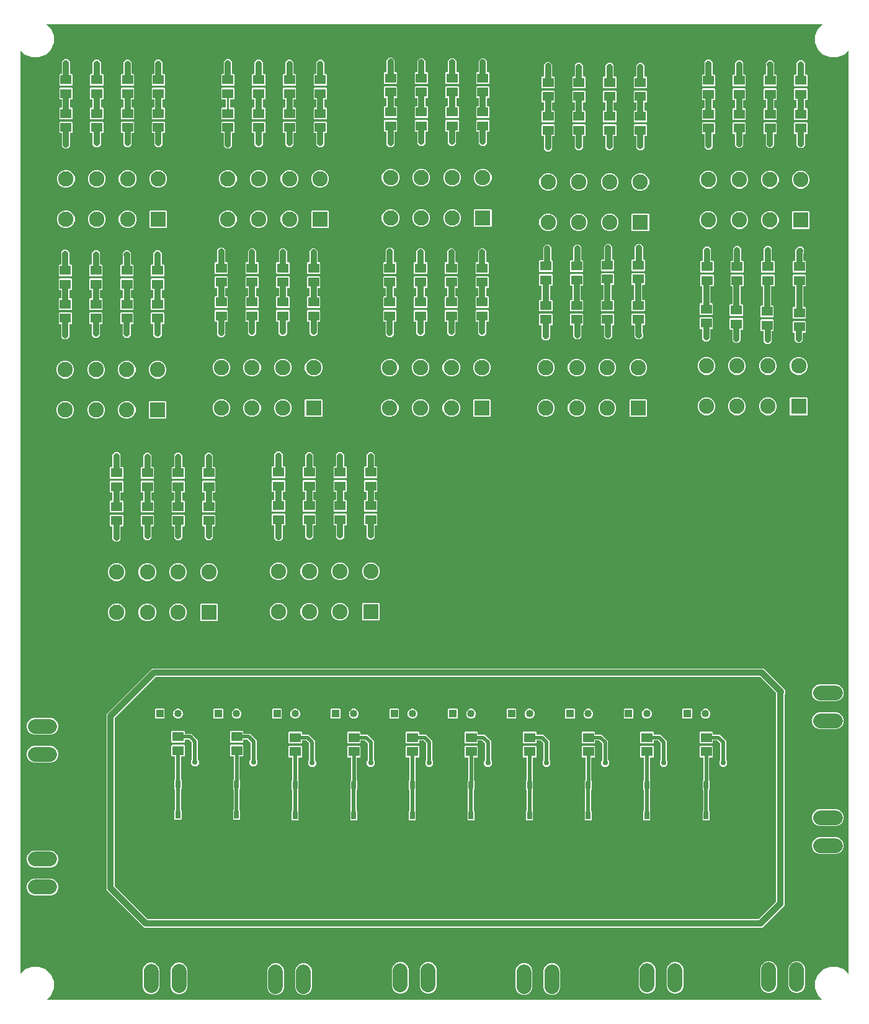
<source format=gbr>
G04 EAGLE Gerber RS-274X export*
G75*
%MOMM*%
%FSLAX34Y34*%
%LPD*%
%INTop Copper*%
%IPPOS*%
%AMOC8*
5,1,8,0,0,1.08239X$1,22.5*%
G01*
%ADD10R,1.500000X1.300000*%
%ADD11R,2.095500X2.095500*%
%ADD12C,2.095500*%
%ADD13R,1.016000X1.016000*%
%ADD14C,1.016000*%
%ADD15C,2.000000*%
%ADD16R,0.660400X1.041400*%
%ADD17C,0.812800*%
%ADD18C,0.756400*%
%ADD19C,0.254000*%
%ADD20C,0.508000*%

G36*
X1104148Y10169D02*
X1104148Y10169D01*
X1104162Y10167D01*
X1104164Y10180D01*
X1104185Y10197D01*
X1104169Y10218D01*
X1104173Y10245D01*
X1098670Y15748D01*
X1094839Y24995D01*
X1094839Y35005D01*
X1098670Y44252D01*
X1105748Y51330D01*
X1114995Y55161D01*
X1125005Y55161D01*
X1134252Y51330D01*
X1139755Y45827D01*
X1139769Y45826D01*
X1139777Y45815D01*
X1139784Y45820D01*
X1139785Y45818D01*
X1139790Y45818D01*
X1139796Y45822D01*
X1139814Y45819D01*
X1139817Y45838D01*
X1139837Y45854D01*
X1139834Y45858D01*
X1139839Y45862D01*
X1139839Y1304138D01*
X1139831Y1304148D01*
X1139833Y1304162D01*
X1139820Y1304164D01*
X1139803Y1304185D01*
X1139782Y1304169D01*
X1139755Y1304173D01*
X1134252Y1298670D01*
X1125005Y1294839D01*
X1114995Y1294839D01*
X1105748Y1298670D01*
X1098670Y1305748D01*
X1094839Y1314995D01*
X1094839Y1325005D01*
X1098670Y1334252D01*
X1104173Y1339755D01*
X1104174Y1339769D01*
X1104185Y1339777D01*
X1104177Y1339787D01*
X1104181Y1339814D01*
X1104154Y1339818D01*
X1104138Y1339839D01*
X45862Y1339839D01*
X45852Y1339831D01*
X45838Y1339833D01*
X45836Y1339820D01*
X45815Y1339803D01*
X45831Y1339782D01*
X45827Y1339755D01*
X51330Y1334252D01*
X55161Y1325005D01*
X55161Y1314995D01*
X51330Y1305748D01*
X44252Y1298670D01*
X35005Y1294839D01*
X24995Y1294839D01*
X15748Y1298670D01*
X10245Y1304173D01*
X10231Y1304174D01*
X10223Y1304185D01*
X10213Y1304177D01*
X10186Y1304181D01*
X10182Y1304154D01*
X10161Y1304138D01*
X10161Y45862D01*
X10169Y45852D01*
X10167Y45838D01*
X10180Y45836D01*
X10197Y45815D01*
X10207Y45822D01*
X10210Y45818D01*
X10215Y45818D01*
X10230Y45829D01*
X10245Y45827D01*
X15748Y51330D01*
X24995Y55161D01*
X35005Y55161D01*
X44252Y51330D01*
X51330Y44252D01*
X55161Y35005D01*
X55161Y24995D01*
X51330Y15748D01*
X45827Y10245D01*
X45826Y10231D01*
X45815Y10223D01*
X45823Y10213D01*
X45819Y10186D01*
X45846Y10182D01*
X45862Y10161D01*
X1104138Y10161D01*
X1104148Y10169D01*
G37*
%LPC*%
G36*
X178685Y108411D02*
X178685Y108411D01*
X127411Y159685D01*
X127411Y399315D01*
X189685Y461589D01*
X1024315Y461589D01*
X1053589Y432315D01*
X1053589Y427685D01*
X1052603Y426699D01*
X1052601Y426687D01*
X1052594Y426681D01*
X1052600Y426674D01*
X1052599Y426673D01*
X1052589Y426665D01*
X1052589Y138685D01*
X1022315Y108411D01*
X178685Y108411D01*
G37*
%LPD*%
G36*
X1017686Y119605D02*
X1017686Y119605D01*
X1017699Y119603D01*
X1041397Y143301D01*
X1041399Y143313D01*
X1041407Y143319D01*
X1041401Y143327D01*
X1041411Y143335D01*
X1041411Y428665D01*
X1041395Y428686D01*
X1041397Y428699D01*
X1019699Y450397D01*
X1019674Y450400D01*
X1019669Y450406D01*
X1019668Y450406D01*
X1019665Y450411D01*
X194335Y450411D01*
X194314Y450395D01*
X194301Y450397D01*
X138603Y394699D01*
X138600Y394676D01*
X138591Y394669D01*
X138592Y394667D01*
X138589Y394665D01*
X138589Y164335D01*
X138605Y164314D01*
X138603Y164301D01*
X183301Y119603D01*
X183326Y119600D01*
X183330Y119594D01*
X183331Y119594D01*
X183335Y119589D01*
X1017665Y119589D01*
X1017686Y119605D01*
G37*
%LPC*%
G36*
X620816Y254518D02*
X620816Y254518D01*
X619923Y255411D01*
X619923Y267089D01*
X620671Y267836D01*
X620675Y267863D01*
X620685Y267871D01*
X620685Y296129D01*
X620669Y296150D01*
X620671Y296164D01*
X619923Y296911D01*
X619923Y308589D01*
X620816Y309482D01*
X620886Y309482D01*
X620933Y309518D01*
X620928Y309525D01*
X620935Y309531D01*
X620935Y340426D01*
X620899Y340473D01*
X620892Y340468D01*
X620886Y340475D01*
X616868Y340475D01*
X615975Y341368D01*
X615975Y355632D01*
X616868Y356525D01*
X633132Y356525D01*
X634025Y355632D01*
X634025Y341368D01*
X633132Y340475D01*
X629114Y340475D01*
X629067Y340439D01*
X629072Y340432D01*
X629065Y340426D01*
X629065Y309121D01*
X629081Y309100D01*
X629079Y309086D01*
X629577Y308589D01*
X629577Y296911D01*
X628829Y296164D01*
X628825Y296137D01*
X628815Y296129D01*
X628815Y267871D01*
X628831Y267850D01*
X628829Y267836D01*
X629577Y267089D01*
X629577Y255411D01*
X628684Y254518D01*
X620816Y254518D01*
G37*
%LPD*%
%LPC*%
G36*
X780816Y254518D02*
X780816Y254518D01*
X779923Y255411D01*
X779923Y267089D01*
X780671Y267836D01*
X780675Y267863D01*
X780685Y267871D01*
X780685Y296129D01*
X780669Y296150D01*
X780671Y296164D01*
X779923Y296911D01*
X779923Y308589D01*
X780816Y309482D01*
X780886Y309482D01*
X780933Y309518D01*
X780928Y309525D01*
X780935Y309531D01*
X780935Y340426D01*
X780899Y340473D01*
X780892Y340468D01*
X780886Y340475D01*
X776868Y340475D01*
X775975Y341368D01*
X775975Y355632D01*
X776868Y356525D01*
X793132Y356525D01*
X794025Y355632D01*
X794025Y341368D01*
X793132Y340475D01*
X789114Y340475D01*
X789067Y340439D01*
X789072Y340432D01*
X789065Y340426D01*
X789065Y309121D01*
X789081Y309100D01*
X789079Y309086D01*
X789577Y308589D01*
X789577Y296911D01*
X788829Y296164D01*
X788825Y296137D01*
X788815Y296129D01*
X788815Y267871D01*
X788831Y267850D01*
X788829Y267836D01*
X789577Y267089D01*
X789577Y255411D01*
X788684Y254518D01*
X780816Y254518D01*
G37*
%LPD*%
%LPC*%
G36*
X860816Y254518D02*
X860816Y254518D01*
X859923Y255411D01*
X859923Y267089D01*
X860671Y267836D01*
X860675Y267863D01*
X860685Y267871D01*
X860685Y296129D01*
X860669Y296150D01*
X860671Y296164D01*
X859923Y296911D01*
X859923Y308589D01*
X860816Y309482D01*
X860886Y309482D01*
X860933Y309518D01*
X860928Y309525D01*
X860935Y309531D01*
X860935Y340426D01*
X860899Y340473D01*
X860892Y340468D01*
X860886Y340475D01*
X856868Y340475D01*
X855975Y341368D01*
X855975Y355632D01*
X856868Y356525D01*
X873132Y356525D01*
X874025Y355632D01*
X874025Y341368D01*
X873132Y340475D01*
X869114Y340475D01*
X869067Y340439D01*
X869072Y340432D01*
X869065Y340426D01*
X869065Y309121D01*
X869081Y309100D01*
X869079Y309086D01*
X869577Y308589D01*
X869577Y296911D01*
X868829Y296164D01*
X868825Y296137D01*
X868815Y296129D01*
X868815Y267871D01*
X868831Y267850D01*
X868829Y267836D01*
X869577Y267089D01*
X869577Y255411D01*
X868684Y254518D01*
X860816Y254518D01*
G37*
%LPD*%
%LPC*%
G36*
X540816Y254518D02*
X540816Y254518D01*
X539923Y255411D01*
X539923Y267089D01*
X540671Y267836D01*
X540675Y267863D01*
X540685Y267871D01*
X540685Y296129D01*
X540669Y296150D01*
X540671Y296164D01*
X539923Y296911D01*
X539923Y308589D01*
X540816Y309482D01*
X540886Y309482D01*
X540933Y309518D01*
X540928Y309525D01*
X540935Y309531D01*
X540935Y340426D01*
X540899Y340473D01*
X540892Y340468D01*
X540886Y340475D01*
X536868Y340475D01*
X535975Y341368D01*
X535975Y355632D01*
X536868Y356525D01*
X553132Y356525D01*
X554025Y355632D01*
X554025Y341368D01*
X553132Y340475D01*
X549114Y340475D01*
X549067Y340439D01*
X549072Y340432D01*
X549065Y340426D01*
X549065Y309121D01*
X549081Y309100D01*
X549079Y309086D01*
X549577Y308589D01*
X549577Y296911D01*
X548829Y296164D01*
X548825Y296137D01*
X548815Y296129D01*
X548815Y267871D01*
X548831Y267850D01*
X548829Y267836D01*
X549577Y267089D01*
X549577Y255411D01*
X548684Y254518D01*
X540816Y254518D01*
G37*
%LPD*%
%LPC*%
G36*
X460816Y254518D02*
X460816Y254518D01*
X459923Y255411D01*
X459923Y267089D01*
X460671Y267836D01*
X460675Y267863D01*
X460685Y267871D01*
X460685Y296129D01*
X460669Y296150D01*
X460671Y296164D01*
X459923Y296911D01*
X459923Y308589D01*
X460816Y309482D01*
X460886Y309482D01*
X460933Y309518D01*
X460928Y309525D01*
X460935Y309531D01*
X460935Y340426D01*
X460899Y340473D01*
X460892Y340468D01*
X460886Y340475D01*
X456868Y340475D01*
X455975Y341368D01*
X455975Y355632D01*
X456868Y356525D01*
X473132Y356525D01*
X474025Y355632D01*
X474025Y341368D01*
X473132Y340475D01*
X469114Y340475D01*
X469067Y340439D01*
X469072Y340432D01*
X469065Y340426D01*
X469065Y309121D01*
X469081Y309100D01*
X469079Y309086D01*
X469577Y308589D01*
X469577Y296911D01*
X468829Y296164D01*
X468825Y296137D01*
X468815Y296129D01*
X468815Y267871D01*
X468831Y267850D01*
X468829Y267836D01*
X469577Y267089D01*
X469577Y255411D01*
X468684Y254518D01*
X460816Y254518D01*
G37*
%LPD*%
%LPC*%
G36*
X380816Y254518D02*
X380816Y254518D01*
X379923Y255411D01*
X379923Y267089D01*
X380671Y267836D01*
X380675Y267863D01*
X380685Y267871D01*
X380685Y296129D01*
X380669Y296150D01*
X380671Y296164D01*
X379923Y296911D01*
X379923Y308589D01*
X380816Y309482D01*
X380886Y309482D01*
X380933Y309518D01*
X380928Y309525D01*
X380935Y309531D01*
X380935Y340426D01*
X380899Y340473D01*
X380892Y340468D01*
X380886Y340475D01*
X376868Y340475D01*
X375975Y341368D01*
X375975Y355632D01*
X376868Y356525D01*
X393132Y356525D01*
X394025Y355632D01*
X394025Y341368D01*
X393132Y340475D01*
X389114Y340475D01*
X389067Y340439D01*
X389072Y340432D01*
X389065Y340426D01*
X389065Y309121D01*
X389081Y309100D01*
X389079Y309086D01*
X389577Y308589D01*
X389577Y296911D01*
X388829Y296164D01*
X388825Y296137D01*
X388815Y296129D01*
X388815Y267871D01*
X388831Y267850D01*
X388829Y267836D01*
X389577Y267089D01*
X389577Y255411D01*
X388684Y254518D01*
X380816Y254518D01*
G37*
%LPD*%
%LPC*%
G36*
X941816Y254518D02*
X941816Y254518D01*
X940923Y255411D01*
X940923Y267089D01*
X941671Y267836D01*
X941675Y267863D01*
X941685Y267871D01*
X941685Y296129D01*
X941669Y296150D01*
X941671Y296164D01*
X940923Y296911D01*
X940923Y308589D01*
X941816Y309482D01*
X941886Y309482D01*
X941933Y309518D01*
X941928Y309525D01*
X941935Y309531D01*
X941935Y340426D01*
X941899Y340473D01*
X941892Y340468D01*
X941886Y340475D01*
X937868Y340475D01*
X936975Y341368D01*
X936975Y355632D01*
X937868Y356525D01*
X954132Y356525D01*
X955025Y355632D01*
X955025Y341368D01*
X954132Y340475D01*
X950114Y340475D01*
X950067Y340439D01*
X950072Y340432D01*
X950065Y340426D01*
X950065Y309121D01*
X950081Y309099D01*
X950079Y309086D01*
X950577Y308589D01*
X950577Y296911D01*
X949829Y296164D01*
X949825Y296137D01*
X949815Y296129D01*
X949815Y267871D01*
X949831Y267850D01*
X949829Y267836D01*
X950577Y267089D01*
X950577Y255411D01*
X949684Y254518D01*
X941816Y254518D01*
G37*
%LPD*%
%LPC*%
G36*
X700816Y254518D02*
X700816Y254518D01*
X699923Y255411D01*
X699923Y267089D01*
X700671Y267836D01*
X700675Y267863D01*
X700685Y267871D01*
X700685Y296129D01*
X700669Y296150D01*
X700671Y296164D01*
X699923Y296911D01*
X699923Y308589D01*
X700816Y309482D01*
X700886Y309482D01*
X700933Y309518D01*
X700928Y309525D01*
X700935Y309531D01*
X700935Y340426D01*
X700899Y340473D01*
X700892Y340468D01*
X700886Y340475D01*
X696868Y340475D01*
X695975Y341368D01*
X695975Y355632D01*
X696868Y356525D01*
X713132Y356525D01*
X714025Y355632D01*
X714025Y341368D01*
X713132Y340475D01*
X709114Y340475D01*
X709067Y340439D01*
X709072Y340432D01*
X709065Y340426D01*
X709065Y309121D01*
X709081Y309100D01*
X709079Y309086D01*
X709577Y308589D01*
X709577Y296911D01*
X708829Y296164D01*
X708825Y296137D01*
X708815Y296129D01*
X708815Y267871D01*
X708831Y267849D01*
X708829Y267836D01*
X709577Y267089D01*
X709577Y255411D01*
X708684Y254518D01*
X700816Y254518D01*
G37*
%LPD*%
%LPC*%
G36*
X220816Y255518D02*
X220816Y255518D01*
X219923Y256411D01*
X219923Y268089D01*
X220671Y268836D01*
X220673Y268850D01*
X220683Y268858D01*
X220678Y268865D01*
X220685Y268871D01*
X220685Y297129D01*
X220669Y297151D01*
X220671Y297164D01*
X219923Y297911D01*
X219923Y309589D01*
X220816Y310482D01*
X220886Y310482D01*
X220933Y310518D01*
X220931Y310521D01*
X220933Y310523D01*
X220930Y310527D01*
X220935Y310531D01*
X220935Y341426D01*
X220899Y341473D01*
X220892Y341468D01*
X220886Y341475D01*
X216868Y341475D01*
X215975Y342368D01*
X215975Y356632D01*
X216868Y357525D01*
X233132Y357525D01*
X234025Y356632D01*
X234025Y342368D01*
X233132Y341475D01*
X229114Y341475D01*
X229067Y341439D01*
X229071Y341433D01*
X229067Y341430D01*
X229068Y341428D01*
X229065Y341426D01*
X229065Y310121D01*
X229081Y310099D01*
X229079Y310086D01*
X229577Y309589D01*
X229577Y297911D01*
X228829Y297164D01*
X228825Y297137D01*
X228815Y297129D01*
X228815Y268871D01*
X228831Y268849D01*
X228829Y268836D01*
X229577Y268089D01*
X229577Y256411D01*
X228684Y255518D01*
X220816Y255518D01*
G37*
%LPD*%
%LPC*%
G36*
X300816Y255518D02*
X300816Y255518D01*
X299923Y256411D01*
X299923Y268089D01*
X300671Y268836D01*
X300673Y268850D01*
X300683Y268858D01*
X300678Y268865D01*
X300685Y268871D01*
X300685Y297129D01*
X300669Y297151D01*
X300671Y297164D01*
X299923Y297911D01*
X299923Y309589D01*
X300816Y310482D01*
X300886Y310482D01*
X300933Y310518D01*
X300931Y310521D01*
X300933Y310523D01*
X300930Y310527D01*
X300935Y310531D01*
X300935Y341426D01*
X300899Y341473D01*
X300892Y341468D01*
X300886Y341475D01*
X296868Y341475D01*
X295975Y342368D01*
X295975Y356632D01*
X296868Y357525D01*
X313132Y357525D01*
X314025Y356632D01*
X314025Y342368D01*
X313132Y341475D01*
X309114Y341475D01*
X309067Y341439D01*
X309071Y341433D01*
X309067Y341430D01*
X309068Y341428D01*
X309065Y341426D01*
X309065Y310121D01*
X309081Y310099D01*
X309079Y310086D01*
X309577Y309589D01*
X309577Y297911D01*
X308829Y297164D01*
X308825Y297137D01*
X308815Y297129D01*
X308815Y268871D01*
X308831Y268849D01*
X308829Y268836D01*
X309577Y268089D01*
X309577Y256411D01*
X308684Y255518D01*
X300816Y255518D01*
G37*
%LPD*%
%LPC*%
G36*
X1064868Y938475D02*
X1064868Y938475D01*
X1063975Y939368D01*
X1063975Y953632D01*
X1064868Y954525D01*
X1067362Y954525D01*
X1067409Y954561D01*
X1067407Y954564D01*
X1067409Y954565D01*
X1067406Y954570D01*
X1067411Y954574D01*
X1067411Y982426D01*
X1067375Y982473D01*
X1067368Y982468D01*
X1067362Y982475D01*
X1064868Y982475D01*
X1063975Y983368D01*
X1063975Y997632D01*
X1064868Y998525D01*
X1081132Y998525D01*
X1082025Y997632D01*
X1082025Y983368D01*
X1081132Y982475D01*
X1078638Y982475D01*
X1078591Y982439D01*
X1078596Y982432D01*
X1078589Y982426D01*
X1078589Y954574D01*
X1078625Y954527D01*
X1078632Y954532D01*
X1078638Y954525D01*
X1081132Y954525D01*
X1082025Y953632D01*
X1082025Y939368D01*
X1081132Y938475D01*
X1064868Y938475D01*
G37*
%LPD*%
%LPC*%
G36*
X1067008Y19475D02*
X1067008Y19475D01*
X1062772Y21230D01*
X1059530Y24472D01*
X1057775Y28708D01*
X1057775Y53292D01*
X1059530Y57528D01*
X1062772Y60770D01*
X1067008Y62525D01*
X1071592Y62525D01*
X1075828Y60770D01*
X1079070Y57528D01*
X1080825Y53292D01*
X1080825Y28708D01*
X1079070Y24472D01*
X1075828Y21230D01*
X1071592Y19475D01*
X1067008Y19475D01*
G37*
%LPD*%
%LPC*%
G36*
X27708Y152175D02*
X27708Y152175D01*
X23472Y153930D01*
X20230Y157172D01*
X18475Y161408D01*
X18475Y165992D01*
X20230Y170228D01*
X23472Y173470D01*
X27708Y175225D01*
X52292Y175225D01*
X56528Y173470D01*
X59770Y170228D01*
X61525Y165992D01*
X61525Y161408D01*
X59770Y157172D01*
X56528Y153930D01*
X52292Y152175D01*
X27708Y152175D01*
G37*
%LPD*%
%LPC*%
G36*
X27708Y190275D02*
X27708Y190275D01*
X23472Y192030D01*
X20230Y195272D01*
X18475Y199508D01*
X18475Y204092D01*
X20230Y208328D01*
X23472Y211570D01*
X27708Y213325D01*
X52292Y213325D01*
X56528Y211570D01*
X59770Y208328D01*
X61525Y204092D01*
X61525Y199508D01*
X59770Y195272D01*
X56528Y192030D01*
X52292Y190275D01*
X27708Y190275D01*
G37*
%LPD*%
%LPC*%
G36*
X1099708Y208675D02*
X1099708Y208675D01*
X1095472Y210430D01*
X1092230Y213672D01*
X1090475Y217908D01*
X1090475Y222492D01*
X1092230Y226728D01*
X1095472Y229970D01*
X1099708Y231725D01*
X1124292Y231725D01*
X1128528Y229970D01*
X1131770Y226728D01*
X1133525Y222492D01*
X1133525Y217908D01*
X1131770Y213672D01*
X1128528Y210430D01*
X1124292Y208675D01*
X1099708Y208675D01*
G37*
%LPD*%
%LPC*%
G36*
X1099708Y246775D02*
X1099708Y246775D01*
X1095472Y248530D01*
X1092230Y251772D01*
X1090475Y256008D01*
X1090475Y260592D01*
X1092230Y264828D01*
X1095472Y268070D01*
X1099708Y269825D01*
X1124292Y269825D01*
X1128528Y268070D01*
X1131770Y264828D01*
X1133525Y260592D01*
X1133525Y256008D01*
X1131770Y251772D01*
X1128528Y248530D01*
X1124292Y246775D01*
X1099708Y246775D01*
G37*
%LPD*%
%LPC*%
G36*
X27708Y333175D02*
X27708Y333175D01*
X23472Y334930D01*
X20230Y338172D01*
X18475Y342408D01*
X18475Y346992D01*
X20230Y351228D01*
X23472Y354470D01*
X27708Y356225D01*
X52292Y356225D01*
X56528Y354470D01*
X59770Y351228D01*
X61525Y346992D01*
X61525Y342408D01*
X59770Y338172D01*
X56528Y334930D01*
X52292Y333175D01*
X27708Y333175D01*
G37*
%LPD*%
%LPC*%
G36*
X564008Y18475D02*
X564008Y18475D01*
X559772Y20230D01*
X556530Y23472D01*
X554775Y27708D01*
X554775Y52292D01*
X556530Y56528D01*
X559772Y59770D01*
X564008Y61525D01*
X568592Y61525D01*
X572828Y59770D01*
X576070Y56528D01*
X577825Y52292D01*
X577825Y27708D01*
X576070Y23472D01*
X572828Y20230D01*
X568592Y18475D01*
X564008Y18475D01*
G37*
%LPD*%
%LPC*%
G36*
X862908Y18475D02*
X862908Y18475D01*
X858672Y20230D01*
X855430Y23472D01*
X853675Y27708D01*
X853675Y52292D01*
X855430Y56528D01*
X858672Y59770D01*
X862908Y61525D01*
X867492Y61525D01*
X871728Y59770D01*
X874970Y56528D01*
X876725Y52292D01*
X876725Y27708D01*
X874970Y23472D01*
X871728Y20230D01*
X867492Y18475D01*
X862908Y18475D01*
G37*
%LPD*%
%LPC*%
G36*
X27708Y371275D02*
X27708Y371275D01*
X23472Y373030D01*
X20230Y376272D01*
X18475Y380508D01*
X18475Y385092D01*
X20230Y389328D01*
X23472Y392570D01*
X27708Y394325D01*
X52292Y394325D01*
X56528Y392570D01*
X59770Y389328D01*
X61525Y385092D01*
X61525Y380508D01*
X59770Y376272D01*
X56528Y373030D01*
X52292Y371275D01*
X27708Y371275D01*
G37*
%LPD*%
%LPC*%
G36*
X901008Y18475D02*
X901008Y18475D01*
X896772Y20230D01*
X893530Y23472D01*
X891775Y27708D01*
X891775Y52292D01*
X893530Y56528D01*
X896772Y59770D01*
X901008Y61525D01*
X905592Y61525D01*
X909828Y59770D01*
X913070Y56528D01*
X914825Y52292D01*
X914825Y27708D01*
X913070Y23472D01*
X909828Y20230D01*
X905592Y18475D01*
X901008Y18475D01*
G37*
%LPD*%
%LPC*%
G36*
X1028908Y19475D02*
X1028908Y19475D01*
X1024672Y21230D01*
X1021430Y24472D01*
X1019675Y28708D01*
X1019675Y53292D01*
X1021430Y57528D01*
X1024672Y60770D01*
X1028908Y62525D01*
X1033492Y62525D01*
X1037728Y60770D01*
X1040970Y57528D01*
X1042725Y53292D01*
X1042725Y28708D01*
X1040970Y24472D01*
X1037728Y21230D01*
X1033492Y19475D01*
X1028908Y19475D01*
G37*
%LPD*%
%LPC*%
G36*
X185908Y17475D02*
X185908Y17475D01*
X181672Y19230D01*
X178430Y22472D01*
X176675Y26708D01*
X176675Y51292D01*
X178430Y55528D01*
X181672Y58770D01*
X185908Y60525D01*
X190492Y60525D01*
X194728Y58770D01*
X197970Y55528D01*
X199725Y51292D01*
X199725Y26708D01*
X197970Y22472D01*
X194728Y19230D01*
X190492Y17475D01*
X185908Y17475D01*
G37*
%LPD*%
%LPC*%
G36*
X355908Y16475D02*
X355908Y16475D01*
X351672Y18230D01*
X348430Y21472D01*
X346675Y25708D01*
X346675Y50292D01*
X348430Y54528D01*
X351672Y57770D01*
X355908Y59525D01*
X360492Y59525D01*
X364728Y57770D01*
X367970Y54528D01*
X369725Y50292D01*
X369725Y25708D01*
X367970Y21472D01*
X364728Y18230D01*
X360492Y16475D01*
X355908Y16475D01*
G37*
%LPD*%
%LPC*%
G36*
X1099708Y378675D02*
X1099708Y378675D01*
X1095472Y380430D01*
X1092230Y383672D01*
X1090475Y387908D01*
X1090475Y392492D01*
X1092230Y396728D01*
X1095472Y399970D01*
X1099708Y401725D01*
X1124292Y401725D01*
X1128528Y399970D01*
X1131770Y396728D01*
X1133525Y392492D01*
X1133525Y387908D01*
X1131770Y383672D01*
X1128528Y380430D01*
X1124292Y378675D01*
X1099708Y378675D01*
G37*
%LPD*%
%LPC*%
G36*
X1099708Y416775D02*
X1099708Y416775D01*
X1095472Y418530D01*
X1092230Y421772D01*
X1090475Y426008D01*
X1090475Y430592D01*
X1092230Y434828D01*
X1095472Y438070D01*
X1099708Y439825D01*
X1124292Y439825D01*
X1128528Y438070D01*
X1131770Y434828D01*
X1133525Y430592D01*
X1133525Y426008D01*
X1131770Y421772D01*
X1128528Y418530D01*
X1124292Y416775D01*
X1099708Y416775D01*
G37*
%LPD*%
%LPC*%
G36*
X394008Y16475D02*
X394008Y16475D01*
X389772Y18230D01*
X386530Y21472D01*
X384775Y25708D01*
X384775Y50292D01*
X386530Y54528D01*
X389772Y57770D01*
X394008Y59525D01*
X398592Y59525D01*
X402828Y57770D01*
X406070Y54528D01*
X407825Y50292D01*
X407825Y25708D01*
X406070Y21472D01*
X402828Y18230D01*
X398592Y16475D01*
X394008Y16475D01*
G37*
%LPD*%
%LPC*%
G36*
X694908Y16475D02*
X694908Y16475D01*
X690672Y18230D01*
X687430Y21472D01*
X685675Y25708D01*
X685675Y50292D01*
X687430Y54528D01*
X690672Y57770D01*
X694908Y59525D01*
X699492Y59525D01*
X703728Y57770D01*
X706970Y54528D01*
X708725Y50292D01*
X708725Y25708D01*
X706970Y21472D01*
X703728Y18230D01*
X699492Y16475D01*
X694908Y16475D01*
G37*
%LPD*%
%LPC*%
G36*
X733008Y16475D02*
X733008Y16475D01*
X728772Y18230D01*
X725530Y21472D01*
X723775Y25708D01*
X723775Y50292D01*
X725530Y54528D01*
X728772Y57770D01*
X733008Y59525D01*
X737592Y59525D01*
X741828Y57770D01*
X745070Y54528D01*
X746825Y50292D01*
X746825Y25708D01*
X745070Y21472D01*
X741828Y18230D01*
X737592Y16475D01*
X733008Y16475D01*
G37*
%LPD*%
%LPC*%
G36*
X224008Y17475D02*
X224008Y17475D01*
X219772Y19230D01*
X216530Y22472D01*
X214775Y26708D01*
X214775Y51292D01*
X216530Y55528D01*
X219772Y58770D01*
X224008Y60525D01*
X228592Y60525D01*
X232828Y58770D01*
X236070Y55528D01*
X237825Y51292D01*
X237825Y26708D01*
X236070Y22472D01*
X232828Y19230D01*
X228592Y17475D01*
X224008Y17475D01*
G37*
%LPD*%
%LPC*%
G36*
X525908Y18475D02*
X525908Y18475D01*
X521672Y20230D01*
X518430Y23472D01*
X516675Y27708D01*
X516675Y52292D01*
X518430Y56528D01*
X521672Y59770D01*
X525908Y61525D01*
X530492Y61525D01*
X534728Y59770D01*
X537970Y56528D01*
X539725Y52292D01*
X539725Y27708D01*
X537970Y23472D01*
X534728Y20230D01*
X530492Y18475D01*
X525908Y18475D01*
G37*
%LPD*%
%LPC*%
G36*
X1020868Y940475D02*
X1020868Y940475D01*
X1019975Y941368D01*
X1019975Y955632D01*
X1020868Y956525D01*
X1023362Y956525D01*
X1023409Y956561D01*
X1023404Y956568D01*
X1023411Y956574D01*
X1023411Y982426D01*
X1023375Y982473D01*
X1023368Y982468D01*
X1023362Y982475D01*
X1021868Y982475D01*
X1020975Y983368D01*
X1020975Y997632D01*
X1021868Y998525D01*
X1038132Y998525D01*
X1039025Y997632D01*
X1039025Y983368D01*
X1038132Y982475D01*
X1034638Y982475D01*
X1034591Y982439D01*
X1034596Y982432D01*
X1034589Y982426D01*
X1034589Y956574D01*
X1034625Y956527D01*
X1034632Y956532D01*
X1034638Y956525D01*
X1037132Y956525D01*
X1038025Y955632D01*
X1038025Y941368D01*
X1037132Y940475D01*
X1020868Y940475D01*
G37*
%LPD*%
%LPC*%
G36*
X978868Y942475D02*
X978868Y942475D01*
X977975Y943368D01*
X977975Y957632D01*
X978868Y958525D01*
X981362Y958525D01*
X981409Y958561D01*
X981404Y958568D01*
X981411Y958574D01*
X981411Y982426D01*
X981375Y982473D01*
X981368Y982468D01*
X981362Y982475D01*
X979868Y982475D01*
X978975Y983368D01*
X978975Y997632D01*
X979868Y998525D01*
X996132Y998525D01*
X997025Y997632D01*
X997025Y983368D01*
X996132Y982475D01*
X992638Y982475D01*
X992591Y982439D01*
X992596Y982432D01*
X992589Y982426D01*
X992589Y958574D01*
X992625Y958527D01*
X992632Y958532D01*
X992638Y958525D01*
X995132Y958525D01*
X996025Y957632D01*
X996025Y943368D01*
X995132Y942475D01*
X978868Y942475D01*
G37*
%LPD*%
%LPC*%
G36*
X937868Y943475D02*
X937868Y943475D01*
X936975Y944368D01*
X936975Y958632D01*
X937868Y959525D01*
X940362Y959525D01*
X940409Y959561D01*
X940404Y959568D01*
X940411Y959574D01*
X940411Y982426D01*
X940375Y982473D01*
X940368Y982468D01*
X940362Y982475D01*
X938868Y982475D01*
X937975Y983368D01*
X937975Y997632D01*
X938868Y998525D01*
X955132Y998525D01*
X956025Y997632D01*
X956025Y983368D01*
X955132Y982475D01*
X951638Y982475D01*
X951591Y982439D01*
X951596Y982432D01*
X951589Y982426D01*
X951589Y959574D01*
X951625Y959527D01*
X951632Y959532D01*
X951638Y959525D01*
X954132Y959525D01*
X955025Y958632D01*
X955025Y944368D01*
X954132Y943475D01*
X937868Y943475D01*
G37*
%LPD*%
%LPC*%
G36*
X844868Y948475D02*
X844868Y948475D01*
X843975Y949368D01*
X843975Y963632D01*
X844868Y964525D01*
X847362Y964525D01*
X847409Y964561D01*
X847408Y964562D01*
X847409Y964563D01*
X847405Y964569D01*
X847411Y964574D01*
X847411Y984426D01*
X847375Y984473D01*
X847368Y984468D01*
X847362Y984475D01*
X844868Y984475D01*
X843975Y985368D01*
X843975Y999632D01*
X844868Y1000525D01*
X861132Y1000525D01*
X862025Y999632D01*
X862025Y985368D01*
X861132Y984475D01*
X858638Y984475D01*
X858591Y984439D01*
X858591Y984438D01*
X858595Y984431D01*
X858589Y984426D01*
X858589Y964574D01*
X858625Y964527D01*
X858632Y964532D01*
X858638Y964525D01*
X861132Y964525D01*
X862025Y963632D01*
X862025Y949368D01*
X861132Y948475D01*
X844868Y948475D01*
G37*
%LPD*%
%LPC*%
G36*
X802868Y948475D02*
X802868Y948475D01*
X801975Y949368D01*
X801975Y963632D01*
X802868Y964525D01*
X805362Y964525D01*
X805409Y964561D01*
X805408Y964562D01*
X805409Y964563D01*
X805405Y964569D01*
X805411Y964574D01*
X805411Y984426D01*
X805375Y984473D01*
X805368Y984468D01*
X805362Y984475D01*
X802868Y984475D01*
X801975Y985368D01*
X801975Y999632D01*
X802868Y1000525D01*
X819132Y1000525D01*
X820025Y999632D01*
X820025Y985368D01*
X819132Y984475D01*
X816638Y984475D01*
X816591Y984439D01*
X816591Y984438D01*
X816595Y984431D01*
X816589Y984426D01*
X816589Y964574D01*
X816625Y964527D01*
X816632Y964532D01*
X816638Y964525D01*
X819132Y964525D01*
X820025Y963632D01*
X820025Y949368D01*
X819132Y948475D01*
X802868Y948475D01*
G37*
%LPD*%
%LPC*%
G36*
X760868Y948475D02*
X760868Y948475D01*
X759975Y949368D01*
X759975Y963632D01*
X760868Y964525D01*
X763362Y964525D01*
X763409Y964561D01*
X763408Y964562D01*
X763409Y964563D01*
X763405Y964569D01*
X763411Y964574D01*
X763411Y983426D01*
X763375Y983473D01*
X763368Y983468D01*
X763362Y983475D01*
X760868Y983475D01*
X759975Y984368D01*
X759975Y998632D01*
X760868Y999525D01*
X777132Y999525D01*
X778025Y998632D01*
X778025Y984368D01*
X777132Y983475D01*
X774638Y983475D01*
X774591Y983439D01*
X774596Y983432D01*
X774589Y983426D01*
X774589Y964574D01*
X774625Y964527D01*
X774632Y964532D01*
X774638Y964525D01*
X777132Y964525D01*
X778025Y963632D01*
X778025Y949368D01*
X777132Y948475D01*
X760868Y948475D01*
G37*
%LPD*%
%LPC*%
G36*
X718868Y948475D02*
X718868Y948475D01*
X717975Y949368D01*
X717975Y963632D01*
X718868Y964525D01*
X721362Y964525D01*
X721409Y964561D01*
X721408Y964562D01*
X721409Y964563D01*
X721405Y964569D01*
X721411Y964574D01*
X721411Y983426D01*
X721375Y983473D01*
X721368Y983468D01*
X721362Y983475D01*
X718868Y983475D01*
X717975Y984368D01*
X717975Y998632D01*
X718868Y999525D01*
X735132Y999525D01*
X736025Y998632D01*
X736025Y984368D01*
X735132Y983475D01*
X732638Y983475D01*
X732591Y983439D01*
X732596Y983432D01*
X732589Y983426D01*
X732589Y964574D01*
X732625Y964527D01*
X732632Y964532D01*
X732638Y964525D01*
X735132Y964525D01*
X736025Y963632D01*
X736025Y949368D01*
X735132Y948475D01*
X718868Y948475D01*
G37*
%LPD*%
%LPC*%
G36*
X245802Y328693D02*
X245802Y328693D01*
X242693Y331802D01*
X242693Y336198D01*
X243921Y337426D01*
X243925Y337452D01*
X243935Y337461D01*
X243935Y360296D01*
X243919Y360317D01*
X243921Y360331D01*
X239831Y364421D01*
X239804Y364425D01*
X239796Y364435D01*
X234074Y364435D01*
X234027Y364399D01*
X234032Y364392D01*
X234025Y364386D01*
X234025Y361368D01*
X233132Y360475D01*
X216868Y360475D01*
X215975Y361368D01*
X215975Y375632D01*
X216868Y376525D01*
X233132Y376525D01*
X234025Y375632D01*
X234025Y372614D01*
X234061Y372567D01*
X234068Y372572D01*
X234074Y372565D01*
X243184Y372565D01*
X252065Y363684D01*
X252065Y337461D01*
X252081Y337439D01*
X252079Y337426D01*
X253307Y336198D01*
X253307Y331802D01*
X250198Y328693D01*
X245802Y328693D01*
G37*
%LPD*%
%LPC*%
G36*
X325802Y328693D02*
X325802Y328693D01*
X322693Y331802D01*
X322693Y336198D01*
X323921Y337426D01*
X323925Y337452D01*
X323935Y337461D01*
X323935Y360296D01*
X323919Y360317D01*
X323921Y360331D01*
X319831Y364421D01*
X319804Y364425D01*
X319796Y364435D01*
X314074Y364435D01*
X314027Y364399D01*
X314032Y364392D01*
X314025Y364386D01*
X314025Y361368D01*
X313132Y360475D01*
X296868Y360475D01*
X295975Y361368D01*
X295975Y375632D01*
X296868Y376525D01*
X313132Y376525D01*
X314025Y375632D01*
X314025Y372614D01*
X314061Y372567D01*
X314068Y372572D01*
X314074Y372565D01*
X323184Y372565D01*
X332065Y363684D01*
X332065Y337461D01*
X332081Y337439D01*
X332079Y337426D01*
X333307Y336198D01*
X333307Y331802D01*
X330198Y328693D01*
X325802Y328693D01*
G37*
%LPD*%
%LPC*%
G36*
X485802Y327693D02*
X485802Y327693D01*
X482693Y330802D01*
X482693Y335198D01*
X483921Y336426D01*
X483925Y336452D01*
X483935Y336461D01*
X483935Y359296D01*
X483919Y359317D01*
X483921Y359331D01*
X479831Y363421D01*
X479805Y363424D01*
X479800Y363431D01*
X479799Y363431D01*
X479796Y363435D01*
X474074Y363435D01*
X474027Y363399D01*
X474029Y363397D01*
X474027Y363395D01*
X474030Y363390D01*
X474025Y363386D01*
X474025Y360368D01*
X473132Y359475D01*
X456868Y359475D01*
X455975Y360368D01*
X455975Y374632D01*
X456868Y375525D01*
X473132Y375525D01*
X474025Y374632D01*
X474025Y371614D01*
X474061Y371567D01*
X474068Y371572D01*
X474074Y371565D01*
X483184Y371565D01*
X492065Y362684D01*
X492065Y336461D01*
X492081Y336439D01*
X492079Y336426D01*
X493307Y335198D01*
X493307Y330802D01*
X490198Y327693D01*
X485802Y327693D01*
G37*
%LPD*%
%LPC*%
G36*
X725802Y327693D02*
X725802Y327693D01*
X722693Y330802D01*
X722693Y335198D01*
X723921Y336426D01*
X723925Y336452D01*
X723935Y336461D01*
X723935Y359296D01*
X723919Y359317D01*
X723921Y359331D01*
X719831Y363421D01*
X719805Y363424D01*
X719800Y363431D01*
X719799Y363431D01*
X719796Y363435D01*
X714074Y363435D01*
X714027Y363399D01*
X714029Y363397D01*
X714027Y363395D01*
X714030Y363390D01*
X714025Y363386D01*
X714025Y360368D01*
X713132Y359475D01*
X696868Y359475D01*
X695975Y360368D01*
X695975Y374632D01*
X696868Y375525D01*
X713132Y375525D01*
X714025Y374632D01*
X714025Y371614D01*
X714061Y371567D01*
X714068Y371572D01*
X714074Y371565D01*
X723184Y371565D01*
X732065Y362684D01*
X732065Y336461D01*
X732081Y336439D01*
X732079Y336426D01*
X733307Y335198D01*
X733307Y330802D01*
X730198Y327693D01*
X725802Y327693D01*
G37*
%LPD*%
%LPC*%
G36*
X966802Y327693D02*
X966802Y327693D01*
X963693Y330802D01*
X963693Y335198D01*
X964921Y336426D01*
X964925Y336452D01*
X964935Y336461D01*
X964935Y359296D01*
X964919Y359317D01*
X964921Y359331D01*
X960831Y363421D01*
X960805Y363424D01*
X960800Y363431D01*
X960799Y363431D01*
X960796Y363435D01*
X955074Y363435D01*
X955027Y363399D01*
X955029Y363397D01*
X955027Y363395D01*
X955030Y363390D01*
X955025Y363386D01*
X955025Y360368D01*
X954132Y359475D01*
X937868Y359475D01*
X936975Y360368D01*
X936975Y374632D01*
X937868Y375525D01*
X954132Y375525D01*
X955025Y374632D01*
X955025Y371614D01*
X955061Y371567D01*
X955068Y371572D01*
X955074Y371565D01*
X964184Y371565D01*
X973065Y362684D01*
X973065Y336461D01*
X973081Y336439D01*
X973079Y336426D01*
X974307Y335198D01*
X974307Y330802D01*
X971198Y327693D01*
X966802Y327693D01*
G37*
%LPD*%
%LPC*%
G36*
X565802Y327693D02*
X565802Y327693D01*
X562693Y330802D01*
X562693Y335198D01*
X563921Y336426D01*
X563925Y336452D01*
X563935Y336461D01*
X563935Y359296D01*
X563919Y359317D01*
X563921Y359331D01*
X559831Y363421D01*
X559805Y363424D01*
X559800Y363431D01*
X559799Y363431D01*
X559796Y363435D01*
X554074Y363435D01*
X554027Y363399D01*
X554029Y363397D01*
X554027Y363395D01*
X554030Y363390D01*
X554025Y363386D01*
X554025Y360368D01*
X553132Y359475D01*
X536868Y359475D01*
X535975Y360368D01*
X535975Y374632D01*
X536868Y375525D01*
X553132Y375525D01*
X554025Y374632D01*
X554025Y371614D01*
X554061Y371567D01*
X554068Y371572D01*
X554074Y371565D01*
X563184Y371565D01*
X572065Y362684D01*
X572065Y336461D01*
X572081Y336439D01*
X572079Y336426D01*
X573307Y335198D01*
X573307Y330802D01*
X570198Y327693D01*
X565802Y327693D01*
G37*
%LPD*%
%LPC*%
G36*
X885802Y327693D02*
X885802Y327693D01*
X882693Y330802D01*
X882693Y335198D01*
X883921Y336426D01*
X883925Y336452D01*
X883935Y336461D01*
X883935Y359296D01*
X883919Y359317D01*
X883921Y359331D01*
X879831Y363421D01*
X879805Y363424D01*
X879800Y363431D01*
X879799Y363431D01*
X879796Y363435D01*
X874074Y363435D01*
X874027Y363399D01*
X874029Y363397D01*
X874027Y363395D01*
X874030Y363390D01*
X874025Y363386D01*
X874025Y360368D01*
X873132Y359475D01*
X856868Y359475D01*
X855975Y360368D01*
X855975Y374632D01*
X856868Y375525D01*
X873132Y375525D01*
X874025Y374632D01*
X874025Y371614D01*
X874061Y371567D01*
X874068Y371572D01*
X874074Y371565D01*
X883184Y371565D01*
X892065Y362684D01*
X892065Y336461D01*
X892081Y336439D01*
X892079Y336426D01*
X893307Y335198D01*
X893307Y330802D01*
X890198Y327693D01*
X885802Y327693D01*
G37*
%LPD*%
%LPC*%
G36*
X645802Y327693D02*
X645802Y327693D01*
X642693Y330802D01*
X642693Y335198D01*
X643921Y336426D01*
X643925Y336452D01*
X643935Y336461D01*
X643935Y359296D01*
X643919Y359317D01*
X643921Y359331D01*
X639831Y363421D01*
X639805Y363424D01*
X639800Y363431D01*
X639799Y363431D01*
X639796Y363435D01*
X634074Y363435D01*
X634027Y363399D01*
X634029Y363397D01*
X634027Y363395D01*
X634030Y363390D01*
X634025Y363386D01*
X634025Y360368D01*
X633132Y359475D01*
X616868Y359475D01*
X615975Y360368D01*
X615975Y374632D01*
X616868Y375525D01*
X633132Y375525D01*
X634025Y374632D01*
X634025Y371614D01*
X634061Y371567D01*
X634068Y371572D01*
X634074Y371565D01*
X643184Y371565D01*
X652065Y362684D01*
X652065Y336461D01*
X652081Y336439D01*
X652079Y336426D01*
X653307Y335198D01*
X653307Y330802D01*
X650198Y327693D01*
X645802Y327693D01*
G37*
%LPD*%
%LPC*%
G36*
X405802Y327693D02*
X405802Y327693D01*
X402693Y330802D01*
X402693Y335198D01*
X403921Y336426D01*
X403925Y336452D01*
X403935Y336461D01*
X403935Y359296D01*
X403919Y359317D01*
X403921Y359331D01*
X399831Y363421D01*
X399805Y363424D01*
X399800Y363431D01*
X399799Y363431D01*
X399796Y363435D01*
X394074Y363435D01*
X394027Y363399D01*
X394029Y363397D01*
X394027Y363395D01*
X394030Y363390D01*
X394025Y363386D01*
X394025Y360368D01*
X393132Y359475D01*
X376868Y359475D01*
X375975Y360368D01*
X375975Y374632D01*
X376868Y375525D01*
X393132Y375525D01*
X394025Y374632D01*
X394025Y371614D01*
X394061Y371567D01*
X394068Y371572D01*
X394074Y371565D01*
X403184Y371565D01*
X409669Y365079D01*
X412065Y362684D01*
X412065Y336461D01*
X412081Y336439D01*
X412079Y336426D01*
X413307Y335198D01*
X413307Y330802D01*
X410198Y327693D01*
X405802Y327693D01*
G37*
%LPD*%
%LPC*%
G36*
X805802Y327693D02*
X805802Y327693D01*
X802693Y330802D01*
X802693Y335198D01*
X803921Y336426D01*
X803925Y336452D01*
X803935Y336461D01*
X803935Y359296D01*
X803919Y359317D01*
X803921Y359331D01*
X799831Y363421D01*
X799805Y363424D01*
X799800Y363431D01*
X799799Y363431D01*
X799796Y363435D01*
X794074Y363435D01*
X794027Y363399D01*
X794029Y363397D01*
X794027Y363395D01*
X794030Y363390D01*
X794025Y363386D01*
X794025Y360368D01*
X793132Y359475D01*
X776868Y359475D01*
X775975Y360368D01*
X775975Y374632D01*
X776868Y375525D01*
X793132Y375525D01*
X794025Y374632D01*
X794025Y371614D01*
X794061Y371567D01*
X794068Y371572D01*
X794074Y371565D01*
X803184Y371565D01*
X805579Y369169D01*
X809669Y365079D01*
X812065Y362684D01*
X812065Y336461D01*
X812081Y336439D01*
X812079Y336426D01*
X813307Y335198D01*
X813307Y330802D01*
X810198Y327693D01*
X805802Y327693D01*
G37*
%LPD*%
%LPC*%
G36*
X174868Y674475D02*
X174868Y674475D01*
X173975Y675368D01*
X173975Y689632D01*
X174868Y690525D01*
X177362Y690525D01*
X177409Y690561D01*
X177404Y690568D01*
X177411Y690574D01*
X177411Y701426D01*
X177375Y701473D01*
X177368Y701468D01*
X177362Y701475D01*
X174868Y701475D01*
X173975Y702368D01*
X173975Y716632D01*
X174868Y717525D01*
X191132Y717525D01*
X192025Y716632D01*
X192025Y702368D01*
X191132Y701475D01*
X188638Y701475D01*
X188591Y701439D01*
X188596Y701432D01*
X188589Y701426D01*
X188589Y690574D01*
X188625Y690527D01*
X188632Y690532D01*
X188638Y690525D01*
X191132Y690525D01*
X192025Y689632D01*
X192025Y675368D01*
X191132Y674475D01*
X174868Y674475D01*
G37*
%LPD*%
%LPC*%
G36*
X132868Y674475D02*
X132868Y674475D01*
X131975Y675368D01*
X131975Y689632D01*
X132868Y690525D01*
X135362Y690525D01*
X135409Y690561D01*
X135404Y690568D01*
X135411Y690574D01*
X135411Y701426D01*
X135375Y701473D01*
X135368Y701468D01*
X135362Y701475D01*
X132868Y701475D01*
X131975Y702368D01*
X131975Y716632D01*
X132868Y717525D01*
X149132Y717525D01*
X150025Y716632D01*
X150025Y702368D01*
X149132Y701475D01*
X146638Y701475D01*
X146591Y701439D01*
X146596Y701432D01*
X146589Y701426D01*
X146589Y690574D01*
X146625Y690527D01*
X146632Y690532D01*
X146638Y690525D01*
X149132Y690525D01*
X150025Y689632D01*
X150025Y675368D01*
X149132Y674475D01*
X132868Y674475D01*
G37*
%LPD*%
%LPC*%
G36*
X589968Y953475D02*
X589968Y953475D01*
X589075Y954368D01*
X589075Y968632D01*
X589968Y969525D01*
X592462Y969525D01*
X592509Y969561D01*
X592504Y969568D01*
X592511Y969574D01*
X592511Y980426D01*
X592475Y980473D01*
X592468Y980468D01*
X592462Y980475D01*
X589968Y980475D01*
X589075Y981368D01*
X589075Y995632D01*
X589968Y996525D01*
X606232Y996525D01*
X607125Y995632D01*
X607125Y981368D01*
X606232Y980475D01*
X603738Y980475D01*
X603691Y980439D01*
X603696Y980432D01*
X603689Y980426D01*
X603689Y969574D01*
X603725Y969527D01*
X603732Y969532D01*
X603738Y969525D01*
X606232Y969525D01*
X607125Y968632D01*
X607125Y954368D01*
X606232Y953475D01*
X589968Y953475D01*
G37*
%LPD*%
%LPC*%
G36*
X547868Y953475D02*
X547868Y953475D01*
X546975Y954368D01*
X546975Y968632D01*
X547868Y969525D01*
X550362Y969525D01*
X550409Y969561D01*
X550404Y969568D01*
X550411Y969574D01*
X550411Y980426D01*
X550375Y980473D01*
X550368Y980468D01*
X550362Y980475D01*
X547868Y980475D01*
X546975Y981368D01*
X546975Y995632D01*
X547868Y996525D01*
X564132Y996525D01*
X565025Y995632D01*
X565025Y981368D01*
X564132Y980475D01*
X561638Y980475D01*
X561591Y980439D01*
X561596Y980432D01*
X561589Y980426D01*
X561589Y969574D01*
X561625Y969527D01*
X561632Y969532D01*
X561638Y969525D01*
X564132Y969525D01*
X565025Y968632D01*
X565025Y954368D01*
X564132Y953475D01*
X547868Y953475D01*
G37*
%LPD*%
%LPC*%
G36*
X1066868Y1209475D02*
X1066868Y1209475D01*
X1065975Y1210368D01*
X1065975Y1224632D01*
X1066868Y1225525D01*
X1069362Y1225525D01*
X1069409Y1225561D01*
X1069404Y1225568D01*
X1069411Y1225574D01*
X1069411Y1236426D01*
X1069375Y1236473D01*
X1069368Y1236468D01*
X1069362Y1236475D01*
X1066868Y1236475D01*
X1065975Y1237368D01*
X1065975Y1251632D01*
X1066868Y1252525D01*
X1083132Y1252525D01*
X1084025Y1251632D01*
X1084025Y1237368D01*
X1083132Y1236475D01*
X1080638Y1236475D01*
X1080591Y1236439D01*
X1080596Y1236432D01*
X1080589Y1236426D01*
X1080589Y1225574D01*
X1080625Y1225527D01*
X1080632Y1225532D01*
X1080638Y1225525D01*
X1083132Y1225525D01*
X1084025Y1224632D01*
X1084025Y1210368D01*
X1083132Y1209475D01*
X1066868Y1209475D01*
G37*
%LPD*%
%LPC*%
G36*
X1024968Y1209475D02*
X1024968Y1209475D01*
X1024075Y1210368D01*
X1024075Y1224632D01*
X1024968Y1225525D01*
X1027462Y1225525D01*
X1027509Y1225561D01*
X1027504Y1225568D01*
X1027511Y1225574D01*
X1027511Y1236426D01*
X1027475Y1236473D01*
X1027468Y1236468D01*
X1027462Y1236475D01*
X1024968Y1236475D01*
X1024075Y1237368D01*
X1024075Y1251632D01*
X1024968Y1252525D01*
X1041232Y1252525D01*
X1042125Y1251632D01*
X1042125Y1237368D01*
X1041232Y1236475D01*
X1038738Y1236475D01*
X1038691Y1236439D01*
X1038696Y1236432D01*
X1038689Y1236426D01*
X1038689Y1225574D01*
X1038725Y1225527D01*
X1038732Y1225532D01*
X1038738Y1225525D01*
X1041232Y1225525D01*
X1042125Y1224632D01*
X1042125Y1210368D01*
X1041232Y1209475D01*
X1024968Y1209475D01*
G37*
%LPD*%
%LPC*%
G36*
X982868Y1209475D02*
X982868Y1209475D01*
X981975Y1210368D01*
X981975Y1224632D01*
X982868Y1225525D01*
X985362Y1225525D01*
X985409Y1225561D01*
X985404Y1225568D01*
X985411Y1225574D01*
X985411Y1236426D01*
X985375Y1236473D01*
X985368Y1236468D01*
X985362Y1236475D01*
X982868Y1236475D01*
X981975Y1237368D01*
X981975Y1251632D01*
X982868Y1252525D01*
X999132Y1252525D01*
X1000025Y1251632D01*
X1000025Y1237368D01*
X999132Y1236475D01*
X996638Y1236475D01*
X996591Y1236439D01*
X996596Y1236432D01*
X996589Y1236426D01*
X996589Y1225574D01*
X996625Y1225527D01*
X996632Y1225532D01*
X996638Y1225525D01*
X999132Y1225525D01*
X1000025Y1224632D01*
X1000025Y1210368D01*
X999132Y1209475D01*
X982868Y1209475D01*
G37*
%LPD*%
%LPC*%
G36*
X940868Y1209475D02*
X940868Y1209475D01*
X939975Y1210368D01*
X939975Y1224632D01*
X940868Y1225525D01*
X943362Y1225525D01*
X943409Y1225561D01*
X943404Y1225568D01*
X943411Y1225574D01*
X943411Y1236426D01*
X943375Y1236473D01*
X943368Y1236468D01*
X943362Y1236475D01*
X940868Y1236475D01*
X939975Y1237368D01*
X939975Y1251632D01*
X940868Y1252525D01*
X957132Y1252525D01*
X958025Y1251632D01*
X958025Y1237368D01*
X957132Y1236475D01*
X954638Y1236475D01*
X954591Y1236439D01*
X954596Y1236432D01*
X954589Y1236426D01*
X954589Y1225574D01*
X954625Y1225527D01*
X954632Y1225532D01*
X954638Y1225525D01*
X957132Y1225525D01*
X958025Y1224632D01*
X958025Y1210368D01*
X957132Y1209475D01*
X940868Y1209475D01*
G37*
%LPD*%
%LPC*%
G36*
X721868Y1206475D02*
X721868Y1206475D01*
X720975Y1207368D01*
X720975Y1221632D01*
X721868Y1222525D01*
X724362Y1222525D01*
X724409Y1222561D01*
X724404Y1222568D01*
X724411Y1222574D01*
X724411Y1233426D01*
X724375Y1233473D01*
X724368Y1233468D01*
X724362Y1233475D01*
X721868Y1233475D01*
X720975Y1234368D01*
X720975Y1248632D01*
X721868Y1249525D01*
X738132Y1249525D01*
X739025Y1248632D01*
X739025Y1234368D01*
X738132Y1233475D01*
X735638Y1233475D01*
X735591Y1233439D01*
X735596Y1233432D01*
X735589Y1233426D01*
X735589Y1222574D01*
X735625Y1222527D01*
X735632Y1222532D01*
X735638Y1222525D01*
X738132Y1222525D01*
X739025Y1221632D01*
X739025Y1207368D01*
X738132Y1206475D01*
X721868Y1206475D01*
G37*
%LPD*%
%LPC*%
G36*
X763868Y1206475D02*
X763868Y1206475D01*
X762975Y1207368D01*
X762975Y1221632D01*
X763868Y1222525D01*
X766362Y1222525D01*
X766409Y1222561D01*
X766404Y1222568D01*
X766411Y1222574D01*
X766411Y1233426D01*
X766375Y1233473D01*
X766368Y1233468D01*
X766362Y1233475D01*
X763868Y1233475D01*
X762975Y1234368D01*
X762975Y1248632D01*
X763868Y1249525D01*
X780132Y1249525D01*
X781025Y1248632D01*
X781025Y1234368D01*
X780132Y1233475D01*
X777638Y1233475D01*
X777591Y1233439D01*
X777596Y1233432D01*
X777589Y1233426D01*
X777589Y1222574D01*
X777625Y1222527D01*
X777632Y1222532D01*
X777638Y1222525D01*
X780132Y1222525D01*
X781025Y1221632D01*
X781025Y1207368D01*
X780132Y1206475D01*
X763868Y1206475D01*
G37*
%LPD*%
%LPC*%
G36*
X847868Y1206475D02*
X847868Y1206475D01*
X846975Y1207368D01*
X846975Y1221632D01*
X847868Y1222525D01*
X850362Y1222525D01*
X850409Y1222561D01*
X850404Y1222568D01*
X850411Y1222574D01*
X850411Y1233426D01*
X850375Y1233473D01*
X850368Y1233468D01*
X850362Y1233475D01*
X847868Y1233475D01*
X846975Y1234368D01*
X846975Y1248632D01*
X847868Y1249525D01*
X864132Y1249525D01*
X865025Y1248632D01*
X865025Y1234368D01*
X864132Y1233475D01*
X861638Y1233475D01*
X861591Y1233439D01*
X861596Y1233432D01*
X861589Y1233426D01*
X861589Y1222574D01*
X861625Y1222527D01*
X861632Y1222532D01*
X861638Y1222525D01*
X864132Y1222525D01*
X865025Y1221632D01*
X865025Y1207368D01*
X864132Y1206475D01*
X847868Y1206475D01*
G37*
%LPD*%
%LPC*%
G36*
X631868Y953475D02*
X631868Y953475D01*
X630975Y954368D01*
X630975Y968632D01*
X631868Y969525D01*
X634362Y969525D01*
X634409Y969561D01*
X634404Y969568D01*
X634411Y969574D01*
X634411Y980426D01*
X634375Y980473D01*
X634368Y980468D01*
X634362Y980475D01*
X631868Y980475D01*
X630975Y981368D01*
X630975Y995632D01*
X631868Y996525D01*
X648132Y996525D01*
X649025Y995632D01*
X649025Y981368D01*
X648132Y980475D01*
X645638Y980475D01*
X645591Y980439D01*
X645596Y980432D01*
X645589Y980426D01*
X645589Y969574D01*
X645625Y969527D01*
X645632Y969532D01*
X645638Y969525D01*
X648132Y969525D01*
X649025Y968632D01*
X649025Y954368D01*
X648132Y953475D01*
X631868Y953475D01*
G37*
%LPD*%
%LPC*%
G36*
X317868Y953475D02*
X317868Y953475D01*
X316975Y954368D01*
X316975Y968632D01*
X317868Y969525D01*
X320362Y969525D01*
X320409Y969561D01*
X320404Y969568D01*
X320411Y969574D01*
X320411Y980426D01*
X320375Y980473D01*
X320368Y980468D01*
X320362Y980475D01*
X317868Y980475D01*
X316975Y981368D01*
X316975Y995632D01*
X317868Y996525D01*
X334132Y996525D01*
X335025Y995632D01*
X335025Y981368D01*
X334132Y980475D01*
X331638Y980475D01*
X331591Y980439D01*
X331596Y980432D01*
X331589Y980426D01*
X331589Y969574D01*
X331625Y969527D01*
X331632Y969532D01*
X331638Y969525D01*
X334132Y969525D01*
X335025Y968632D01*
X335025Y954368D01*
X334132Y953475D01*
X317868Y953475D01*
G37*
%LPD*%
%LPC*%
G36*
X505868Y953475D02*
X505868Y953475D01*
X504975Y954368D01*
X504975Y968632D01*
X505868Y969525D01*
X508362Y969525D01*
X508409Y969561D01*
X508404Y969568D01*
X508411Y969574D01*
X508411Y980426D01*
X508375Y980473D01*
X508368Y980468D01*
X508362Y980475D01*
X505868Y980475D01*
X504975Y981368D01*
X504975Y995632D01*
X505868Y996525D01*
X522132Y996525D01*
X523025Y995632D01*
X523025Y981368D01*
X522132Y980475D01*
X519638Y980475D01*
X519591Y980439D01*
X519596Y980432D01*
X519589Y980426D01*
X519589Y969574D01*
X519625Y969527D01*
X519632Y969532D01*
X519638Y969525D01*
X522132Y969525D01*
X523025Y968632D01*
X523025Y954368D01*
X522132Y953475D01*
X505868Y953475D01*
G37*
%LPD*%
%LPC*%
G36*
X359968Y953475D02*
X359968Y953475D01*
X359075Y954368D01*
X359075Y968632D01*
X359968Y969525D01*
X362462Y969525D01*
X362509Y969561D01*
X362504Y969568D01*
X362511Y969574D01*
X362511Y980426D01*
X362475Y980473D01*
X362468Y980468D01*
X362462Y980475D01*
X359968Y980475D01*
X359075Y981368D01*
X359075Y995632D01*
X359968Y996525D01*
X376232Y996525D01*
X377125Y995632D01*
X377125Y981368D01*
X376232Y980475D01*
X373738Y980475D01*
X373691Y980439D01*
X373696Y980432D01*
X373689Y980426D01*
X373689Y969574D01*
X373725Y969527D01*
X373732Y969532D01*
X373738Y969525D01*
X376232Y969525D01*
X377125Y968632D01*
X377125Y954368D01*
X376232Y953475D01*
X359968Y953475D01*
G37*
%LPD*%
%LPC*%
G36*
X401868Y953475D02*
X401868Y953475D01*
X400975Y954368D01*
X400975Y968632D01*
X401868Y969525D01*
X404362Y969525D01*
X404409Y969561D01*
X404404Y969568D01*
X404411Y969574D01*
X404411Y980426D01*
X404375Y980473D01*
X404368Y980468D01*
X404362Y980475D01*
X401868Y980475D01*
X400975Y981368D01*
X400975Y995632D01*
X401868Y996525D01*
X418132Y996525D01*
X419025Y995632D01*
X419025Y981368D01*
X418132Y980475D01*
X415638Y980475D01*
X415591Y980439D01*
X415596Y980432D01*
X415589Y980426D01*
X415589Y969574D01*
X415625Y969527D01*
X415632Y969532D01*
X415638Y969525D01*
X418132Y969525D01*
X419025Y968632D01*
X419025Y954368D01*
X418132Y953475D01*
X401868Y953475D01*
G37*
%LPD*%
%LPC*%
G36*
X275868Y953475D02*
X275868Y953475D01*
X274975Y954368D01*
X274975Y968632D01*
X275868Y969525D01*
X278362Y969525D01*
X278409Y969561D01*
X278404Y969568D01*
X278411Y969574D01*
X278411Y980426D01*
X278375Y980473D01*
X278368Y980468D01*
X278362Y980475D01*
X275868Y980475D01*
X274975Y981368D01*
X274975Y995632D01*
X275868Y996525D01*
X292132Y996525D01*
X293025Y995632D01*
X293025Y981368D01*
X292132Y980475D01*
X289638Y980475D01*
X289591Y980439D01*
X289596Y980432D01*
X289589Y980426D01*
X289589Y969574D01*
X289625Y969527D01*
X289632Y969532D01*
X289638Y969525D01*
X292132Y969525D01*
X293025Y968632D01*
X293025Y954368D01*
X292132Y953475D01*
X275868Y953475D01*
G37*
%LPD*%
%LPC*%
G36*
X62868Y950475D02*
X62868Y950475D01*
X61975Y951368D01*
X61975Y965632D01*
X62868Y966525D01*
X65362Y966525D01*
X65409Y966561D01*
X65404Y966568D01*
X65411Y966574D01*
X65411Y977426D01*
X65375Y977473D01*
X65368Y977468D01*
X65362Y977475D01*
X62868Y977475D01*
X61975Y978368D01*
X61975Y992632D01*
X62868Y993525D01*
X79132Y993525D01*
X80025Y992632D01*
X80025Y978368D01*
X79132Y977475D01*
X76638Y977475D01*
X76591Y977439D01*
X76596Y977432D01*
X76589Y977426D01*
X76589Y966574D01*
X76625Y966527D01*
X76632Y966532D01*
X76638Y966525D01*
X79132Y966525D01*
X80025Y965632D01*
X80025Y951368D01*
X79132Y950475D01*
X62868Y950475D01*
G37*
%LPD*%
%LPC*%
G36*
X104868Y950475D02*
X104868Y950475D01*
X103975Y951368D01*
X103975Y965632D01*
X104868Y966525D01*
X107362Y966525D01*
X107409Y966561D01*
X107404Y966568D01*
X107411Y966574D01*
X107411Y977426D01*
X107375Y977473D01*
X107368Y977468D01*
X107362Y977475D01*
X104868Y977475D01*
X103975Y978368D01*
X103975Y992632D01*
X104868Y993525D01*
X121132Y993525D01*
X122025Y992632D01*
X122025Y978368D01*
X121132Y977475D01*
X118638Y977475D01*
X118591Y977439D01*
X118596Y977432D01*
X118589Y977426D01*
X118589Y966574D01*
X118625Y966527D01*
X118632Y966532D01*
X118638Y966525D01*
X121132Y966525D01*
X122025Y965632D01*
X122025Y951368D01*
X121132Y950475D01*
X104868Y950475D01*
G37*
%LPD*%
%LPC*%
G36*
X146968Y950475D02*
X146968Y950475D01*
X146075Y951368D01*
X146075Y965632D01*
X146968Y966525D01*
X149462Y966525D01*
X149509Y966561D01*
X149504Y966568D01*
X149511Y966574D01*
X149511Y977426D01*
X149475Y977473D01*
X149468Y977468D01*
X149462Y977475D01*
X146968Y977475D01*
X146075Y978368D01*
X146075Y992632D01*
X146968Y993525D01*
X163232Y993525D01*
X164125Y992632D01*
X164125Y978368D01*
X163232Y977475D01*
X160738Y977475D01*
X160691Y977439D01*
X160696Y977432D01*
X160689Y977426D01*
X160689Y966574D01*
X160725Y966527D01*
X160732Y966532D01*
X160738Y966525D01*
X163232Y966525D01*
X164125Y965632D01*
X164125Y951368D01*
X163232Y950475D01*
X146968Y950475D01*
G37*
%LPD*%
%LPC*%
G36*
X632868Y1212475D02*
X632868Y1212475D01*
X631975Y1213368D01*
X631975Y1227632D01*
X632868Y1228525D01*
X635362Y1228525D01*
X635409Y1228561D01*
X635404Y1228568D01*
X635411Y1228574D01*
X635411Y1239426D01*
X635375Y1239473D01*
X635368Y1239468D01*
X635362Y1239475D01*
X632868Y1239475D01*
X631975Y1240368D01*
X631975Y1254632D01*
X632868Y1255525D01*
X649132Y1255525D01*
X650025Y1254632D01*
X650025Y1240368D01*
X649132Y1239475D01*
X646638Y1239475D01*
X646591Y1239439D01*
X646596Y1239432D01*
X646589Y1239426D01*
X646589Y1228574D01*
X646625Y1228527D01*
X646632Y1228532D01*
X646638Y1228525D01*
X649132Y1228525D01*
X650025Y1227632D01*
X650025Y1213368D01*
X649132Y1212475D01*
X632868Y1212475D01*
G37*
%LPD*%
%LPC*%
G36*
X590968Y1212475D02*
X590968Y1212475D01*
X590075Y1213368D01*
X590075Y1227632D01*
X590968Y1228525D01*
X593462Y1228525D01*
X593509Y1228561D01*
X593504Y1228568D01*
X593511Y1228574D01*
X593511Y1239426D01*
X593475Y1239473D01*
X593468Y1239468D01*
X593462Y1239475D01*
X590968Y1239475D01*
X590075Y1240368D01*
X590075Y1254632D01*
X590968Y1255525D01*
X607232Y1255525D01*
X608125Y1254632D01*
X608125Y1240368D01*
X607232Y1239475D01*
X604738Y1239475D01*
X604691Y1239439D01*
X604696Y1239432D01*
X604689Y1239426D01*
X604689Y1228574D01*
X604725Y1228527D01*
X604732Y1228532D01*
X604738Y1228525D01*
X607232Y1228525D01*
X608125Y1227632D01*
X608125Y1213368D01*
X607232Y1212475D01*
X590968Y1212475D01*
G37*
%LPD*%
%LPC*%
G36*
X548868Y1212475D02*
X548868Y1212475D01*
X547975Y1213368D01*
X547975Y1227632D01*
X548868Y1228525D01*
X551362Y1228525D01*
X551409Y1228561D01*
X551404Y1228568D01*
X551411Y1228574D01*
X551411Y1239426D01*
X551375Y1239473D01*
X551368Y1239468D01*
X551362Y1239475D01*
X548868Y1239475D01*
X547975Y1240368D01*
X547975Y1254632D01*
X548868Y1255525D01*
X565132Y1255525D01*
X566025Y1254632D01*
X566025Y1240368D01*
X565132Y1239475D01*
X562638Y1239475D01*
X562591Y1239439D01*
X562596Y1239432D01*
X562589Y1239426D01*
X562589Y1228574D01*
X562625Y1228527D01*
X562632Y1228532D01*
X562638Y1228525D01*
X565132Y1228525D01*
X566025Y1227632D01*
X566025Y1213368D01*
X565132Y1212475D01*
X548868Y1212475D01*
G37*
%LPD*%
%LPC*%
G36*
X506868Y1212475D02*
X506868Y1212475D01*
X505975Y1213368D01*
X505975Y1227632D01*
X506868Y1228525D01*
X509362Y1228525D01*
X509409Y1228561D01*
X509404Y1228568D01*
X509411Y1228574D01*
X509411Y1239426D01*
X509375Y1239473D01*
X509368Y1239468D01*
X509362Y1239475D01*
X506868Y1239475D01*
X505975Y1240368D01*
X505975Y1254632D01*
X506868Y1255525D01*
X523132Y1255525D01*
X524025Y1254632D01*
X524025Y1240368D01*
X523132Y1239475D01*
X520638Y1239475D01*
X520591Y1239439D01*
X520596Y1239432D01*
X520589Y1239426D01*
X520589Y1228574D01*
X520625Y1228527D01*
X520632Y1228532D01*
X520638Y1228525D01*
X523132Y1228525D01*
X524025Y1227632D01*
X524025Y1213368D01*
X523132Y1212475D01*
X506868Y1212475D01*
G37*
%LPD*%
%LPC*%
G36*
X188868Y950475D02*
X188868Y950475D01*
X187975Y951368D01*
X187975Y965632D01*
X188868Y966525D01*
X191362Y966525D01*
X191409Y966561D01*
X191404Y966568D01*
X191411Y966574D01*
X191411Y977426D01*
X191375Y977473D01*
X191368Y977468D01*
X191362Y977475D01*
X188868Y977475D01*
X187975Y978368D01*
X187975Y992632D01*
X188868Y993525D01*
X205132Y993525D01*
X206025Y992632D01*
X206025Y978368D01*
X205132Y977475D01*
X202638Y977475D01*
X202591Y977439D01*
X202596Y977432D01*
X202589Y977426D01*
X202589Y966574D01*
X202625Y966527D01*
X202632Y966532D01*
X202638Y966525D01*
X205132Y966525D01*
X206025Y965632D01*
X206025Y951368D01*
X205132Y950475D01*
X188868Y950475D01*
G37*
%LPD*%
%LPC*%
G36*
X805968Y1206475D02*
X805968Y1206475D01*
X805075Y1207368D01*
X805075Y1221632D01*
X805968Y1222525D01*
X808462Y1222525D01*
X808509Y1222561D01*
X808504Y1222568D01*
X808511Y1222574D01*
X808511Y1233426D01*
X808475Y1233473D01*
X808468Y1233468D01*
X808462Y1233475D01*
X805968Y1233475D01*
X805075Y1234368D01*
X805075Y1248632D01*
X805968Y1249525D01*
X822232Y1249525D01*
X823125Y1248632D01*
X823125Y1234368D01*
X822232Y1233475D01*
X819738Y1233475D01*
X819691Y1233439D01*
X819696Y1233432D01*
X819689Y1233426D01*
X819689Y1222574D01*
X819725Y1222527D01*
X819732Y1222532D01*
X819738Y1222525D01*
X822232Y1222525D01*
X823125Y1221632D01*
X823125Y1207368D01*
X822232Y1206475D01*
X805968Y1206475D01*
G37*
%LPD*%
%LPC*%
G36*
X258868Y674475D02*
X258868Y674475D01*
X257975Y675368D01*
X257975Y689632D01*
X258868Y690525D01*
X261362Y690525D01*
X261409Y690561D01*
X261404Y690568D01*
X261411Y690574D01*
X261411Y701426D01*
X261375Y701473D01*
X261368Y701468D01*
X261362Y701475D01*
X258868Y701475D01*
X257975Y702368D01*
X257975Y716632D01*
X258868Y717525D01*
X275132Y717525D01*
X276025Y716632D01*
X276025Y702368D01*
X275132Y701475D01*
X272638Y701475D01*
X272591Y701439D01*
X272596Y701432D01*
X272589Y701426D01*
X272589Y690574D01*
X272625Y690527D01*
X272632Y690532D01*
X272638Y690525D01*
X275132Y690525D01*
X276025Y689632D01*
X276025Y675368D01*
X275132Y674475D01*
X258868Y674475D01*
G37*
%LPD*%
%LPC*%
G36*
X216968Y674475D02*
X216968Y674475D01*
X216075Y675368D01*
X216075Y689632D01*
X216968Y690525D01*
X219462Y690525D01*
X219509Y690561D01*
X219504Y690568D01*
X219511Y690574D01*
X219511Y701426D01*
X219475Y701473D01*
X219468Y701468D01*
X219462Y701475D01*
X216968Y701475D01*
X216075Y702368D01*
X216075Y716632D01*
X216968Y717525D01*
X233232Y717525D01*
X234125Y716632D01*
X234125Y702368D01*
X233232Y701475D01*
X230738Y701475D01*
X230691Y701439D01*
X230696Y701432D01*
X230689Y701426D01*
X230689Y690574D01*
X230725Y690527D01*
X230732Y690532D01*
X230738Y690525D01*
X233232Y690525D01*
X234125Y689632D01*
X234125Y675368D01*
X233232Y674475D01*
X216968Y674475D01*
G37*
%LPD*%
%LPC*%
G36*
X326868Y1210475D02*
X326868Y1210475D01*
X325975Y1211368D01*
X325975Y1225632D01*
X326868Y1226525D01*
X329362Y1226525D01*
X329409Y1226561D01*
X329404Y1226568D01*
X329411Y1226574D01*
X329411Y1237426D01*
X329375Y1237473D01*
X329368Y1237468D01*
X329362Y1237475D01*
X326868Y1237475D01*
X325975Y1238368D01*
X325975Y1252632D01*
X326868Y1253525D01*
X343132Y1253525D01*
X344025Y1252632D01*
X344025Y1238368D01*
X343132Y1237475D01*
X340638Y1237475D01*
X340591Y1237439D01*
X340593Y1237436D01*
X340591Y1237435D01*
X340594Y1237430D01*
X340589Y1237426D01*
X340589Y1226574D01*
X340625Y1226527D01*
X340632Y1226532D01*
X340638Y1226525D01*
X343132Y1226525D01*
X344025Y1225632D01*
X344025Y1211368D01*
X343132Y1210475D01*
X326868Y1210475D01*
G37*
%LPD*%
%LPC*%
G36*
X189868Y1210475D02*
X189868Y1210475D01*
X188975Y1211368D01*
X188975Y1225632D01*
X189868Y1226525D01*
X192362Y1226525D01*
X192409Y1226561D01*
X192404Y1226568D01*
X192411Y1226574D01*
X192411Y1237426D01*
X192375Y1237473D01*
X192368Y1237468D01*
X192362Y1237475D01*
X189868Y1237475D01*
X188975Y1238368D01*
X188975Y1252632D01*
X189868Y1253525D01*
X206132Y1253525D01*
X207025Y1252632D01*
X207025Y1238368D01*
X206132Y1237475D01*
X203638Y1237475D01*
X203591Y1237439D01*
X203593Y1237436D01*
X203591Y1237435D01*
X203594Y1237430D01*
X203589Y1237426D01*
X203589Y1226574D01*
X203625Y1226527D01*
X203632Y1226532D01*
X203638Y1226525D01*
X206132Y1226525D01*
X207025Y1225632D01*
X207025Y1211368D01*
X206132Y1210475D01*
X189868Y1210475D01*
G37*
%LPD*%
%LPC*%
G36*
X147968Y1210475D02*
X147968Y1210475D01*
X147075Y1211368D01*
X147075Y1225632D01*
X147968Y1226525D01*
X150462Y1226525D01*
X150509Y1226561D01*
X150504Y1226568D01*
X150511Y1226574D01*
X150511Y1237426D01*
X150475Y1237473D01*
X150468Y1237468D01*
X150462Y1237475D01*
X147968Y1237475D01*
X147075Y1238368D01*
X147075Y1252632D01*
X147968Y1253525D01*
X164232Y1253525D01*
X165125Y1252632D01*
X165125Y1238368D01*
X164232Y1237475D01*
X161738Y1237475D01*
X161691Y1237439D01*
X161693Y1237436D01*
X161691Y1237435D01*
X161694Y1237430D01*
X161689Y1237426D01*
X161689Y1226574D01*
X161725Y1226527D01*
X161732Y1226532D01*
X161738Y1226525D01*
X164232Y1226525D01*
X165125Y1225632D01*
X165125Y1211368D01*
X164232Y1210475D01*
X147968Y1210475D01*
G37*
%LPD*%
%LPC*%
G36*
X63868Y1210475D02*
X63868Y1210475D01*
X62975Y1211368D01*
X62975Y1225632D01*
X63868Y1226525D01*
X66362Y1226525D01*
X66409Y1226561D01*
X66404Y1226568D01*
X66411Y1226574D01*
X66411Y1237426D01*
X66375Y1237473D01*
X66368Y1237468D01*
X66362Y1237475D01*
X63868Y1237475D01*
X62975Y1238368D01*
X62975Y1252632D01*
X63868Y1253525D01*
X80132Y1253525D01*
X81025Y1252632D01*
X81025Y1238368D01*
X80132Y1237475D01*
X77638Y1237475D01*
X77591Y1237439D01*
X77593Y1237436D01*
X77591Y1237435D01*
X77594Y1237430D01*
X77589Y1237426D01*
X77589Y1226574D01*
X77625Y1226527D01*
X77632Y1226532D01*
X77638Y1226525D01*
X80132Y1226525D01*
X81025Y1225632D01*
X81025Y1211368D01*
X80132Y1210475D01*
X63868Y1210475D01*
G37*
%LPD*%
%LPC*%
G36*
X105868Y1210475D02*
X105868Y1210475D01*
X104975Y1211368D01*
X104975Y1225632D01*
X105868Y1226525D01*
X108362Y1226525D01*
X108409Y1226561D01*
X108404Y1226568D01*
X108411Y1226574D01*
X108411Y1237426D01*
X108375Y1237473D01*
X108368Y1237468D01*
X108362Y1237475D01*
X105868Y1237475D01*
X104975Y1238368D01*
X104975Y1252632D01*
X105868Y1253525D01*
X122132Y1253525D01*
X123025Y1252632D01*
X123025Y1238368D01*
X122132Y1237475D01*
X119638Y1237475D01*
X119591Y1237439D01*
X119593Y1237436D01*
X119591Y1237435D01*
X119594Y1237430D01*
X119589Y1237426D01*
X119589Y1226574D01*
X119625Y1226527D01*
X119632Y1226532D01*
X119638Y1226525D01*
X122132Y1226525D01*
X123025Y1225632D01*
X123025Y1211368D01*
X122132Y1210475D01*
X105868Y1210475D01*
G37*
%LPD*%
%LPC*%
G36*
X410868Y1210475D02*
X410868Y1210475D01*
X409975Y1211368D01*
X409975Y1225632D01*
X410868Y1226525D01*
X413362Y1226525D01*
X413409Y1226561D01*
X413404Y1226568D01*
X413411Y1226574D01*
X413411Y1237426D01*
X413375Y1237473D01*
X413368Y1237468D01*
X413362Y1237475D01*
X410868Y1237475D01*
X409975Y1238368D01*
X409975Y1252632D01*
X410868Y1253525D01*
X427132Y1253525D01*
X428025Y1252632D01*
X428025Y1238368D01*
X427132Y1237475D01*
X424638Y1237475D01*
X424591Y1237439D01*
X424593Y1237436D01*
X424591Y1237435D01*
X424594Y1237430D01*
X424589Y1237426D01*
X424589Y1226574D01*
X424625Y1226527D01*
X424632Y1226532D01*
X424638Y1226525D01*
X427132Y1226525D01*
X428025Y1225632D01*
X428025Y1211368D01*
X427132Y1210475D01*
X410868Y1210475D01*
G37*
%LPD*%
%LPC*%
G36*
X368968Y1210475D02*
X368968Y1210475D01*
X368075Y1211368D01*
X368075Y1225632D01*
X368968Y1226525D01*
X371462Y1226525D01*
X371509Y1226561D01*
X371504Y1226568D01*
X371511Y1226574D01*
X371511Y1237426D01*
X371475Y1237473D01*
X371468Y1237468D01*
X371462Y1237475D01*
X368968Y1237475D01*
X368075Y1238368D01*
X368075Y1252632D01*
X368968Y1253525D01*
X385232Y1253525D01*
X386125Y1252632D01*
X386125Y1238368D01*
X385232Y1237475D01*
X382738Y1237475D01*
X382691Y1237439D01*
X382693Y1237436D01*
X382691Y1237435D01*
X382694Y1237430D01*
X382689Y1237426D01*
X382689Y1226574D01*
X382725Y1226527D01*
X382732Y1226532D01*
X382738Y1226525D01*
X385232Y1226525D01*
X386125Y1225632D01*
X386125Y1211368D01*
X385232Y1210475D01*
X368968Y1210475D01*
G37*
%LPD*%
%LPC*%
G36*
X479868Y675475D02*
X479868Y675475D01*
X478975Y676368D01*
X478975Y690632D01*
X479868Y691525D01*
X482362Y691525D01*
X482409Y691561D01*
X482405Y691567D01*
X482409Y691570D01*
X482408Y691572D01*
X482411Y691574D01*
X482411Y702426D01*
X482375Y702473D01*
X482368Y702468D01*
X482362Y702475D01*
X479868Y702475D01*
X478975Y703368D01*
X478975Y717632D01*
X479868Y718525D01*
X496132Y718525D01*
X497025Y717632D01*
X497025Y703368D01*
X496132Y702475D01*
X493638Y702475D01*
X493591Y702439D01*
X493594Y702435D01*
X493591Y702432D01*
X493593Y702429D01*
X493589Y702426D01*
X493589Y691574D01*
X493625Y691527D01*
X493632Y691532D01*
X493638Y691525D01*
X496132Y691525D01*
X497025Y690632D01*
X497025Y676368D01*
X496132Y675475D01*
X479868Y675475D01*
G37*
%LPD*%
%LPC*%
G36*
X395868Y675475D02*
X395868Y675475D01*
X394975Y676368D01*
X394975Y690632D01*
X395868Y691525D01*
X398362Y691525D01*
X398409Y691561D01*
X398405Y691567D01*
X398409Y691570D01*
X398408Y691572D01*
X398411Y691574D01*
X398411Y702426D01*
X398375Y702473D01*
X398368Y702468D01*
X398362Y702475D01*
X395868Y702475D01*
X394975Y703368D01*
X394975Y717632D01*
X395868Y718525D01*
X412132Y718525D01*
X413025Y717632D01*
X413025Y703368D01*
X412132Y702475D01*
X409638Y702475D01*
X409591Y702439D01*
X409594Y702435D01*
X409591Y702432D01*
X409593Y702429D01*
X409589Y702426D01*
X409589Y691574D01*
X409625Y691527D01*
X409632Y691532D01*
X409638Y691525D01*
X412132Y691525D01*
X413025Y690632D01*
X413025Y676368D01*
X412132Y675475D01*
X395868Y675475D01*
G37*
%LPD*%
%LPC*%
G36*
X437968Y675475D02*
X437968Y675475D01*
X437075Y676368D01*
X437075Y690632D01*
X437968Y691525D01*
X440462Y691525D01*
X440509Y691561D01*
X440505Y691567D01*
X440509Y691570D01*
X440508Y691572D01*
X440511Y691574D01*
X440511Y702426D01*
X440475Y702473D01*
X440468Y702468D01*
X440462Y702475D01*
X437968Y702475D01*
X437075Y703368D01*
X437075Y717632D01*
X437968Y718525D01*
X454232Y718525D01*
X455125Y717632D01*
X455125Y703368D01*
X454232Y702475D01*
X451738Y702475D01*
X451691Y702439D01*
X451694Y702435D01*
X451691Y702432D01*
X451693Y702429D01*
X451689Y702426D01*
X451689Y691574D01*
X451725Y691527D01*
X451732Y691532D01*
X451738Y691525D01*
X454232Y691525D01*
X455125Y690632D01*
X455125Y676368D01*
X454232Y675475D01*
X437968Y675475D01*
G37*
%LPD*%
%LPC*%
G36*
X353868Y675475D02*
X353868Y675475D01*
X352975Y676368D01*
X352975Y690632D01*
X353868Y691525D01*
X356362Y691525D01*
X356409Y691561D01*
X356405Y691567D01*
X356409Y691570D01*
X356408Y691572D01*
X356411Y691574D01*
X356411Y702426D01*
X356375Y702473D01*
X356368Y702468D01*
X356362Y702475D01*
X353868Y702475D01*
X352975Y703368D01*
X352975Y717632D01*
X353868Y718525D01*
X370132Y718525D01*
X371025Y717632D01*
X371025Y703368D01*
X370132Y702475D01*
X367638Y702475D01*
X367591Y702439D01*
X367594Y702435D01*
X367591Y702432D01*
X367593Y702429D01*
X367589Y702426D01*
X367589Y691574D01*
X367625Y691527D01*
X367632Y691532D01*
X367638Y691525D01*
X370132Y691525D01*
X371025Y690632D01*
X371025Y676368D01*
X370132Y675475D01*
X353868Y675475D01*
G37*
%LPD*%
%LPC*%
G36*
X284868Y1210475D02*
X284868Y1210475D01*
X283975Y1211368D01*
X283975Y1225632D01*
X284868Y1226525D01*
X290156Y1226525D01*
X290203Y1226561D01*
X290198Y1226568D01*
X290205Y1226574D01*
X290205Y1237426D01*
X290169Y1237473D01*
X290162Y1237468D01*
X290156Y1237475D01*
X284868Y1237475D01*
X283975Y1238368D01*
X283975Y1252632D01*
X284868Y1253525D01*
X301132Y1253525D01*
X302025Y1252632D01*
X302025Y1238368D01*
X301132Y1237475D01*
X295844Y1237475D01*
X295797Y1237439D01*
X295799Y1237436D01*
X295797Y1237435D01*
X295800Y1237430D01*
X295795Y1237426D01*
X295795Y1226574D01*
X295831Y1226527D01*
X295838Y1226532D01*
X295844Y1226525D01*
X301132Y1226525D01*
X302025Y1225632D01*
X302025Y1211368D01*
X301132Y1210475D01*
X284868Y1210475D01*
G37*
%LPD*%
%LPC*%
G36*
X1063891Y1060998D02*
X1063891Y1060998D01*
X1062998Y1061891D01*
X1062998Y1084109D01*
X1063891Y1085002D01*
X1086109Y1085002D01*
X1087002Y1084109D01*
X1087002Y1061891D01*
X1086109Y1060998D01*
X1063891Y1060998D01*
G37*
%LPD*%
%LPC*%
G36*
X185891Y801998D02*
X185891Y801998D01*
X184998Y802891D01*
X184998Y825109D01*
X185891Y826002D01*
X208109Y826002D01*
X209002Y825109D01*
X209002Y802891D01*
X208109Y801998D01*
X185891Y801998D01*
G37*
%LPD*%
%LPC*%
G36*
X844891Y1057998D02*
X844891Y1057998D01*
X843998Y1058891D01*
X843998Y1081109D01*
X844891Y1082002D01*
X867109Y1082002D01*
X868002Y1081109D01*
X868002Y1058891D01*
X867109Y1057998D01*
X844891Y1057998D01*
G37*
%LPD*%
%LPC*%
G36*
X398891Y804998D02*
X398891Y804998D01*
X397998Y805891D01*
X397998Y828109D01*
X398891Y829002D01*
X421109Y829002D01*
X422002Y828109D01*
X422002Y805891D01*
X421109Y804998D01*
X398891Y804998D01*
G37*
%LPD*%
%LPC*%
G36*
X476891Y526998D02*
X476891Y526998D01*
X475998Y527891D01*
X475998Y550109D01*
X476891Y551002D01*
X499109Y551002D01*
X500002Y550109D01*
X500002Y527891D01*
X499109Y526998D01*
X476891Y526998D01*
G37*
%LPD*%
%LPC*%
G36*
X841891Y804998D02*
X841891Y804998D01*
X840998Y805891D01*
X840998Y828109D01*
X841891Y829002D01*
X864109Y829002D01*
X865002Y828109D01*
X865002Y805891D01*
X864109Y804998D01*
X841891Y804998D01*
G37*
%LPD*%
%LPC*%
G36*
X628891Y804998D02*
X628891Y804998D01*
X627998Y805891D01*
X627998Y828109D01*
X628891Y829002D01*
X651109Y829002D01*
X652002Y828109D01*
X652002Y805891D01*
X651109Y804998D01*
X628891Y804998D01*
G37*
%LPD*%
%LPC*%
G36*
X1060891Y806998D02*
X1060891Y806998D01*
X1059998Y807891D01*
X1059998Y830109D01*
X1060891Y831002D01*
X1083109Y831002D01*
X1084002Y830109D01*
X1084002Y807891D01*
X1083109Y806998D01*
X1060891Y806998D01*
G37*
%LPD*%
%LPC*%
G36*
X186891Y1061998D02*
X186891Y1061998D01*
X185998Y1062891D01*
X185998Y1085109D01*
X186891Y1086002D01*
X209109Y1086002D01*
X210002Y1085109D01*
X210002Y1062891D01*
X209109Y1061998D01*
X186891Y1061998D01*
G37*
%LPD*%
%LPC*%
G36*
X407891Y1061998D02*
X407891Y1061998D01*
X406998Y1062891D01*
X406998Y1085109D01*
X407891Y1086002D01*
X430109Y1086002D01*
X431002Y1085109D01*
X431002Y1062891D01*
X430109Y1061998D01*
X407891Y1061998D01*
G37*
%LPD*%
%LPC*%
G36*
X629891Y1063998D02*
X629891Y1063998D01*
X628998Y1064891D01*
X628998Y1087109D01*
X629891Y1088002D01*
X652109Y1088002D01*
X653002Y1087109D01*
X653002Y1064891D01*
X652109Y1063998D01*
X629891Y1063998D01*
G37*
%LPD*%
%LPC*%
G36*
X255891Y525998D02*
X255891Y525998D01*
X254998Y526891D01*
X254998Y549109D01*
X255891Y550002D01*
X278109Y550002D01*
X279002Y549109D01*
X279002Y526891D01*
X278109Y525998D01*
X255891Y525998D01*
G37*
%LPD*%
%LPC*%
G36*
X760868Y1002475D02*
X760868Y1002475D01*
X759975Y1003368D01*
X759975Y1017632D01*
X760868Y1018525D01*
X764362Y1018525D01*
X764409Y1018561D01*
X764404Y1018568D01*
X764411Y1018574D01*
X764411Y1036315D01*
X767685Y1039589D01*
X772315Y1039589D01*
X775589Y1036315D01*
X775589Y1018574D01*
X775625Y1018527D01*
X775632Y1018532D01*
X775638Y1018525D01*
X777132Y1018525D01*
X778025Y1017632D01*
X778025Y1003368D01*
X777132Y1002475D01*
X760868Y1002475D01*
G37*
%LPD*%
%LPC*%
G36*
X718868Y1002475D02*
X718868Y1002475D01*
X717975Y1003368D01*
X717975Y1017632D01*
X718868Y1018525D01*
X723362Y1018525D01*
X723409Y1018561D01*
X723404Y1018568D01*
X723411Y1018574D01*
X723411Y1036315D01*
X726685Y1039589D01*
X731315Y1039589D01*
X734589Y1036315D01*
X734589Y1018574D01*
X734625Y1018527D01*
X734632Y1018532D01*
X734638Y1018525D01*
X735132Y1018525D01*
X736025Y1017632D01*
X736025Y1003368D01*
X735132Y1002475D01*
X718868Y1002475D01*
G37*
%LPD*%
%LPC*%
G36*
X281685Y913411D02*
X281685Y913411D01*
X278411Y916685D01*
X278411Y934426D01*
X278375Y934473D01*
X278368Y934468D01*
X278362Y934475D01*
X275868Y934475D01*
X274975Y935368D01*
X274975Y949632D01*
X275868Y950525D01*
X292132Y950525D01*
X293025Y949632D01*
X293025Y935368D01*
X292132Y934475D01*
X289638Y934475D01*
X289591Y934439D01*
X289596Y934432D01*
X289589Y934426D01*
X289589Y916685D01*
X286315Y913411D01*
X281685Y913411D01*
G37*
%LPD*%
%LPC*%
G36*
X511685Y913411D02*
X511685Y913411D01*
X508411Y916685D01*
X508411Y934426D01*
X508375Y934473D01*
X508368Y934468D01*
X508362Y934475D01*
X505868Y934475D01*
X504975Y935368D01*
X504975Y949632D01*
X505868Y950525D01*
X522132Y950525D01*
X523025Y949632D01*
X523025Y935368D01*
X522132Y934475D01*
X519638Y934475D01*
X519591Y934439D01*
X519596Y934432D01*
X519589Y934426D01*
X519589Y916685D01*
X516315Y913411D01*
X511685Y913411D01*
G37*
%LPD*%
%LPC*%
G36*
X138685Y634411D02*
X138685Y634411D01*
X135411Y637685D01*
X135411Y655426D01*
X135375Y655473D01*
X135368Y655468D01*
X135362Y655475D01*
X132868Y655475D01*
X131975Y656368D01*
X131975Y670632D01*
X132868Y671525D01*
X149132Y671525D01*
X150025Y670632D01*
X150025Y656368D01*
X149132Y655475D01*
X146638Y655475D01*
X146591Y655439D01*
X146596Y655432D01*
X146589Y655426D01*
X146589Y637685D01*
X143315Y634411D01*
X138685Y634411D01*
G37*
%LPD*%
%LPC*%
G36*
X946685Y1169411D02*
X946685Y1169411D01*
X943411Y1172685D01*
X943411Y1190426D01*
X943375Y1190473D01*
X943368Y1190468D01*
X943362Y1190475D01*
X940868Y1190475D01*
X939975Y1191368D01*
X939975Y1205632D01*
X940868Y1206525D01*
X957132Y1206525D01*
X958025Y1205632D01*
X958025Y1191368D01*
X957132Y1190475D01*
X954638Y1190475D01*
X954591Y1190439D01*
X954596Y1190432D01*
X954589Y1190426D01*
X954589Y1172685D01*
X951315Y1169411D01*
X946685Y1169411D01*
G37*
%LPD*%
%LPC*%
G36*
X512685Y1172411D02*
X512685Y1172411D01*
X509411Y1175685D01*
X509411Y1193426D01*
X509375Y1193473D01*
X509368Y1193468D01*
X509362Y1193475D01*
X506868Y1193475D01*
X505975Y1194368D01*
X505975Y1208632D01*
X506868Y1209525D01*
X523132Y1209525D01*
X524025Y1208632D01*
X524025Y1194368D01*
X523132Y1193475D01*
X520638Y1193475D01*
X520591Y1193439D01*
X520596Y1193432D01*
X520589Y1193426D01*
X520589Y1175685D01*
X517315Y1172411D01*
X512685Y1172411D01*
G37*
%LPD*%
%LPC*%
G36*
X727685Y1166411D02*
X727685Y1166411D01*
X724411Y1169685D01*
X724411Y1187426D01*
X724375Y1187473D01*
X724368Y1187468D01*
X724362Y1187475D01*
X721868Y1187475D01*
X720975Y1188368D01*
X720975Y1202632D01*
X721868Y1203525D01*
X738132Y1203525D01*
X739025Y1202632D01*
X739025Y1188368D01*
X738132Y1187475D01*
X735638Y1187475D01*
X735591Y1187439D01*
X735596Y1187432D01*
X735589Y1187426D01*
X735589Y1169685D01*
X732315Y1166411D01*
X727685Y1166411D01*
G37*
%LPD*%
%LPC*%
G36*
X68685Y910411D02*
X68685Y910411D01*
X65411Y913685D01*
X65411Y931426D01*
X65375Y931473D01*
X65368Y931468D01*
X65362Y931475D01*
X62868Y931475D01*
X61975Y932368D01*
X61975Y946632D01*
X62868Y947525D01*
X79132Y947525D01*
X80025Y946632D01*
X80025Y932368D01*
X79132Y931475D01*
X76638Y931475D01*
X76591Y931439D01*
X76596Y931432D01*
X76589Y931426D01*
X76589Y913685D01*
X73315Y910411D01*
X68685Y910411D01*
G37*
%LPD*%
%LPC*%
G36*
X844868Y1003475D02*
X844868Y1003475D01*
X843975Y1004368D01*
X843975Y1018632D01*
X844868Y1019525D01*
X848362Y1019525D01*
X848409Y1019561D01*
X848404Y1019568D01*
X848411Y1019574D01*
X848411Y1037315D01*
X851685Y1040589D01*
X856315Y1040589D01*
X859589Y1037315D01*
X859589Y1019574D01*
X859625Y1019527D01*
X859632Y1019532D01*
X859638Y1019525D01*
X861132Y1019525D01*
X862025Y1018632D01*
X862025Y1004368D01*
X861132Y1003475D01*
X844868Y1003475D01*
G37*
%LPD*%
%LPC*%
G36*
X802868Y1003475D02*
X802868Y1003475D01*
X801975Y1004368D01*
X801975Y1018632D01*
X802868Y1019525D01*
X806362Y1019525D01*
X806409Y1019561D01*
X806404Y1019568D01*
X806411Y1019574D01*
X806411Y1037315D01*
X809685Y1040589D01*
X814315Y1040589D01*
X817589Y1037315D01*
X817589Y1019574D01*
X817625Y1019527D01*
X817632Y1019532D01*
X817638Y1019525D01*
X819132Y1019525D01*
X820025Y1018632D01*
X820025Y1004368D01*
X819132Y1003475D01*
X802868Y1003475D01*
G37*
%LPD*%
%LPC*%
G36*
X290685Y1170411D02*
X290685Y1170411D01*
X287411Y1173685D01*
X287411Y1191426D01*
X287375Y1191473D01*
X287368Y1191468D01*
X287362Y1191475D01*
X284868Y1191475D01*
X283975Y1192368D01*
X283975Y1206632D01*
X284868Y1207525D01*
X301132Y1207525D01*
X302025Y1206632D01*
X302025Y1192368D01*
X301132Y1191475D01*
X298638Y1191475D01*
X298591Y1191439D01*
X298593Y1191437D01*
X298591Y1191435D01*
X298594Y1191430D01*
X298589Y1191426D01*
X298589Y1173685D01*
X295315Y1170411D01*
X290685Y1170411D01*
G37*
%LPD*%
%LPC*%
G36*
X69685Y1170411D02*
X69685Y1170411D01*
X66411Y1173685D01*
X66411Y1191426D01*
X66375Y1191473D01*
X66368Y1191468D01*
X66362Y1191475D01*
X63868Y1191475D01*
X62975Y1192368D01*
X62975Y1206632D01*
X63868Y1207525D01*
X80132Y1207525D01*
X81025Y1206632D01*
X81025Y1192368D01*
X80132Y1191475D01*
X77638Y1191475D01*
X77591Y1191439D01*
X77593Y1191437D01*
X77591Y1191435D01*
X77594Y1191430D01*
X77589Y1191426D01*
X77589Y1173685D01*
X74315Y1170411D01*
X69685Y1170411D01*
G37*
%LPD*%
%LPC*%
G36*
X359685Y635411D02*
X359685Y635411D01*
X356411Y638685D01*
X356411Y656426D01*
X356375Y656473D01*
X356368Y656468D01*
X356362Y656475D01*
X353868Y656475D01*
X352975Y657368D01*
X352975Y671632D01*
X353868Y672525D01*
X370132Y672525D01*
X371025Y671632D01*
X371025Y657368D01*
X370132Y656475D01*
X367638Y656475D01*
X367591Y656439D01*
X367594Y656435D01*
X367591Y656433D01*
X367593Y656429D01*
X367589Y656426D01*
X367589Y638685D01*
X364315Y635411D01*
X359685Y635411D01*
G37*
%LPD*%
%LPC*%
G36*
X284868Y1256475D02*
X284868Y1256475D01*
X283975Y1257368D01*
X283975Y1271632D01*
X284868Y1272525D01*
X287362Y1272525D01*
X287409Y1272561D01*
X287404Y1272568D01*
X287411Y1272574D01*
X287411Y1289315D01*
X290685Y1292589D01*
X295315Y1292589D01*
X298589Y1289315D01*
X298589Y1272574D01*
X298625Y1272527D01*
X298632Y1272532D01*
X298638Y1272525D01*
X301132Y1272525D01*
X302025Y1271632D01*
X302025Y1257368D01*
X301132Y1256475D01*
X284868Y1256475D01*
G37*
%LPD*%
%LPC*%
G36*
X63868Y1256475D02*
X63868Y1256475D01*
X62975Y1257368D01*
X62975Y1271632D01*
X63868Y1272525D01*
X66362Y1272525D01*
X66409Y1272561D01*
X66404Y1272568D01*
X66411Y1272574D01*
X66411Y1289315D01*
X69685Y1292589D01*
X74315Y1292589D01*
X77589Y1289315D01*
X77589Y1272574D01*
X77625Y1272527D01*
X77632Y1272532D01*
X77638Y1272525D01*
X80132Y1272525D01*
X81025Y1271632D01*
X81025Y1257368D01*
X80132Y1256475D01*
X63868Y1256475D01*
G37*
%LPD*%
%LPC*%
G36*
X132868Y720475D02*
X132868Y720475D01*
X131975Y721368D01*
X131975Y735632D01*
X132868Y736525D01*
X135362Y736525D01*
X135409Y736561D01*
X135404Y736568D01*
X135411Y736574D01*
X135411Y753315D01*
X138685Y756589D01*
X143315Y756589D01*
X146589Y753315D01*
X146589Y736574D01*
X146625Y736527D01*
X146632Y736532D01*
X146638Y736525D01*
X149132Y736525D01*
X150025Y735632D01*
X150025Y721368D01*
X149132Y720475D01*
X132868Y720475D01*
G37*
%LPD*%
%LPC*%
G36*
X1021868Y1001475D02*
X1021868Y1001475D01*
X1020975Y1002368D01*
X1020975Y1016632D01*
X1021868Y1017525D01*
X1024362Y1017525D01*
X1024409Y1017561D01*
X1024404Y1017568D01*
X1024411Y1017574D01*
X1024411Y1034315D01*
X1027685Y1037589D01*
X1032315Y1037589D01*
X1035589Y1034315D01*
X1035589Y1017574D01*
X1035625Y1017527D01*
X1035632Y1017532D01*
X1035638Y1017525D01*
X1038132Y1017525D01*
X1039025Y1016632D01*
X1039025Y1002368D01*
X1038132Y1001475D01*
X1021868Y1001475D01*
G37*
%LPD*%
%LPC*%
G36*
X940868Y1255475D02*
X940868Y1255475D01*
X939975Y1256368D01*
X939975Y1270632D01*
X940868Y1271525D01*
X943362Y1271525D01*
X943409Y1271561D01*
X943404Y1271568D01*
X943411Y1271574D01*
X943411Y1288315D01*
X946685Y1291589D01*
X951315Y1291589D01*
X954589Y1288315D01*
X954589Y1271574D01*
X954625Y1271527D01*
X954632Y1271532D01*
X954638Y1271525D01*
X957132Y1271525D01*
X958025Y1270632D01*
X958025Y1256368D01*
X957132Y1255475D01*
X940868Y1255475D01*
G37*
%LPD*%
%LPC*%
G36*
X721868Y1252475D02*
X721868Y1252475D01*
X720975Y1253368D01*
X720975Y1267632D01*
X721868Y1268525D01*
X724362Y1268525D01*
X724409Y1268561D01*
X724404Y1268568D01*
X724411Y1268574D01*
X724411Y1285315D01*
X727685Y1288589D01*
X732315Y1288589D01*
X735589Y1285315D01*
X735589Y1268574D01*
X735625Y1268527D01*
X735632Y1268532D01*
X735638Y1268525D01*
X738132Y1268525D01*
X739025Y1267632D01*
X739025Y1253368D01*
X738132Y1252475D01*
X721868Y1252475D01*
G37*
%LPD*%
%LPC*%
G36*
X62868Y996475D02*
X62868Y996475D01*
X61975Y997368D01*
X61975Y1011632D01*
X62868Y1012525D01*
X65362Y1012525D01*
X65409Y1012561D01*
X65404Y1012568D01*
X65411Y1012574D01*
X65411Y1029315D01*
X68685Y1032589D01*
X73315Y1032589D01*
X76589Y1029315D01*
X76589Y1012574D01*
X76625Y1012527D01*
X76632Y1012532D01*
X76638Y1012525D01*
X79132Y1012525D01*
X80025Y1011632D01*
X80025Y997368D01*
X79132Y996475D01*
X62868Y996475D01*
G37*
%LPD*%
%LPC*%
G36*
X724685Y909411D02*
X724685Y909411D01*
X721411Y912685D01*
X721411Y929426D01*
X721375Y929473D01*
X721368Y929468D01*
X721362Y929475D01*
X718868Y929475D01*
X717975Y930368D01*
X717975Y944632D01*
X718868Y945525D01*
X735132Y945525D01*
X736025Y944632D01*
X736025Y930368D01*
X735132Y929475D01*
X732638Y929475D01*
X732591Y929439D01*
X732596Y929432D01*
X732589Y929426D01*
X732589Y912685D01*
X729315Y909411D01*
X724685Y909411D01*
G37*
%LPD*%
%LPC*%
G36*
X506868Y1258475D02*
X506868Y1258475D01*
X505975Y1259368D01*
X505975Y1273632D01*
X506868Y1274525D01*
X509362Y1274525D01*
X509409Y1274561D01*
X509404Y1274568D01*
X509411Y1274574D01*
X509411Y1291315D01*
X512685Y1294589D01*
X517315Y1294589D01*
X520589Y1291315D01*
X520589Y1274574D01*
X520625Y1274527D01*
X520632Y1274532D01*
X520638Y1274525D01*
X523132Y1274525D01*
X524025Y1273632D01*
X524025Y1259368D01*
X523132Y1258475D01*
X506868Y1258475D01*
G37*
%LPD*%
%LPC*%
G36*
X505868Y999475D02*
X505868Y999475D01*
X504975Y1000368D01*
X504975Y1014632D01*
X505868Y1015525D01*
X508362Y1015525D01*
X508409Y1015561D01*
X508404Y1015568D01*
X508411Y1015574D01*
X508411Y1032315D01*
X511685Y1035589D01*
X516315Y1035589D01*
X519589Y1032315D01*
X519589Y1015574D01*
X519625Y1015527D01*
X519632Y1015532D01*
X519638Y1015525D01*
X522132Y1015525D01*
X523025Y1014632D01*
X523025Y1000368D01*
X522132Y999475D01*
X505868Y999475D01*
G37*
%LPD*%
%LPC*%
G36*
X979868Y1001475D02*
X979868Y1001475D01*
X978975Y1002368D01*
X978975Y1016632D01*
X979868Y1017525D01*
X982362Y1017525D01*
X982409Y1017561D01*
X982404Y1017568D01*
X982411Y1017574D01*
X982411Y1034315D01*
X985685Y1037589D01*
X990315Y1037589D01*
X993589Y1034315D01*
X993589Y1017574D01*
X993625Y1017527D01*
X993632Y1017532D01*
X993638Y1017525D01*
X996132Y1017525D01*
X997025Y1016632D01*
X997025Y1002368D01*
X996132Y1001475D01*
X979868Y1001475D01*
G37*
%LPD*%
%LPC*%
G36*
X275868Y999475D02*
X275868Y999475D01*
X274975Y1000368D01*
X274975Y1014632D01*
X275868Y1015525D01*
X278362Y1015525D01*
X278409Y1015561D01*
X278404Y1015568D01*
X278411Y1015574D01*
X278411Y1032315D01*
X281685Y1035589D01*
X286315Y1035589D01*
X289589Y1032315D01*
X289589Y1015574D01*
X289625Y1015527D01*
X289632Y1015532D01*
X289638Y1015525D01*
X292132Y1015525D01*
X293025Y1014632D01*
X293025Y1000368D01*
X292132Y999475D01*
X275868Y999475D01*
G37*
%LPD*%
%LPC*%
G36*
X353868Y721475D02*
X353868Y721475D01*
X352975Y722368D01*
X352975Y736632D01*
X353868Y737525D01*
X356362Y737525D01*
X356409Y737561D01*
X356405Y737567D01*
X356409Y737570D01*
X356408Y737572D01*
X356411Y737574D01*
X356411Y754315D01*
X359685Y757589D01*
X364315Y757589D01*
X367589Y754315D01*
X367589Y737574D01*
X367625Y737527D01*
X367632Y737532D01*
X367638Y737525D01*
X370132Y737525D01*
X371025Y736632D01*
X371025Y722368D01*
X370132Y721475D01*
X353868Y721475D01*
G37*
%LPD*%
%LPC*%
G36*
X1064868Y1001475D02*
X1064868Y1001475D01*
X1063975Y1002368D01*
X1063975Y1016632D01*
X1064868Y1017525D01*
X1067362Y1017525D01*
X1067409Y1017561D01*
X1067404Y1017568D01*
X1067411Y1017574D01*
X1067411Y1032315D01*
X1071685Y1036589D01*
X1076315Y1036589D01*
X1079589Y1033315D01*
X1079589Y1028685D01*
X1078603Y1027699D01*
X1078601Y1027686D01*
X1078592Y1027679D01*
X1078598Y1027671D01*
X1078589Y1027665D01*
X1078589Y1017574D01*
X1078625Y1017527D01*
X1078632Y1017532D01*
X1078638Y1017525D01*
X1081132Y1017525D01*
X1082025Y1016632D01*
X1082025Y1002368D01*
X1081132Y1001475D01*
X1064868Y1001475D01*
G37*
%LPD*%
%LPC*%
G36*
X851685Y910411D02*
X851685Y910411D01*
X847661Y914435D01*
X847661Y929426D01*
X847625Y929473D01*
X847618Y929468D01*
X847612Y929475D01*
X844868Y929475D01*
X843975Y930368D01*
X843975Y944632D01*
X844868Y945525D01*
X861132Y945525D01*
X862025Y944632D01*
X862025Y930368D01*
X861132Y929475D01*
X858888Y929475D01*
X858841Y929439D01*
X858846Y929432D01*
X858839Y929426D01*
X858839Y919085D01*
X858855Y919064D01*
X858853Y919051D01*
X859589Y918315D01*
X859589Y913685D01*
X856315Y910411D01*
X851685Y910411D01*
G37*
%LPD*%
%LPC*%
G36*
X368968Y1256475D02*
X368968Y1256475D01*
X368075Y1257368D01*
X368075Y1271632D01*
X368968Y1272525D01*
X371462Y1272525D01*
X371509Y1272561D01*
X371504Y1272568D01*
X371511Y1272574D01*
X371511Y1283565D01*
X371495Y1283586D01*
X371497Y1283599D01*
X371411Y1283685D01*
X371411Y1288315D01*
X374685Y1291589D01*
X379315Y1291589D01*
X382689Y1288215D01*
X382689Y1272574D01*
X382725Y1272527D01*
X382732Y1272532D01*
X382738Y1272525D01*
X385232Y1272525D01*
X386125Y1271632D01*
X386125Y1257368D01*
X385232Y1256475D01*
X368968Y1256475D01*
G37*
%LPD*%
%LPC*%
G36*
X147968Y1256475D02*
X147968Y1256475D01*
X147075Y1257368D01*
X147075Y1271632D01*
X147968Y1272525D01*
X150462Y1272525D01*
X150509Y1272561D01*
X150504Y1272568D01*
X150511Y1272574D01*
X150511Y1283565D01*
X150495Y1283586D01*
X150497Y1283599D01*
X150411Y1283685D01*
X150411Y1288315D01*
X153685Y1291589D01*
X158315Y1291589D01*
X161689Y1288215D01*
X161689Y1272574D01*
X161725Y1272527D01*
X161732Y1272532D01*
X161738Y1272525D01*
X164232Y1272525D01*
X165125Y1271632D01*
X165125Y1257368D01*
X164232Y1256475D01*
X147968Y1256475D01*
G37*
%LPD*%
%LPC*%
G36*
X805968Y1252475D02*
X805968Y1252475D01*
X805075Y1253368D01*
X805075Y1267632D01*
X805968Y1268525D01*
X808462Y1268525D01*
X808509Y1268561D01*
X808504Y1268568D01*
X808511Y1268574D01*
X808511Y1279565D01*
X808495Y1279586D01*
X808497Y1279599D01*
X808411Y1279685D01*
X808411Y1284315D01*
X811685Y1287589D01*
X816315Y1287589D01*
X819689Y1284215D01*
X819689Y1268574D01*
X819725Y1268527D01*
X819732Y1268532D01*
X819738Y1268525D01*
X822232Y1268525D01*
X823125Y1267632D01*
X823125Y1253368D01*
X822232Y1252475D01*
X805968Y1252475D01*
G37*
%LPD*%
%LPC*%
G36*
X1024968Y1255475D02*
X1024968Y1255475D01*
X1024075Y1256368D01*
X1024075Y1270632D01*
X1024968Y1271525D01*
X1027462Y1271525D01*
X1027509Y1271561D01*
X1027504Y1271568D01*
X1027511Y1271574D01*
X1027511Y1282565D01*
X1027495Y1282586D01*
X1027497Y1282599D01*
X1027411Y1282685D01*
X1027411Y1287315D01*
X1030685Y1290589D01*
X1035315Y1290589D01*
X1038689Y1287215D01*
X1038689Y1271574D01*
X1038725Y1271527D01*
X1038732Y1271532D01*
X1038738Y1271525D01*
X1041232Y1271525D01*
X1042125Y1270632D01*
X1042125Y1256368D01*
X1041232Y1255475D01*
X1024968Y1255475D01*
G37*
%LPD*%
%LPC*%
G36*
X589968Y999475D02*
X589968Y999475D01*
X589075Y1000368D01*
X589075Y1014632D01*
X589968Y1015525D01*
X592462Y1015525D01*
X592509Y1015561D01*
X592504Y1015568D01*
X592511Y1015574D01*
X592511Y1026565D01*
X592495Y1026586D01*
X592497Y1026599D01*
X592411Y1026685D01*
X592411Y1031315D01*
X595685Y1034589D01*
X600315Y1034589D01*
X603689Y1031215D01*
X603689Y1015574D01*
X603725Y1015527D01*
X603732Y1015532D01*
X603738Y1015525D01*
X606232Y1015525D01*
X607125Y1014632D01*
X607125Y1000368D01*
X606232Y999475D01*
X589968Y999475D01*
G37*
%LPD*%
%LPC*%
G36*
X146968Y996475D02*
X146968Y996475D01*
X146075Y997368D01*
X146075Y1011632D01*
X146968Y1012525D01*
X149462Y1012525D01*
X149509Y1012561D01*
X149504Y1012568D01*
X149511Y1012574D01*
X149511Y1023565D01*
X149495Y1023586D01*
X149497Y1023599D01*
X149411Y1023685D01*
X149411Y1028315D01*
X152685Y1031589D01*
X157315Y1031589D01*
X160689Y1028215D01*
X160689Y1012574D01*
X160725Y1012527D01*
X160732Y1012532D01*
X160738Y1012525D01*
X163232Y1012525D01*
X164125Y1011632D01*
X164125Y997368D01*
X163232Y996475D01*
X146968Y996475D01*
G37*
%LPD*%
%LPC*%
G36*
X216968Y720475D02*
X216968Y720475D01*
X216075Y721368D01*
X216075Y735632D01*
X216968Y736525D01*
X219462Y736525D01*
X219509Y736561D01*
X219504Y736568D01*
X219511Y736574D01*
X219511Y747565D01*
X219495Y747586D01*
X219497Y747599D01*
X219411Y747685D01*
X219411Y752315D01*
X222685Y755589D01*
X227315Y755589D01*
X230689Y752215D01*
X230689Y736574D01*
X230725Y736527D01*
X230732Y736532D01*
X230738Y736525D01*
X233232Y736525D01*
X234125Y735632D01*
X234125Y721368D01*
X233232Y720475D01*
X216968Y720475D01*
G37*
%LPD*%
%LPC*%
G36*
X590968Y1258475D02*
X590968Y1258475D01*
X590075Y1259368D01*
X590075Y1273632D01*
X590968Y1274525D01*
X593462Y1274525D01*
X593509Y1274561D01*
X593504Y1274568D01*
X593511Y1274574D01*
X593511Y1285565D01*
X593495Y1285586D01*
X593497Y1285599D01*
X593411Y1285685D01*
X593411Y1290315D01*
X596685Y1293589D01*
X601315Y1293589D01*
X604689Y1290215D01*
X604689Y1274574D01*
X604725Y1274527D01*
X604732Y1274532D01*
X604738Y1274525D01*
X607232Y1274525D01*
X608125Y1273632D01*
X608125Y1259368D01*
X607232Y1258475D01*
X590968Y1258475D01*
G37*
%LPD*%
%LPC*%
G36*
X437968Y721475D02*
X437968Y721475D01*
X437075Y722368D01*
X437075Y736632D01*
X437968Y737525D01*
X440462Y737525D01*
X440509Y737561D01*
X440505Y737567D01*
X440509Y737570D01*
X440508Y737572D01*
X440511Y737574D01*
X440511Y748565D01*
X440495Y748586D01*
X440497Y748599D01*
X440411Y748685D01*
X440411Y753315D01*
X443685Y756589D01*
X448315Y756589D01*
X451689Y753215D01*
X451689Y737574D01*
X451725Y737527D01*
X451732Y737532D01*
X451738Y737525D01*
X454232Y737525D01*
X455125Y736632D01*
X455125Y722368D01*
X454232Y721475D01*
X437968Y721475D01*
G37*
%LPD*%
%LPC*%
G36*
X938868Y1001475D02*
X938868Y1001475D01*
X937975Y1002368D01*
X937975Y1016632D01*
X938868Y1017525D01*
X941362Y1017525D01*
X941409Y1017561D01*
X941404Y1017568D01*
X941411Y1017574D01*
X941411Y1033315D01*
X944685Y1036589D01*
X949315Y1036589D01*
X952589Y1033315D01*
X952589Y1017574D01*
X952625Y1017527D01*
X952632Y1017532D01*
X952638Y1017525D01*
X955132Y1017525D01*
X956025Y1016632D01*
X956025Y1002368D01*
X955132Y1001475D01*
X938868Y1001475D01*
G37*
%LPD*%
%LPC*%
G36*
X547868Y999475D02*
X547868Y999475D01*
X546975Y1000368D01*
X546975Y1014632D01*
X547868Y1015525D01*
X550362Y1015525D01*
X550409Y1015561D01*
X550404Y1015568D01*
X550411Y1015574D01*
X550411Y1031315D01*
X553685Y1034589D01*
X558315Y1034589D01*
X561589Y1031315D01*
X561589Y1015574D01*
X561625Y1015527D01*
X561632Y1015532D01*
X561638Y1015525D01*
X564132Y1015525D01*
X565025Y1014632D01*
X565025Y1000368D01*
X564132Y999475D01*
X547868Y999475D01*
G37*
%LPD*%
%LPC*%
G36*
X401868Y999475D02*
X401868Y999475D01*
X400975Y1000368D01*
X400975Y1014632D01*
X401868Y1015525D01*
X404362Y1015525D01*
X404409Y1015561D01*
X404404Y1015568D01*
X404411Y1015574D01*
X404411Y1031315D01*
X407685Y1034589D01*
X412315Y1034589D01*
X415589Y1031315D01*
X415589Y1015574D01*
X415625Y1015527D01*
X415632Y1015532D01*
X415638Y1015525D01*
X418132Y1015525D01*
X419025Y1014632D01*
X419025Y1000368D01*
X418132Y999475D01*
X401868Y999475D01*
G37*
%LPD*%
%LPC*%
G36*
X317868Y999475D02*
X317868Y999475D01*
X316975Y1000368D01*
X316975Y1014632D01*
X317868Y1015525D01*
X320362Y1015525D01*
X320409Y1015561D01*
X320404Y1015568D01*
X320411Y1015574D01*
X320411Y1031315D01*
X323685Y1034589D01*
X328315Y1034589D01*
X331589Y1031315D01*
X331589Y1015574D01*
X331625Y1015527D01*
X331632Y1015532D01*
X331638Y1015525D01*
X334132Y1015525D01*
X335025Y1014632D01*
X335025Y1000368D01*
X334132Y999475D01*
X317868Y999475D01*
G37*
%LPD*%
%LPC*%
G36*
X188868Y996475D02*
X188868Y996475D01*
X187975Y997368D01*
X187975Y1011632D01*
X188868Y1012525D01*
X191362Y1012525D01*
X191409Y1012561D01*
X191404Y1012568D01*
X191411Y1012574D01*
X191411Y1028315D01*
X194685Y1031589D01*
X199315Y1031589D01*
X202589Y1028315D01*
X202589Y1012574D01*
X202625Y1012527D01*
X202632Y1012532D01*
X202638Y1012525D01*
X205132Y1012525D01*
X206025Y1011632D01*
X206025Y997368D01*
X205132Y996475D01*
X188868Y996475D01*
G37*
%LPD*%
%LPC*%
G36*
X811685Y1168411D02*
X811685Y1168411D01*
X808411Y1171685D01*
X808411Y1187426D01*
X808375Y1187473D01*
X808368Y1187468D01*
X808362Y1187475D01*
X805968Y1187475D01*
X805075Y1188368D01*
X805075Y1202632D01*
X805968Y1203525D01*
X822232Y1203525D01*
X823125Y1202632D01*
X823125Y1188368D01*
X822232Y1187475D01*
X819638Y1187475D01*
X819591Y1187439D01*
X819596Y1187432D01*
X819589Y1187426D01*
X819589Y1171685D01*
X816315Y1168411D01*
X811685Y1168411D01*
G37*
%LPD*%
%LPC*%
G36*
X104868Y996475D02*
X104868Y996475D01*
X103975Y997368D01*
X103975Y1011632D01*
X104868Y1012525D01*
X107362Y1012525D01*
X107409Y1012561D01*
X107404Y1012568D01*
X107411Y1012574D01*
X107411Y1028315D01*
X110685Y1031589D01*
X115315Y1031589D01*
X118589Y1028315D01*
X118589Y1012574D01*
X118625Y1012527D01*
X118632Y1012532D01*
X118638Y1012525D01*
X121132Y1012525D01*
X122025Y1011632D01*
X122025Y997368D01*
X121132Y996475D01*
X104868Y996475D01*
G37*
%LPD*%
%LPC*%
G36*
X769685Y1168411D02*
X769685Y1168411D01*
X766411Y1171685D01*
X766411Y1187426D01*
X766375Y1187473D01*
X766368Y1187468D01*
X766362Y1187475D01*
X763868Y1187475D01*
X762975Y1188368D01*
X762975Y1202632D01*
X763868Y1203525D01*
X780132Y1203525D01*
X781025Y1202632D01*
X781025Y1188368D01*
X780132Y1187475D01*
X777638Y1187475D01*
X777591Y1187439D01*
X777596Y1187432D01*
X777589Y1187426D01*
X777589Y1171685D01*
X774315Y1168411D01*
X769685Y1168411D01*
G37*
%LPD*%
%LPC*%
G36*
X637685Y915411D02*
X637685Y915411D01*
X634411Y918685D01*
X634411Y934426D01*
X634375Y934473D01*
X634368Y934468D01*
X634362Y934475D01*
X631868Y934475D01*
X630975Y935368D01*
X630975Y949632D01*
X631868Y950525D01*
X648132Y950525D01*
X649025Y949632D01*
X649025Y935368D01*
X648132Y934475D01*
X645638Y934475D01*
X645591Y934439D01*
X645596Y934432D01*
X645589Y934426D01*
X645589Y918685D01*
X642315Y915411D01*
X637685Y915411D01*
G37*
%LPD*%
%LPC*%
G36*
X323685Y915411D02*
X323685Y915411D01*
X320411Y918685D01*
X320411Y934426D01*
X320375Y934473D01*
X320368Y934468D01*
X320362Y934475D01*
X317868Y934475D01*
X316975Y935368D01*
X316975Y949632D01*
X317868Y950525D01*
X334132Y950525D01*
X335025Y949632D01*
X335025Y935368D01*
X334132Y934475D01*
X331638Y934475D01*
X331591Y934439D01*
X331596Y934432D01*
X331589Y934426D01*
X331589Y918685D01*
X328315Y915411D01*
X323685Y915411D01*
G37*
%LPD*%
%LPC*%
G36*
X407685Y915411D02*
X407685Y915411D01*
X404411Y918685D01*
X404411Y934426D01*
X404375Y934473D01*
X404368Y934468D01*
X404362Y934475D01*
X401868Y934475D01*
X400975Y935368D01*
X400975Y949632D01*
X401868Y950525D01*
X418132Y950525D01*
X419025Y949632D01*
X419025Y935368D01*
X418132Y934475D01*
X415638Y934475D01*
X415591Y934439D01*
X415596Y934432D01*
X415589Y934426D01*
X415589Y918685D01*
X412315Y915411D01*
X407685Y915411D01*
G37*
%LPD*%
%LPC*%
G36*
X1030685Y1171411D02*
X1030685Y1171411D01*
X1027411Y1174685D01*
X1027411Y1190426D01*
X1027375Y1190473D01*
X1027368Y1190468D01*
X1027362Y1190475D01*
X1024968Y1190475D01*
X1024075Y1191368D01*
X1024075Y1205632D01*
X1024968Y1206525D01*
X1041232Y1206525D01*
X1042125Y1205632D01*
X1042125Y1191368D01*
X1041232Y1190475D01*
X1038638Y1190475D01*
X1038591Y1190439D01*
X1038596Y1190432D01*
X1038589Y1190426D01*
X1038589Y1174685D01*
X1035315Y1171411D01*
X1030685Y1171411D01*
G37*
%LPD*%
%LPC*%
G36*
X365685Y915411D02*
X365685Y915411D01*
X362411Y918685D01*
X362411Y934426D01*
X362375Y934473D01*
X362368Y934468D01*
X362362Y934475D01*
X359968Y934475D01*
X359075Y935368D01*
X359075Y949632D01*
X359968Y950525D01*
X376232Y950525D01*
X377125Y949632D01*
X377125Y935368D01*
X376232Y934475D01*
X373638Y934475D01*
X373591Y934439D01*
X373596Y934432D01*
X373589Y934426D01*
X373589Y918685D01*
X370315Y915411D01*
X365685Y915411D01*
G37*
%LPD*%
%LPC*%
G36*
X553685Y915411D02*
X553685Y915411D01*
X550411Y918685D01*
X550411Y934426D01*
X550375Y934473D01*
X550368Y934468D01*
X550362Y934475D01*
X547868Y934475D01*
X546975Y935368D01*
X546975Y949632D01*
X547868Y950525D01*
X564132Y950525D01*
X565025Y949632D01*
X565025Y935368D01*
X564132Y934475D01*
X561638Y934475D01*
X561591Y934439D01*
X561596Y934432D01*
X561589Y934426D01*
X561589Y918685D01*
X558315Y915411D01*
X553685Y915411D01*
G37*
%LPD*%
%LPC*%
G36*
X110685Y912411D02*
X110685Y912411D01*
X107411Y915685D01*
X107411Y931426D01*
X107375Y931473D01*
X107368Y931468D01*
X107362Y931475D01*
X104868Y931475D01*
X103975Y932368D01*
X103975Y946632D01*
X104868Y947525D01*
X121132Y947525D01*
X122025Y946632D01*
X122025Y932368D01*
X121132Y931475D01*
X118638Y931475D01*
X118591Y931439D01*
X118596Y931432D01*
X118589Y931426D01*
X118589Y915685D01*
X115315Y912411D01*
X110685Y912411D01*
G37*
%LPD*%
%LPC*%
G36*
X1072685Y1171411D02*
X1072685Y1171411D01*
X1069411Y1174685D01*
X1069411Y1190426D01*
X1069375Y1190473D01*
X1069368Y1190468D01*
X1069362Y1190475D01*
X1066868Y1190475D01*
X1065975Y1191368D01*
X1065975Y1205632D01*
X1066868Y1206525D01*
X1083132Y1206525D01*
X1084025Y1205632D01*
X1084025Y1191368D01*
X1083132Y1190475D01*
X1080638Y1190475D01*
X1080591Y1190439D01*
X1080596Y1190432D01*
X1080589Y1190426D01*
X1080589Y1174685D01*
X1077315Y1171411D01*
X1072685Y1171411D01*
G37*
%LPD*%
%LPC*%
G36*
X631868Y999475D02*
X631868Y999475D01*
X630975Y1000368D01*
X630975Y1014632D01*
X631868Y1015525D01*
X634362Y1015525D01*
X634409Y1015561D01*
X634404Y1015568D01*
X634411Y1015574D01*
X634411Y1031315D01*
X637685Y1034589D01*
X642315Y1034589D01*
X645589Y1031315D01*
X645589Y1015574D01*
X645625Y1015527D01*
X645632Y1015532D01*
X645638Y1015525D01*
X648132Y1015525D01*
X649025Y1014632D01*
X649025Y1000368D01*
X648132Y999475D01*
X631868Y999475D01*
G37*
%LPD*%
%LPC*%
G36*
X410868Y1256475D02*
X410868Y1256475D01*
X409975Y1257368D01*
X409975Y1271632D01*
X410868Y1272525D01*
X413362Y1272525D01*
X413409Y1272561D01*
X413404Y1272568D01*
X413411Y1272574D01*
X413411Y1288315D01*
X416685Y1291589D01*
X421315Y1291589D01*
X424589Y1288315D01*
X424589Y1272574D01*
X424625Y1272527D01*
X424632Y1272532D01*
X424638Y1272525D01*
X427132Y1272525D01*
X428025Y1271632D01*
X428025Y1257368D01*
X427132Y1256475D01*
X410868Y1256475D01*
G37*
%LPD*%
%LPC*%
G36*
X632868Y1258475D02*
X632868Y1258475D01*
X631975Y1259368D01*
X631975Y1273632D01*
X632868Y1274525D01*
X635362Y1274525D01*
X635409Y1274561D01*
X635404Y1274568D01*
X635411Y1274574D01*
X635411Y1290315D01*
X638685Y1293589D01*
X643315Y1293589D01*
X646589Y1290315D01*
X646589Y1274574D01*
X646625Y1274527D01*
X646632Y1274532D01*
X646638Y1274525D01*
X649132Y1274525D01*
X650025Y1273632D01*
X650025Y1259368D01*
X649132Y1258475D01*
X632868Y1258475D01*
G37*
%LPD*%
%LPC*%
G36*
X194685Y912411D02*
X194685Y912411D01*
X191411Y915685D01*
X191411Y931426D01*
X191375Y931473D01*
X191368Y931468D01*
X191362Y931475D01*
X188868Y931475D01*
X187975Y932368D01*
X187975Y946632D01*
X188868Y947525D01*
X205132Y947525D01*
X206025Y946632D01*
X206025Y932368D01*
X205132Y931475D01*
X202638Y931475D01*
X202591Y931439D01*
X202596Y931432D01*
X202589Y931426D01*
X202589Y915685D01*
X199315Y912411D01*
X194685Y912411D01*
G37*
%LPD*%
%LPC*%
G36*
X595685Y915411D02*
X595685Y915411D01*
X592411Y918685D01*
X592411Y934426D01*
X592375Y934473D01*
X592368Y934468D01*
X592362Y934475D01*
X589968Y934475D01*
X589075Y935368D01*
X589075Y949632D01*
X589968Y950525D01*
X606232Y950525D01*
X607125Y949632D01*
X607125Y935368D01*
X606232Y934475D01*
X603638Y934475D01*
X603591Y934439D01*
X603596Y934432D01*
X603589Y934426D01*
X603589Y918685D01*
X600315Y915411D01*
X595685Y915411D01*
G37*
%LPD*%
%LPC*%
G36*
X548868Y1258475D02*
X548868Y1258475D01*
X547975Y1259368D01*
X547975Y1273632D01*
X548868Y1274525D01*
X551362Y1274525D01*
X551409Y1274561D01*
X551404Y1274568D01*
X551411Y1274574D01*
X551411Y1290315D01*
X554685Y1293589D01*
X559315Y1293589D01*
X562589Y1290315D01*
X562589Y1274574D01*
X562625Y1274527D01*
X562632Y1274532D01*
X562638Y1274525D01*
X565132Y1274525D01*
X566025Y1273632D01*
X566025Y1259368D01*
X565132Y1258475D01*
X548868Y1258475D01*
G37*
%LPD*%
%LPC*%
G36*
X554685Y1174411D02*
X554685Y1174411D01*
X551411Y1177685D01*
X551411Y1193426D01*
X551375Y1193473D01*
X551368Y1193468D01*
X551362Y1193475D01*
X548868Y1193475D01*
X547975Y1194368D01*
X547975Y1208632D01*
X548868Y1209525D01*
X565132Y1209525D01*
X566025Y1208632D01*
X566025Y1194368D01*
X565132Y1193475D01*
X562638Y1193475D01*
X562591Y1193439D01*
X562596Y1193432D01*
X562589Y1193426D01*
X562589Y1177685D01*
X559315Y1174411D01*
X554685Y1174411D01*
G37*
%LPD*%
%LPC*%
G36*
X596685Y1174411D02*
X596685Y1174411D01*
X593411Y1177685D01*
X593411Y1193426D01*
X593375Y1193473D01*
X593368Y1193468D01*
X593362Y1193475D01*
X590968Y1193475D01*
X590075Y1194368D01*
X590075Y1208632D01*
X590968Y1209525D01*
X607232Y1209525D01*
X608125Y1208632D01*
X608125Y1194368D01*
X607232Y1193475D01*
X604638Y1193475D01*
X604591Y1193439D01*
X604596Y1193432D01*
X604589Y1193426D01*
X604589Y1177685D01*
X601315Y1174411D01*
X596685Y1174411D01*
G37*
%LPD*%
%LPC*%
G36*
X767685Y910411D02*
X767685Y910411D01*
X764411Y913685D01*
X764411Y929426D01*
X764375Y929473D01*
X764368Y929468D01*
X764362Y929475D01*
X760868Y929475D01*
X759975Y930368D01*
X759975Y944632D01*
X760868Y945525D01*
X777132Y945525D01*
X778025Y944632D01*
X778025Y930368D01*
X777132Y929475D01*
X775638Y929475D01*
X775591Y929439D01*
X775596Y929432D01*
X775589Y929426D01*
X775589Y913685D01*
X772315Y910411D01*
X767685Y910411D01*
G37*
%LPD*%
%LPC*%
G36*
X638685Y1174411D02*
X638685Y1174411D01*
X635411Y1177685D01*
X635411Y1193426D01*
X635375Y1193473D01*
X635368Y1193468D01*
X635362Y1193475D01*
X632868Y1193475D01*
X631975Y1194368D01*
X631975Y1208632D01*
X632868Y1209525D01*
X649132Y1209525D01*
X650025Y1208632D01*
X650025Y1194368D01*
X649132Y1193475D01*
X646638Y1193475D01*
X646591Y1193439D01*
X646596Y1193432D01*
X646589Y1193426D01*
X646589Y1177685D01*
X643315Y1174411D01*
X638685Y1174411D01*
G37*
%LPD*%
%LPC*%
G36*
X180685Y636411D02*
X180685Y636411D01*
X177411Y639685D01*
X177411Y655426D01*
X177375Y655473D01*
X177368Y655468D01*
X177362Y655475D01*
X174868Y655475D01*
X173975Y656368D01*
X173975Y670632D01*
X174868Y671525D01*
X191132Y671525D01*
X192025Y670632D01*
X192025Y656368D01*
X191132Y655475D01*
X188638Y655475D01*
X188591Y655439D01*
X188596Y655432D01*
X188589Y655426D01*
X188589Y639685D01*
X185315Y636411D01*
X180685Y636411D01*
G37*
%LPD*%
%LPC*%
G36*
X222685Y636411D02*
X222685Y636411D01*
X219411Y639685D01*
X219411Y655426D01*
X219375Y655473D01*
X219368Y655468D01*
X219362Y655475D01*
X216968Y655475D01*
X216075Y656368D01*
X216075Y670632D01*
X216968Y671525D01*
X233232Y671525D01*
X234125Y670632D01*
X234125Y656368D01*
X233232Y655475D01*
X230638Y655475D01*
X230591Y655439D01*
X230596Y655432D01*
X230589Y655426D01*
X230589Y639685D01*
X227315Y636411D01*
X222685Y636411D01*
G37*
%LPD*%
%LPC*%
G36*
X264685Y636411D02*
X264685Y636411D01*
X261411Y639685D01*
X261411Y655426D01*
X261375Y655473D01*
X261368Y655468D01*
X261362Y655475D01*
X258868Y655475D01*
X257975Y656368D01*
X257975Y670632D01*
X258868Y671525D01*
X275132Y671525D01*
X276025Y670632D01*
X276025Y656368D01*
X275132Y655475D01*
X272638Y655475D01*
X272591Y655439D01*
X272596Y655432D01*
X272589Y655426D01*
X272589Y639685D01*
X269315Y636411D01*
X264685Y636411D01*
G37*
%LPD*%
%LPC*%
G36*
X763868Y1252475D02*
X763868Y1252475D01*
X762975Y1253368D01*
X762975Y1267632D01*
X763868Y1268525D01*
X766362Y1268525D01*
X766409Y1268561D01*
X766404Y1268568D01*
X766411Y1268574D01*
X766411Y1284315D01*
X769685Y1287589D01*
X774315Y1287589D01*
X777589Y1284315D01*
X777589Y1268574D01*
X777625Y1268527D01*
X777632Y1268532D01*
X777638Y1268525D01*
X780132Y1268525D01*
X781025Y1267632D01*
X781025Y1253368D01*
X780132Y1252475D01*
X763868Y1252475D01*
G37*
%LPD*%
%LPC*%
G36*
X809685Y910411D02*
X809685Y910411D01*
X806411Y913685D01*
X806411Y929426D01*
X806375Y929473D01*
X806368Y929468D01*
X806362Y929475D01*
X802868Y929475D01*
X801975Y930368D01*
X801975Y944632D01*
X802868Y945525D01*
X819132Y945525D01*
X820025Y944632D01*
X820025Y930368D01*
X819132Y929475D01*
X817638Y929475D01*
X817591Y929439D01*
X817596Y929432D01*
X817589Y929426D01*
X817589Y913685D01*
X814315Y910411D01*
X809685Y910411D01*
G37*
%LPD*%
%LPC*%
G36*
X847868Y1252475D02*
X847868Y1252475D01*
X846975Y1253368D01*
X846975Y1267632D01*
X847868Y1268525D01*
X850362Y1268525D01*
X850409Y1268561D01*
X850404Y1268568D01*
X850411Y1268574D01*
X850411Y1284315D01*
X853685Y1287589D01*
X858315Y1287589D01*
X861589Y1284315D01*
X861589Y1268574D01*
X861625Y1268527D01*
X861632Y1268532D01*
X861638Y1268525D01*
X864132Y1268525D01*
X865025Y1267632D01*
X865025Y1253368D01*
X864132Y1252475D01*
X847868Y1252475D01*
G37*
%LPD*%
%LPC*%
G36*
X152685Y912411D02*
X152685Y912411D01*
X149411Y915685D01*
X149411Y931426D01*
X149375Y931473D01*
X149368Y931468D01*
X149362Y931475D01*
X146968Y931475D01*
X146075Y932368D01*
X146075Y946632D01*
X146968Y947525D01*
X163232Y947525D01*
X164125Y946632D01*
X164125Y932368D01*
X163232Y931475D01*
X160638Y931475D01*
X160591Y931439D01*
X160596Y931432D01*
X160589Y931426D01*
X160589Y915685D01*
X157315Y912411D01*
X152685Y912411D01*
G37*
%LPD*%
%LPC*%
G36*
X982868Y1255475D02*
X982868Y1255475D01*
X981975Y1256368D01*
X981975Y1270632D01*
X982868Y1271525D01*
X985362Y1271525D01*
X985409Y1271561D01*
X985404Y1271568D01*
X985411Y1271574D01*
X985411Y1287315D01*
X988685Y1290589D01*
X993315Y1290589D01*
X996589Y1287315D01*
X996589Y1271574D01*
X996625Y1271527D01*
X996632Y1271532D01*
X996638Y1271525D01*
X999132Y1271525D01*
X1000025Y1270632D01*
X1000025Y1256368D01*
X999132Y1255475D01*
X982868Y1255475D01*
G37*
%LPD*%
%LPC*%
G36*
X988685Y1171411D02*
X988685Y1171411D01*
X985411Y1174685D01*
X985411Y1190426D01*
X985375Y1190473D01*
X985368Y1190468D01*
X985362Y1190475D01*
X982868Y1190475D01*
X981975Y1191368D01*
X981975Y1205632D01*
X982868Y1206525D01*
X999132Y1206525D01*
X1000025Y1205632D01*
X1000025Y1191368D01*
X999132Y1190475D01*
X996638Y1190475D01*
X996591Y1190439D01*
X996596Y1190432D01*
X996589Y1190426D01*
X996589Y1174685D01*
X993315Y1171411D01*
X988685Y1171411D01*
G37*
%LPD*%
%LPC*%
G36*
X1066868Y1255475D02*
X1066868Y1255475D01*
X1065975Y1256368D01*
X1065975Y1270632D01*
X1066868Y1271525D01*
X1069362Y1271525D01*
X1069409Y1271561D01*
X1069404Y1271568D01*
X1069411Y1271574D01*
X1069411Y1287315D01*
X1072685Y1290589D01*
X1077315Y1290589D01*
X1080589Y1287315D01*
X1080589Y1271574D01*
X1080625Y1271527D01*
X1080632Y1271532D01*
X1080638Y1271525D01*
X1083132Y1271525D01*
X1084025Y1270632D01*
X1084025Y1256368D01*
X1083132Y1255475D01*
X1066868Y1255475D01*
G37*
%LPD*%
%LPC*%
G36*
X105868Y1256475D02*
X105868Y1256475D01*
X104975Y1257368D01*
X104975Y1271632D01*
X105868Y1272525D01*
X108362Y1272525D01*
X108409Y1272561D01*
X108404Y1272568D01*
X108411Y1272574D01*
X108411Y1288315D01*
X111685Y1291589D01*
X116315Y1291589D01*
X119589Y1288315D01*
X119589Y1272574D01*
X119625Y1272527D01*
X119632Y1272532D01*
X119638Y1272525D01*
X122132Y1272525D01*
X123025Y1271632D01*
X123025Y1257368D01*
X122132Y1256475D01*
X105868Y1256475D01*
G37*
%LPD*%
%LPC*%
G36*
X174868Y720475D02*
X174868Y720475D01*
X173975Y721368D01*
X173975Y735632D01*
X174868Y736525D01*
X177362Y736525D01*
X177409Y736561D01*
X177404Y736568D01*
X177411Y736574D01*
X177411Y752315D01*
X180685Y755589D01*
X185315Y755589D01*
X188589Y752315D01*
X188589Y736574D01*
X188625Y736527D01*
X188632Y736532D01*
X188638Y736525D01*
X191132Y736525D01*
X192025Y735632D01*
X192025Y721368D01*
X191132Y720475D01*
X174868Y720475D01*
G37*
%LPD*%
%LPC*%
G36*
X853685Y1168411D02*
X853685Y1168411D01*
X850411Y1171685D01*
X850411Y1187426D01*
X850375Y1187473D01*
X850368Y1187468D01*
X850362Y1187475D01*
X847868Y1187475D01*
X846975Y1188368D01*
X846975Y1202632D01*
X847868Y1203525D01*
X864132Y1203525D01*
X865025Y1202632D01*
X865025Y1188368D01*
X864132Y1187475D01*
X861638Y1187475D01*
X861591Y1187439D01*
X861596Y1187432D01*
X861589Y1187426D01*
X861589Y1171685D01*
X858315Y1168411D01*
X853685Y1168411D01*
G37*
%LPD*%
%LPC*%
G36*
X258868Y720475D02*
X258868Y720475D01*
X257975Y721368D01*
X257975Y735632D01*
X258868Y736525D01*
X261362Y736525D01*
X261409Y736561D01*
X261404Y736568D01*
X261411Y736574D01*
X261411Y752315D01*
X264685Y755589D01*
X269315Y755589D01*
X272589Y752315D01*
X272589Y736574D01*
X272625Y736527D01*
X272632Y736532D01*
X272638Y736525D01*
X275132Y736525D01*
X276025Y735632D01*
X276025Y721368D01*
X275132Y720475D01*
X258868Y720475D01*
G37*
%LPD*%
%LPC*%
G36*
X189868Y1256475D02*
X189868Y1256475D01*
X188975Y1257368D01*
X188975Y1271632D01*
X189868Y1272525D01*
X192362Y1272525D01*
X192409Y1272561D01*
X192404Y1272568D01*
X192411Y1272574D01*
X192411Y1288315D01*
X195685Y1291589D01*
X200315Y1291589D01*
X203589Y1288315D01*
X203589Y1272574D01*
X203625Y1272527D01*
X203632Y1272532D01*
X203638Y1272525D01*
X206132Y1272525D01*
X207025Y1271632D01*
X207025Y1257368D01*
X206132Y1256475D01*
X189868Y1256475D01*
G37*
%LPD*%
%LPC*%
G36*
X326868Y1256475D02*
X326868Y1256475D01*
X325975Y1257368D01*
X325975Y1271632D01*
X326868Y1272525D01*
X329362Y1272525D01*
X329409Y1272561D01*
X329404Y1272568D01*
X329411Y1272574D01*
X329411Y1288315D01*
X332685Y1291589D01*
X337315Y1291589D01*
X340589Y1288315D01*
X340589Y1272574D01*
X340625Y1272527D01*
X340632Y1272532D01*
X340638Y1272525D01*
X343132Y1272525D01*
X344025Y1271632D01*
X344025Y1257368D01*
X343132Y1256475D01*
X326868Y1256475D01*
G37*
%LPD*%
%LPC*%
G36*
X479868Y721475D02*
X479868Y721475D01*
X478975Y722368D01*
X478975Y736632D01*
X479868Y737525D01*
X482362Y737525D01*
X482409Y737561D01*
X482405Y737567D01*
X482409Y737570D01*
X482408Y737572D01*
X482411Y737574D01*
X482411Y753315D01*
X485685Y756589D01*
X490315Y756589D01*
X493589Y753315D01*
X493589Y737574D01*
X493625Y737527D01*
X493632Y737532D01*
X493638Y737525D01*
X496132Y737525D01*
X497025Y736632D01*
X497025Y722368D01*
X496132Y721475D01*
X479868Y721475D01*
G37*
%LPD*%
%LPC*%
G36*
X395868Y721475D02*
X395868Y721475D01*
X394975Y722368D01*
X394975Y736632D01*
X395868Y737525D01*
X398362Y737525D01*
X398409Y737561D01*
X398405Y737567D01*
X398409Y737570D01*
X398408Y737572D01*
X398411Y737574D01*
X398411Y753315D01*
X401685Y756589D01*
X406315Y756589D01*
X409589Y753315D01*
X409589Y737574D01*
X409625Y737527D01*
X409632Y737532D01*
X409638Y737525D01*
X412132Y737525D01*
X413025Y736632D01*
X413025Y722368D01*
X412132Y721475D01*
X395868Y721475D01*
G37*
%LPD*%
%LPC*%
G36*
X195685Y1172411D02*
X195685Y1172411D01*
X192411Y1175685D01*
X192411Y1191426D01*
X192375Y1191473D01*
X192368Y1191468D01*
X192362Y1191475D01*
X189868Y1191475D01*
X188975Y1192368D01*
X188975Y1206632D01*
X189868Y1207525D01*
X206132Y1207525D01*
X207025Y1206632D01*
X207025Y1192368D01*
X206132Y1191475D01*
X203638Y1191475D01*
X203591Y1191439D01*
X203593Y1191437D01*
X203591Y1191435D01*
X203594Y1191430D01*
X203589Y1191426D01*
X203589Y1175685D01*
X200315Y1172411D01*
X195685Y1172411D01*
G37*
%LPD*%
%LPC*%
G36*
X374685Y1172411D02*
X374685Y1172411D01*
X371411Y1175685D01*
X371411Y1191426D01*
X371375Y1191473D01*
X371368Y1191468D01*
X371362Y1191475D01*
X368968Y1191475D01*
X368075Y1192368D01*
X368075Y1206632D01*
X368968Y1207525D01*
X385232Y1207525D01*
X386125Y1206632D01*
X386125Y1192368D01*
X385232Y1191475D01*
X382638Y1191475D01*
X382591Y1191439D01*
X382593Y1191437D01*
X382591Y1191435D01*
X382594Y1191430D01*
X382589Y1191426D01*
X382589Y1175685D01*
X379315Y1172411D01*
X374685Y1172411D01*
G37*
%LPD*%
%LPC*%
G36*
X416685Y1172411D02*
X416685Y1172411D01*
X413411Y1175685D01*
X413411Y1191426D01*
X413375Y1191473D01*
X413368Y1191468D01*
X413362Y1191475D01*
X410868Y1191475D01*
X409975Y1192368D01*
X409975Y1206632D01*
X410868Y1207525D01*
X427132Y1207525D01*
X428025Y1206632D01*
X428025Y1192368D01*
X427132Y1191475D01*
X424638Y1191475D01*
X424591Y1191439D01*
X424593Y1191437D01*
X424591Y1191435D01*
X424594Y1191430D01*
X424589Y1191426D01*
X424589Y1175685D01*
X421315Y1172411D01*
X416685Y1172411D01*
G37*
%LPD*%
%LPC*%
G36*
X111685Y1172411D02*
X111685Y1172411D01*
X108411Y1175685D01*
X108411Y1191426D01*
X108375Y1191473D01*
X108368Y1191468D01*
X108362Y1191475D01*
X105868Y1191475D01*
X104975Y1192368D01*
X104975Y1206632D01*
X105868Y1207525D01*
X122132Y1207525D01*
X123025Y1206632D01*
X123025Y1192368D01*
X122132Y1191475D01*
X119638Y1191475D01*
X119591Y1191439D01*
X119593Y1191437D01*
X119591Y1191435D01*
X119594Y1191430D01*
X119589Y1191426D01*
X119589Y1175685D01*
X116315Y1172411D01*
X111685Y1172411D01*
G37*
%LPD*%
%LPC*%
G36*
X153685Y1172411D02*
X153685Y1172411D01*
X150411Y1175685D01*
X150411Y1191426D01*
X150375Y1191473D01*
X150368Y1191468D01*
X150362Y1191475D01*
X147968Y1191475D01*
X147075Y1192368D01*
X147075Y1206632D01*
X147968Y1207525D01*
X164232Y1207525D01*
X165125Y1206632D01*
X165125Y1192368D01*
X164232Y1191475D01*
X161638Y1191475D01*
X161591Y1191439D01*
X161593Y1191437D01*
X161591Y1191435D01*
X161594Y1191430D01*
X161589Y1191426D01*
X161589Y1175685D01*
X158315Y1172411D01*
X153685Y1172411D01*
G37*
%LPD*%
%LPC*%
G36*
X332685Y1172411D02*
X332685Y1172411D01*
X329411Y1175685D01*
X329411Y1191426D01*
X329375Y1191473D01*
X329368Y1191468D01*
X329362Y1191475D01*
X326868Y1191475D01*
X325975Y1192368D01*
X325975Y1206632D01*
X326868Y1207525D01*
X343132Y1207525D01*
X344025Y1206632D01*
X344025Y1192368D01*
X343132Y1191475D01*
X340638Y1191475D01*
X340591Y1191439D01*
X340593Y1191437D01*
X340591Y1191435D01*
X340594Y1191430D01*
X340589Y1191426D01*
X340589Y1175685D01*
X337315Y1172411D01*
X332685Y1172411D01*
G37*
%LPD*%
%LPC*%
G36*
X401685Y637411D02*
X401685Y637411D01*
X398411Y640685D01*
X398411Y656426D01*
X398375Y656473D01*
X398368Y656468D01*
X398362Y656475D01*
X395868Y656475D01*
X394975Y657368D01*
X394975Y671632D01*
X395868Y672525D01*
X412132Y672525D01*
X413025Y671632D01*
X413025Y657368D01*
X412132Y656475D01*
X409638Y656475D01*
X409591Y656439D01*
X409594Y656435D01*
X409591Y656433D01*
X409593Y656429D01*
X409589Y656426D01*
X409589Y640685D01*
X406315Y637411D01*
X401685Y637411D01*
G37*
%LPD*%
%LPC*%
G36*
X485685Y637411D02*
X485685Y637411D01*
X482411Y640685D01*
X482411Y656426D01*
X482375Y656473D01*
X482368Y656468D01*
X482362Y656475D01*
X479868Y656475D01*
X478975Y657368D01*
X478975Y671632D01*
X479868Y672525D01*
X496132Y672525D01*
X497025Y671632D01*
X497025Y657368D01*
X496132Y656475D01*
X493638Y656475D01*
X493591Y656439D01*
X493594Y656435D01*
X493591Y656433D01*
X493593Y656429D01*
X493589Y656426D01*
X493589Y640685D01*
X490315Y637411D01*
X485685Y637411D01*
G37*
%LPD*%
%LPC*%
G36*
X443685Y637411D02*
X443685Y637411D01*
X440411Y640685D01*
X440411Y656426D01*
X440375Y656473D01*
X440368Y656468D01*
X440362Y656475D01*
X437968Y656475D01*
X437075Y657368D01*
X437075Y671632D01*
X437968Y672525D01*
X454232Y672525D01*
X455125Y671632D01*
X455125Y657368D01*
X454232Y656475D01*
X451638Y656475D01*
X451591Y656439D01*
X451594Y656435D01*
X451591Y656433D01*
X451593Y656429D01*
X451589Y656426D01*
X451589Y640685D01*
X448315Y637411D01*
X443685Y637411D01*
G37*
%LPD*%
%LPC*%
G36*
X359968Y999475D02*
X359968Y999475D01*
X359075Y1000368D01*
X359075Y1014632D01*
X359968Y1015525D01*
X362462Y1015525D01*
X362509Y1015561D01*
X362504Y1015568D01*
X362511Y1015574D01*
X362511Y1031215D01*
X365785Y1034489D01*
X370415Y1034489D01*
X373689Y1031215D01*
X373689Y1015574D01*
X373725Y1015527D01*
X373732Y1015532D01*
X373738Y1015525D01*
X376232Y1015525D01*
X377125Y1014632D01*
X377125Y1000368D01*
X376232Y999475D01*
X359968Y999475D01*
G37*
%LPD*%
%LPC*%
G36*
X984685Y905411D02*
X984685Y905411D01*
X981411Y908685D01*
X981411Y923426D01*
X981375Y923473D01*
X981368Y923468D01*
X981362Y923475D01*
X978868Y923475D01*
X977975Y924368D01*
X977975Y938632D01*
X978868Y939525D01*
X995132Y939525D01*
X996025Y938632D01*
X996025Y924368D01*
X995132Y923475D01*
X992638Y923475D01*
X992591Y923439D01*
X992596Y923432D01*
X992589Y923426D01*
X992589Y908685D01*
X989315Y905411D01*
X984685Y905411D01*
G37*
%LPD*%
%LPC*%
G36*
X1027685Y904411D02*
X1027685Y904411D01*
X1024411Y907685D01*
X1024411Y921426D01*
X1024375Y921473D01*
X1024368Y921468D01*
X1024362Y921475D01*
X1020868Y921475D01*
X1019975Y922368D01*
X1019975Y936632D01*
X1020868Y937525D01*
X1037132Y937525D01*
X1038025Y936632D01*
X1038025Y922368D01*
X1037132Y921475D01*
X1035638Y921475D01*
X1035591Y921439D01*
X1035596Y921432D01*
X1035589Y921426D01*
X1035589Y907685D01*
X1032315Y904411D01*
X1027685Y904411D01*
G37*
%LPD*%
%LPC*%
G36*
X943685Y907411D02*
X943685Y907411D01*
X940411Y910685D01*
X940411Y924426D01*
X940375Y924473D01*
X940368Y924468D01*
X940362Y924475D01*
X937868Y924475D01*
X936975Y925368D01*
X936975Y939632D01*
X937868Y940525D01*
X954132Y940525D01*
X955025Y939632D01*
X955025Y925368D01*
X954132Y924475D01*
X951638Y924475D01*
X951591Y924439D01*
X951596Y924432D01*
X951589Y924426D01*
X951589Y910685D01*
X948315Y907411D01*
X943685Y907411D01*
G37*
%LPD*%
%LPC*%
G36*
X511613Y804998D02*
X511613Y804998D01*
X507201Y806825D01*
X503825Y810201D01*
X501998Y814613D01*
X501998Y819387D01*
X503825Y823799D01*
X507201Y827175D01*
X511613Y829002D01*
X516387Y829002D01*
X520799Y827175D01*
X524175Y823799D01*
X526002Y819387D01*
X526002Y814613D01*
X524175Y810201D01*
X520799Y806825D01*
X516387Y804998D01*
X511613Y804998D01*
G37*
%LPD*%
%LPC*%
G36*
X724613Y804998D02*
X724613Y804998D01*
X720201Y806825D01*
X716825Y810201D01*
X714998Y814613D01*
X714998Y819387D01*
X716825Y823799D01*
X720201Y827175D01*
X724613Y829002D01*
X729387Y829002D01*
X733799Y827175D01*
X737175Y823799D01*
X739002Y819387D01*
X739002Y814613D01*
X737175Y810201D01*
X733799Y806825D01*
X729387Y804998D01*
X724613Y804998D01*
G37*
%LPD*%
%LPC*%
G36*
X365613Y804998D02*
X365613Y804998D01*
X361201Y806825D01*
X357825Y810201D01*
X355998Y814613D01*
X355998Y819387D01*
X357825Y823799D01*
X361201Y827175D01*
X365613Y829002D01*
X370387Y829002D01*
X374799Y827175D01*
X378175Y823799D01*
X380002Y819387D01*
X380002Y814613D01*
X378175Y810201D01*
X374799Y806825D01*
X370387Y804998D01*
X365613Y804998D01*
G37*
%LPD*%
%LPC*%
G36*
X110613Y801998D02*
X110613Y801998D01*
X106201Y803825D01*
X102825Y807201D01*
X100998Y811613D01*
X100998Y816387D01*
X102825Y820799D01*
X106201Y824175D01*
X110613Y826002D01*
X115387Y826002D01*
X119799Y824175D01*
X123175Y820799D01*
X125002Y816387D01*
X125002Y811613D01*
X123175Y807201D01*
X119799Y803825D01*
X115387Y801998D01*
X110613Y801998D01*
G37*
%LPD*%
%LPC*%
G36*
X68613Y801998D02*
X68613Y801998D01*
X64201Y803825D01*
X60825Y807201D01*
X58998Y811613D01*
X58998Y816387D01*
X60825Y820799D01*
X64201Y824175D01*
X68613Y826002D01*
X73387Y826002D01*
X77799Y824175D01*
X81175Y820799D01*
X83002Y816387D01*
X83002Y811613D01*
X81175Y807201D01*
X77799Y803825D01*
X73387Y801998D01*
X68613Y801998D01*
G37*
%LPD*%
%LPC*%
G36*
X766613Y804998D02*
X766613Y804998D01*
X762201Y806825D01*
X758825Y810201D01*
X756998Y814613D01*
X756998Y819387D01*
X758825Y823799D01*
X762201Y827175D01*
X766613Y829002D01*
X771387Y829002D01*
X775799Y827175D01*
X779175Y823799D01*
X781002Y819387D01*
X781002Y814613D01*
X779175Y810201D01*
X775799Y806825D01*
X771387Y804998D01*
X766613Y804998D01*
G37*
%LPD*%
%LPC*%
G36*
X152613Y801998D02*
X152613Y801998D01*
X148201Y803825D01*
X144825Y807201D01*
X142998Y811613D01*
X142998Y816387D01*
X144825Y820799D01*
X148201Y824175D01*
X152613Y826002D01*
X157387Y826002D01*
X161799Y824175D01*
X165175Y820799D01*
X167002Y816387D01*
X167002Y811613D01*
X165175Y807201D01*
X161799Y803825D01*
X157387Y801998D01*
X152613Y801998D01*
G37*
%LPD*%
%LPC*%
G36*
X808613Y804998D02*
X808613Y804998D01*
X804201Y806825D01*
X800825Y810201D01*
X798998Y814613D01*
X798998Y819387D01*
X800825Y823799D01*
X804201Y827175D01*
X808613Y829002D01*
X813387Y829002D01*
X817799Y827175D01*
X821175Y823799D01*
X823002Y819387D01*
X823002Y814613D01*
X821175Y810201D01*
X817799Y806825D01*
X813387Y804998D01*
X808613Y804998D01*
G37*
%LPD*%
%LPC*%
G36*
X281613Y804998D02*
X281613Y804998D01*
X277201Y806825D01*
X273825Y810201D01*
X271998Y814613D01*
X271998Y819387D01*
X273825Y823799D01*
X277201Y827175D01*
X281613Y829002D01*
X286387Y829002D01*
X290799Y827175D01*
X294175Y823799D01*
X296002Y819387D01*
X296002Y814613D01*
X294175Y810201D01*
X290799Y806825D01*
X286387Y804998D01*
X281613Y804998D01*
G37*
%LPD*%
%LPC*%
G36*
X323613Y804998D02*
X323613Y804998D01*
X319201Y806825D01*
X315825Y810201D01*
X313998Y814613D01*
X313998Y819387D01*
X315825Y823799D01*
X319201Y827175D01*
X323613Y829002D01*
X328387Y829002D01*
X332799Y827175D01*
X336175Y823799D01*
X338002Y819387D01*
X338002Y814613D01*
X336175Y810201D01*
X332799Y806825D01*
X328387Y804998D01*
X323613Y804998D01*
G37*
%LPD*%
%LPC*%
G36*
X1027613Y806998D02*
X1027613Y806998D01*
X1023201Y808825D01*
X1019825Y812201D01*
X1017998Y816613D01*
X1017998Y821387D01*
X1019825Y825799D01*
X1023201Y829175D01*
X1027613Y831002D01*
X1032387Y831002D01*
X1036799Y829175D01*
X1040175Y825799D01*
X1042002Y821387D01*
X1042002Y816613D01*
X1040175Y812201D01*
X1036799Y808825D01*
X1032387Y806998D01*
X1027613Y806998D01*
G37*
%LPD*%
%LPC*%
G36*
X943613Y806998D02*
X943613Y806998D01*
X939201Y808825D01*
X935825Y812201D01*
X933998Y816613D01*
X933998Y821387D01*
X935825Y825799D01*
X939201Y829175D01*
X943613Y831002D01*
X948387Y831002D01*
X952799Y829175D01*
X956175Y825799D01*
X958002Y821387D01*
X958002Y816613D01*
X956175Y812201D01*
X952799Y808825D01*
X948387Y806998D01*
X943613Y806998D01*
G37*
%LPD*%
%LPC*%
G36*
X985613Y806998D02*
X985613Y806998D01*
X981201Y808825D01*
X977825Y812201D01*
X975998Y816613D01*
X975998Y821387D01*
X977825Y825799D01*
X981201Y829175D01*
X985613Y831002D01*
X990387Y831002D01*
X994799Y829175D01*
X998175Y825799D01*
X1000002Y821387D01*
X1000002Y816613D01*
X998175Y812201D01*
X994799Y808825D01*
X990387Y806998D01*
X985613Y806998D01*
G37*
%LPD*%
%LPC*%
G36*
X68613Y856998D02*
X68613Y856998D01*
X64201Y858825D01*
X60825Y862201D01*
X58998Y866613D01*
X58998Y871387D01*
X60825Y875799D01*
X64201Y879175D01*
X68613Y881002D01*
X73387Y881002D01*
X77799Y879175D01*
X81175Y875799D01*
X83002Y871387D01*
X83002Y866613D01*
X81175Y862201D01*
X77799Y858825D01*
X73387Y856998D01*
X68613Y856998D01*
G37*
%LPD*%
%LPC*%
G36*
X110613Y856998D02*
X110613Y856998D01*
X106201Y858825D01*
X102825Y862201D01*
X100998Y866613D01*
X100998Y871387D01*
X102825Y875799D01*
X106201Y879175D01*
X110613Y881002D01*
X115387Y881002D01*
X119799Y879175D01*
X123175Y875799D01*
X125002Y871387D01*
X125002Y866613D01*
X123175Y862201D01*
X119799Y858825D01*
X115387Y856998D01*
X110613Y856998D01*
G37*
%LPD*%
%LPC*%
G36*
X152613Y856998D02*
X152613Y856998D01*
X148201Y858825D01*
X144825Y862201D01*
X142998Y866613D01*
X142998Y871387D01*
X144825Y875799D01*
X148201Y879175D01*
X152613Y881002D01*
X157387Y881002D01*
X161799Y879175D01*
X165175Y875799D01*
X167002Y871387D01*
X167002Y866613D01*
X165175Y862201D01*
X161799Y858825D01*
X157387Y856998D01*
X152613Y856998D01*
G37*
%LPD*%
%LPC*%
G36*
X194613Y856998D02*
X194613Y856998D01*
X190201Y858825D01*
X186825Y862201D01*
X184998Y866613D01*
X184998Y871387D01*
X186825Y875799D01*
X190201Y879175D01*
X194613Y881002D01*
X199387Y881002D01*
X203799Y879175D01*
X207175Y875799D01*
X209002Y871387D01*
X209002Y866613D01*
X207175Y862201D01*
X203799Y858825D01*
X199387Y856998D01*
X194613Y856998D01*
G37*
%LPD*%
%LPC*%
G36*
X281613Y859998D02*
X281613Y859998D01*
X277201Y861825D01*
X273825Y865201D01*
X271998Y869613D01*
X271998Y874387D01*
X273825Y878799D01*
X277201Y882175D01*
X281613Y884002D01*
X286387Y884002D01*
X290799Y882175D01*
X294175Y878799D01*
X296002Y874387D01*
X296002Y869613D01*
X294175Y865201D01*
X290799Y861825D01*
X286387Y859998D01*
X281613Y859998D01*
G37*
%LPD*%
%LPC*%
G36*
X407613Y859998D02*
X407613Y859998D01*
X403201Y861825D01*
X399825Y865201D01*
X397998Y869613D01*
X397998Y874387D01*
X399825Y878799D01*
X403201Y882175D01*
X407613Y884002D01*
X412387Y884002D01*
X416799Y882175D01*
X420175Y878799D01*
X422002Y874387D01*
X422002Y869613D01*
X420175Y865201D01*
X416799Y861825D01*
X412387Y859998D01*
X407613Y859998D01*
G37*
%LPD*%
%LPC*%
G36*
X511613Y859998D02*
X511613Y859998D01*
X507201Y861825D01*
X503825Y865201D01*
X501998Y869613D01*
X501998Y874387D01*
X503825Y878799D01*
X507201Y882175D01*
X511613Y884002D01*
X516387Y884002D01*
X520799Y882175D01*
X524175Y878799D01*
X526002Y874387D01*
X526002Y869613D01*
X524175Y865201D01*
X520799Y861825D01*
X516387Y859998D01*
X511613Y859998D01*
G37*
%LPD*%
%LPC*%
G36*
X553613Y859998D02*
X553613Y859998D01*
X549201Y861825D01*
X545825Y865201D01*
X543998Y869613D01*
X543998Y874387D01*
X545825Y878799D01*
X549201Y882175D01*
X553613Y884002D01*
X558387Y884002D01*
X562799Y882175D01*
X566175Y878799D01*
X568002Y874387D01*
X568002Y869613D01*
X566175Y865201D01*
X562799Y861825D01*
X558387Y859998D01*
X553613Y859998D01*
G37*
%LPD*%
%LPC*%
G36*
X595613Y859998D02*
X595613Y859998D01*
X591201Y861825D01*
X587825Y865201D01*
X585998Y869613D01*
X585998Y874387D01*
X587825Y878799D01*
X591201Y882175D01*
X595613Y884002D01*
X600387Y884002D01*
X604799Y882175D01*
X608175Y878799D01*
X610002Y874387D01*
X610002Y869613D01*
X608175Y865201D01*
X604799Y861825D01*
X600387Y859998D01*
X595613Y859998D01*
G37*
%LPD*%
%LPC*%
G36*
X637613Y859998D02*
X637613Y859998D01*
X633201Y861825D01*
X629825Y865201D01*
X627998Y869613D01*
X627998Y874387D01*
X629825Y878799D01*
X633201Y882175D01*
X637613Y884002D01*
X642387Y884002D01*
X646799Y882175D01*
X650175Y878799D01*
X652002Y874387D01*
X652002Y869613D01*
X650175Y865201D01*
X646799Y861825D01*
X642387Y859998D01*
X637613Y859998D01*
G37*
%LPD*%
%LPC*%
G36*
X595613Y804998D02*
X595613Y804998D01*
X591201Y806825D01*
X587825Y810201D01*
X585998Y814613D01*
X585998Y819387D01*
X587825Y823799D01*
X591201Y827175D01*
X595613Y829002D01*
X600387Y829002D01*
X604799Y827175D01*
X608175Y823799D01*
X610002Y819387D01*
X610002Y814613D01*
X608175Y810201D01*
X604799Y806825D01*
X600387Y804998D01*
X595613Y804998D01*
G37*
%LPD*%
%LPC*%
G36*
X553613Y804998D02*
X553613Y804998D01*
X549201Y806825D01*
X545825Y810201D01*
X543998Y814613D01*
X543998Y819387D01*
X545825Y823799D01*
X549201Y827175D01*
X553613Y829002D01*
X558387Y829002D01*
X562799Y827175D01*
X566175Y823799D01*
X568002Y819387D01*
X568002Y814613D01*
X566175Y810201D01*
X562799Y806825D01*
X558387Y804998D01*
X553613Y804998D01*
G37*
%LPD*%
%LPC*%
G36*
X985613Y861998D02*
X985613Y861998D01*
X981201Y863825D01*
X977825Y867201D01*
X975998Y871613D01*
X975998Y876387D01*
X977825Y880799D01*
X981201Y884175D01*
X985613Y886002D01*
X990387Y886002D01*
X994799Y884175D01*
X998175Y880799D01*
X1000002Y876387D01*
X1000002Y871613D01*
X998175Y867201D01*
X994799Y863825D01*
X990387Y861998D01*
X985613Y861998D01*
G37*
%LPD*%
%LPC*%
G36*
X724613Y859998D02*
X724613Y859998D01*
X720201Y861825D01*
X716825Y865201D01*
X714998Y869613D01*
X714998Y874387D01*
X716825Y878799D01*
X720201Y882175D01*
X724613Y884002D01*
X729387Y884002D01*
X733799Y882175D01*
X737175Y878799D01*
X739002Y874387D01*
X739002Y869613D01*
X737175Y865201D01*
X733799Y861825D01*
X729387Y859998D01*
X724613Y859998D01*
G37*
%LPD*%
%LPC*%
G36*
X766613Y859998D02*
X766613Y859998D01*
X762201Y861825D01*
X758825Y865201D01*
X756998Y869613D01*
X756998Y874387D01*
X758825Y878799D01*
X762201Y882175D01*
X766613Y884002D01*
X771387Y884002D01*
X775799Y882175D01*
X779175Y878799D01*
X781002Y874387D01*
X781002Y869613D01*
X779175Y865201D01*
X775799Y861825D01*
X771387Y859998D01*
X766613Y859998D01*
G37*
%LPD*%
%LPC*%
G36*
X808613Y859998D02*
X808613Y859998D01*
X804201Y861825D01*
X800825Y865201D01*
X798998Y869613D01*
X798998Y874387D01*
X800825Y878799D01*
X804201Y882175D01*
X808613Y884002D01*
X813387Y884002D01*
X817799Y882175D01*
X821175Y878799D01*
X823002Y874387D01*
X823002Y869613D01*
X821175Y865201D01*
X817799Y861825D01*
X813387Y859998D01*
X808613Y859998D01*
G37*
%LPD*%
%LPC*%
G36*
X850613Y859998D02*
X850613Y859998D01*
X846201Y861825D01*
X842825Y865201D01*
X840998Y869613D01*
X840998Y874387D01*
X842825Y878799D01*
X846201Y882175D01*
X850613Y884002D01*
X855387Y884002D01*
X859799Y882175D01*
X863175Y878799D01*
X865002Y874387D01*
X865002Y869613D01*
X863175Y865201D01*
X859799Y861825D01*
X855387Y859998D01*
X850613Y859998D01*
G37*
%LPD*%
%LPC*%
G36*
X323613Y859998D02*
X323613Y859998D01*
X319201Y861825D01*
X315825Y865201D01*
X313998Y869613D01*
X313998Y874387D01*
X315825Y878799D01*
X319201Y882175D01*
X323613Y884002D01*
X328387Y884002D01*
X332799Y882175D01*
X336175Y878799D01*
X338002Y874387D01*
X338002Y869613D01*
X336175Y865201D01*
X332799Y861825D01*
X328387Y859998D01*
X323613Y859998D01*
G37*
%LPD*%
%LPC*%
G36*
X401613Y581998D02*
X401613Y581998D01*
X397201Y583825D01*
X393825Y587201D01*
X391998Y591613D01*
X391998Y596387D01*
X393825Y600799D01*
X397201Y604175D01*
X401613Y606002D01*
X406387Y606002D01*
X410799Y604175D01*
X414175Y600799D01*
X416002Y596387D01*
X416002Y591613D01*
X414175Y587201D01*
X410799Y583825D01*
X406387Y581998D01*
X401613Y581998D01*
G37*
%LPD*%
%LPC*%
G36*
X359613Y581998D02*
X359613Y581998D01*
X355201Y583825D01*
X351825Y587201D01*
X349998Y591613D01*
X349998Y596387D01*
X351825Y600799D01*
X355201Y604175D01*
X359613Y606002D01*
X364387Y606002D01*
X368799Y604175D01*
X372175Y600799D01*
X374002Y596387D01*
X374002Y591613D01*
X372175Y587201D01*
X368799Y583825D01*
X364387Y581998D01*
X359613Y581998D01*
G37*
%LPD*%
%LPC*%
G36*
X485613Y581998D02*
X485613Y581998D01*
X481201Y583825D01*
X477825Y587201D01*
X475998Y591613D01*
X475998Y596387D01*
X477825Y600799D01*
X481201Y604175D01*
X485613Y606002D01*
X490387Y606002D01*
X494799Y604175D01*
X498175Y600799D01*
X500002Y596387D01*
X500002Y591613D01*
X498175Y587201D01*
X494799Y583825D01*
X490387Y581998D01*
X485613Y581998D01*
G37*
%LPD*%
%LPC*%
G36*
X365613Y859998D02*
X365613Y859998D01*
X361201Y861825D01*
X357825Y865201D01*
X355998Y869613D01*
X355998Y874387D01*
X357825Y878799D01*
X361201Y882175D01*
X365613Y884002D01*
X370387Y884002D01*
X374799Y882175D01*
X378175Y878799D01*
X380002Y874387D01*
X380002Y869613D01*
X378175Y865201D01*
X374799Y861825D01*
X370387Y859998D01*
X365613Y859998D01*
G37*
%LPD*%
%LPC*%
G36*
X222613Y580998D02*
X222613Y580998D01*
X218201Y582825D01*
X214825Y586201D01*
X212998Y590613D01*
X212998Y595387D01*
X214825Y599799D01*
X218201Y603175D01*
X222613Y605002D01*
X227387Y605002D01*
X231799Y603175D01*
X235175Y599799D01*
X237002Y595387D01*
X237002Y590613D01*
X235175Y586201D01*
X231799Y582825D01*
X227387Y580998D01*
X222613Y580998D01*
G37*
%LPD*%
%LPC*%
G36*
X264613Y580998D02*
X264613Y580998D01*
X260201Y582825D01*
X256825Y586201D01*
X254998Y590613D01*
X254998Y595387D01*
X256825Y599799D01*
X260201Y603175D01*
X264613Y605002D01*
X269387Y605002D01*
X273799Y603175D01*
X277175Y599799D01*
X279002Y595387D01*
X279002Y590613D01*
X277175Y586201D01*
X273799Y582825D01*
X269387Y580998D01*
X264613Y580998D01*
G37*
%LPD*%
%LPC*%
G36*
X138613Y580998D02*
X138613Y580998D01*
X134201Y582825D01*
X130825Y586201D01*
X128998Y590613D01*
X128998Y595387D01*
X130825Y599799D01*
X134201Y603175D01*
X138613Y605002D01*
X143387Y605002D01*
X147799Y603175D01*
X151175Y599799D01*
X153002Y595387D01*
X153002Y590613D01*
X151175Y586201D01*
X147799Y582825D01*
X143387Y580998D01*
X138613Y580998D01*
G37*
%LPD*%
%LPC*%
G36*
X180613Y580998D02*
X180613Y580998D01*
X176201Y582825D01*
X172825Y586201D01*
X170998Y590613D01*
X170998Y595387D01*
X172825Y599799D01*
X176201Y603175D01*
X180613Y605002D01*
X185387Y605002D01*
X189799Y603175D01*
X193175Y599799D01*
X195002Y595387D01*
X195002Y590613D01*
X193175Y586201D01*
X189799Y582825D01*
X185387Y580998D01*
X180613Y580998D01*
G37*
%LPD*%
%LPC*%
G36*
X401613Y526998D02*
X401613Y526998D01*
X397201Y528825D01*
X393825Y532201D01*
X391998Y536613D01*
X391998Y541387D01*
X393825Y545799D01*
X397201Y549175D01*
X401613Y551002D01*
X406387Y551002D01*
X410799Y549175D01*
X414175Y545799D01*
X416002Y541387D01*
X416002Y536613D01*
X414175Y532201D01*
X410799Y528825D01*
X406387Y526998D01*
X401613Y526998D01*
G37*
%LPD*%
%LPC*%
G36*
X359613Y526998D02*
X359613Y526998D01*
X355201Y528825D01*
X351825Y532201D01*
X349998Y536613D01*
X349998Y541387D01*
X351825Y545799D01*
X355201Y549175D01*
X359613Y551002D01*
X364387Y551002D01*
X368799Y549175D01*
X372175Y545799D01*
X374002Y541387D01*
X374002Y536613D01*
X372175Y532201D01*
X368799Y528825D01*
X364387Y526998D01*
X359613Y526998D01*
G37*
%LPD*%
%LPC*%
G36*
X943613Y861998D02*
X943613Y861998D01*
X939201Y863825D01*
X935825Y867201D01*
X933998Y871613D01*
X933998Y876387D01*
X935825Y880799D01*
X939201Y884175D01*
X943613Y886002D01*
X948387Y886002D01*
X952799Y884175D01*
X956175Y880799D01*
X958002Y876387D01*
X958002Y871613D01*
X956175Y867201D01*
X952799Y863825D01*
X948387Y861998D01*
X943613Y861998D01*
G37*
%LPD*%
%LPC*%
G36*
X443613Y526998D02*
X443613Y526998D01*
X439201Y528825D01*
X435825Y532201D01*
X433998Y536613D01*
X433998Y541387D01*
X435825Y545799D01*
X439201Y549175D01*
X443613Y551002D01*
X448387Y551002D01*
X452799Y549175D01*
X456175Y545799D01*
X458002Y541387D01*
X458002Y536613D01*
X456175Y532201D01*
X452799Y528825D01*
X448387Y526998D01*
X443613Y526998D01*
G37*
%LPD*%
%LPC*%
G36*
X180613Y525998D02*
X180613Y525998D01*
X176201Y527825D01*
X172825Y531201D01*
X170998Y535613D01*
X170998Y540387D01*
X172825Y544799D01*
X176201Y548175D01*
X180613Y550002D01*
X185387Y550002D01*
X189799Y548175D01*
X193175Y544799D01*
X195002Y540387D01*
X195002Y535613D01*
X193175Y531201D01*
X189799Y527825D01*
X185387Y525998D01*
X180613Y525998D01*
G37*
%LPD*%
%LPC*%
G36*
X138613Y525998D02*
X138613Y525998D01*
X134201Y527825D01*
X130825Y531201D01*
X128998Y535613D01*
X128998Y540387D01*
X130825Y544799D01*
X134201Y548175D01*
X138613Y550002D01*
X143387Y550002D01*
X147799Y548175D01*
X151175Y544799D01*
X153002Y540387D01*
X153002Y535613D01*
X151175Y531201D01*
X147799Y527825D01*
X143387Y525998D01*
X138613Y525998D01*
G37*
%LPD*%
%LPC*%
G36*
X1027613Y861998D02*
X1027613Y861998D01*
X1023201Y863825D01*
X1019825Y867201D01*
X1017998Y871613D01*
X1017998Y876387D01*
X1019825Y880799D01*
X1023201Y884175D01*
X1027613Y886002D01*
X1032387Y886002D01*
X1036799Y884175D01*
X1040175Y880799D01*
X1042002Y876387D01*
X1042002Y871613D01*
X1040175Y867201D01*
X1036799Y863825D01*
X1032387Y861998D01*
X1027613Y861998D01*
G37*
%LPD*%
%LPC*%
G36*
X222613Y525998D02*
X222613Y525998D01*
X218201Y527825D01*
X214825Y531201D01*
X212998Y535613D01*
X212998Y540387D01*
X214825Y544799D01*
X218201Y548175D01*
X222613Y550002D01*
X227387Y550002D01*
X231799Y548175D01*
X235175Y544799D01*
X237002Y540387D01*
X237002Y535613D01*
X235175Y531201D01*
X231799Y527825D01*
X227387Y525998D01*
X222613Y525998D01*
G37*
%LPD*%
%LPC*%
G36*
X1069613Y861998D02*
X1069613Y861998D01*
X1065201Y863825D01*
X1061825Y867201D01*
X1059998Y871613D01*
X1059998Y876387D01*
X1061825Y880799D01*
X1065201Y884175D01*
X1069613Y886002D01*
X1074387Y886002D01*
X1078799Y884175D01*
X1082175Y880799D01*
X1084002Y876387D01*
X1084002Y871613D01*
X1082175Y867201D01*
X1078799Y863825D01*
X1074387Y861998D01*
X1069613Y861998D01*
G37*
%LPD*%
%LPC*%
G36*
X111613Y1061998D02*
X111613Y1061998D01*
X107201Y1063825D01*
X103825Y1067201D01*
X101998Y1071613D01*
X101998Y1076387D01*
X103825Y1080799D01*
X107201Y1084175D01*
X111613Y1086002D01*
X116387Y1086002D01*
X120799Y1084175D01*
X124175Y1080799D01*
X126002Y1076387D01*
X126002Y1071613D01*
X124175Y1067201D01*
X120799Y1063825D01*
X116387Y1061998D01*
X111613Y1061998D01*
G37*
%LPD*%
%LPC*%
G36*
X153613Y1061998D02*
X153613Y1061998D01*
X149201Y1063825D01*
X145825Y1067201D01*
X143998Y1071613D01*
X143998Y1076387D01*
X145825Y1080799D01*
X149201Y1084175D01*
X153613Y1086002D01*
X158387Y1086002D01*
X162799Y1084175D01*
X166175Y1080799D01*
X168002Y1076387D01*
X168002Y1071613D01*
X166175Y1067201D01*
X162799Y1063825D01*
X158387Y1061998D01*
X153613Y1061998D01*
G37*
%LPD*%
%LPC*%
G36*
X512613Y1118998D02*
X512613Y1118998D01*
X508201Y1120825D01*
X504825Y1124201D01*
X502998Y1128613D01*
X502998Y1133387D01*
X504825Y1137799D01*
X508201Y1141175D01*
X512613Y1143002D01*
X517387Y1143002D01*
X521799Y1141175D01*
X525175Y1137799D01*
X527002Y1133387D01*
X527002Y1128613D01*
X525175Y1124201D01*
X521799Y1120825D01*
X517387Y1118998D01*
X512613Y1118998D01*
G37*
%LPD*%
%LPC*%
G36*
X290613Y1061998D02*
X290613Y1061998D01*
X286201Y1063825D01*
X282825Y1067201D01*
X280998Y1071613D01*
X280998Y1076387D01*
X282825Y1080799D01*
X286201Y1084175D01*
X290613Y1086002D01*
X295387Y1086002D01*
X299799Y1084175D01*
X303175Y1080799D01*
X305002Y1076387D01*
X305002Y1071613D01*
X303175Y1067201D01*
X299799Y1063825D01*
X295387Y1061998D01*
X290613Y1061998D01*
G37*
%LPD*%
%LPC*%
G36*
X332613Y1061998D02*
X332613Y1061998D01*
X328201Y1063825D01*
X324825Y1067201D01*
X322998Y1071613D01*
X322998Y1076387D01*
X324825Y1080799D01*
X328201Y1084175D01*
X332613Y1086002D01*
X337387Y1086002D01*
X341799Y1084175D01*
X345175Y1080799D01*
X347002Y1076387D01*
X347002Y1071613D01*
X345175Y1067201D01*
X341799Y1063825D01*
X337387Y1061998D01*
X332613Y1061998D01*
G37*
%LPD*%
%LPC*%
G36*
X374613Y1061998D02*
X374613Y1061998D01*
X370201Y1063825D01*
X366825Y1067201D01*
X364998Y1071613D01*
X364998Y1076387D01*
X366825Y1080799D01*
X370201Y1084175D01*
X374613Y1086002D01*
X379387Y1086002D01*
X383799Y1084175D01*
X387175Y1080799D01*
X389002Y1076387D01*
X389002Y1071613D01*
X387175Y1067201D01*
X383799Y1063825D01*
X379387Y1061998D01*
X374613Y1061998D01*
G37*
%LPD*%
%LPC*%
G36*
X512613Y1063998D02*
X512613Y1063998D01*
X508201Y1065825D01*
X504825Y1069201D01*
X502998Y1073613D01*
X502998Y1078387D01*
X504825Y1082799D01*
X508201Y1086175D01*
X512613Y1088002D01*
X517387Y1088002D01*
X521799Y1086175D01*
X525175Y1082799D01*
X527002Y1078387D01*
X527002Y1073613D01*
X525175Y1069201D01*
X521799Y1065825D01*
X517387Y1063998D01*
X512613Y1063998D01*
G37*
%LPD*%
%LPC*%
G36*
X554613Y1063998D02*
X554613Y1063998D01*
X550201Y1065825D01*
X546825Y1069201D01*
X544998Y1073613D01*
X544998Y1078387D01*
X546825Y1082799D01*
X550201Y1086175D01*
X554613Y1088002D01*
X559387Y1088002D01*
X563799Y1086175D01*
X567175Y1082799D01*
X569002Y1078387D01*
X569002Y1073613D01*
X567175Y1069201D01*
X563799Y1065825D01*
X559387Y1063998D01*
X554613Y1063998D01*
G37*
%LPD*%
%LPC*%
G36*
X596613Y1063998D02*
X596613Y1063998D01*
X592201Y1065825D01*
X588825Y1069201D01*
X586998Y1073613D01*
X586998Y1078387D01*
X588825Y1082799D01*
X592201Y1086175D01*
X596613Y1088002D01*
X601387Y1088002D01*
X605799Y1086175D01*
X609175Y1082799D01*
X611002Y1078387D01*
X611002Y1073613D01*
X609175Y1069201D01*
X605799Y1065825D01*
X601387Y1063998D01*
X596613Y1063998D01*
G37*
%LPD*%
%LPC*%
G36*
X811613Y1112998D02*
X811613Y1112998D01*
X807201Y1114825D01*
X803825Y1118201D01*
X801998Y1122613D01*
X801998Y1127387D01*
X803825Y1131799D01*
X807201Y1135175D01*
X811613Y1137002D01*
X816387Y1137002D01*
X820799Y1135175D01*
X824175Y1131799D01*
X826002Y1127387D01*
X826002Y1122613D01*
X824175Y1118201D01*
X820799Y1114825D01*
X816387Y1112998D01*
X811613Y1112998D01*
G37*
%LPD*%
%LPC*%
G36*
X853613Y1112998D02*
X853613Y1112998D01*
X849201Y1114825D01*
X845825Y1118201D01*
X843998Y1122613D01*
X843998Y1127387D01*
X845825Y1131799D01*
X849201Y1135175D01*
X853613Y1137002D01*
X858387Y1137002D01*
X862799Y1135175D01*
X866175Y1131799D01*
X868002Y1127387D01*
X868002Y1122613D01*
X866175Y1118201D01*
X862799Y1114825D01*
X858387Y1112998D01*
X853613Y1112998D01*
G37*
%LPD*%
%LPC*%
G36*
X727613Y1112998D02*
X727613Y1112998D01*
X723201Y1114825D01*
X719825Y1118201D01*
X717998Y1122613D01*
X717998Y1127387D01*
X719825Y1131799D01*
X723201Y1135175D01*
X727613Y1137002D01*
X732387Y1137002D01*
X736799Y1135175D01*
X740175Y1131799D01*
X742002Y1127387D01*
X742002Y1122613D01*
X740175Y1118201D01*
X736799Y1114825D01*
X732387Y1112998D01*
X727613Y1112998D01*
G37*
%LPD*%
%LPC*%
G36*
X443613Y581998D02*
X443613Y581998D01*
X439201Y583825D01*
X435825Y587201D01*
X433998Y591613D01*
X433998Y596387D01*
X435825Y600799D01*
X439201Y604175D01*
X443613Y606002D01*
X448387Y606002D01*
X452799Y604175D01*
X456175Y600799D01*
X458002Y596387D01*
X458002Y591613D01*
X456175Y587201D01*
X452799Y583825D01*
X448387Y581998D01*
X443613Y581998D01*
G37*
%LPD*%
%LPC*%
G36*
X769613Y1112998D02*
X769613Y1112998D01*
X765201Y1114825D01*
X761825Y1118201D01*
X759998Y1122613D01*
X759998Y1127387D01*
X761825Y1131799D01*
X765201Y1135175D01*
X769613Y1137002D01*
X774387Y1137002D01*
X778799Y1135175D01*
X782175Y1131799D01*
X784002Y1127387D01*
X784002Y1122613D01*
X782175Y1118201D01*
X778799Y1114825D01*
X774387Y1112998D01*
X769613Y1112998D01*
G37*
%LPD*%
%LPC*%
G36*
X1030613Y1115998D02*
X1030613Y1115998D01*
X1026201Y1117825D01*
X1022825Y1121201D01*
X1020998Y1125613D01*
X1020998Y1130387D01*
X1022825Y1134799D01*
X1026201Y1138175D01*
X1030613Y1140002D01*
X1035387Y1140002D01*
X1039799Y1138175D01*
X1043175Y1134799D01*
X1045002Y1130387D01*
X1045002Y1125613D01*
X1043175Y1121201D01*
X1039799Y1117825D01*
X1035387Y1115998D01*
X1030613Y1115998D01*
G37*
%LPD*%
%LPC*%
G36*
X946613Y1115998D02*
X946613Y1115998D01*
X942201Y1117825D01*
X938825Y1121201D01*
X936998Y1125613D01*
X936998Y1130387D01*
X938825Y1134799D01*
X942201Y1138175D01*
X946613Y1140002D01*
X951387Y1140002D01*
X955799Y1138175D01*
X959175Y1134799D01*
X961002Y1130387D01*
X961002Y1125613D01*
X959175Y1121201D01*
X955799Y1117825D01*
X951387Y1115998D01*
X946613Y1115998D01*
G37*
%LPD*%
%LPC*%
G36*
X988613Y1115998D02*
X988613Y1115998D01*
X984201Y1117825D01*
X980825Y1121201D01*
X978998Y1125613D01*
X978998Y1130387D01*
X980825Y1134799D01*
X984201Y1138175D01*
X988613Y1140002D01*
X993387Y1140002D01*
X997799Y1138175D01*
X1001175Y1134799D01*
X1003002Y1130387D01*
X1003002Y1125613D01*
X1001175Y1121201D01*
X997799Y1117825D01*
X993387Y1115998D01*
X988613Y1115998D01*
G37*
%LPD*%
%LPC*%
G36*
X1072613Y1115998D02*
X1072613Y1115998D01*
X1068201Y1117825D01*
X1064825Y1121201D01*
X1062998Y1125613D01*
X1062998Y1130387D01*
X1064825Y1134799D01*
X1068201Y1138175D01*
X1072613Y1140002D01*
X1077387Y1140002D01*
X1081799Y1138175D01*
X1085175Y1134799D01*
X1087002Y1130387D01*
X1087002Y1125613D01*
X1085175Y1121201D01*
X1081799Y1117825D01*
X1077387Y1115998D01*
X1072613Y1115998D01*
G37*
%LPD*%
%LPC*%
G36*
X374613Y1116998D02*
X374613Y1116998D01*
X370201Y1118825D01*
X366825Y1122201D01*
X364998Y1126613D01*
X364998Y1131387D01*
X366825Y1135799D01*
X370201Y1139175D01*
X374613Y1141002D01*
X379387Y1141002D01*
X383799Y1139175D01*
X387175Y1135799D01*
X389002Y1131387D01*
X389002Y1126613D01*
X387175Y1122201D01*
X383799Y1118825D01*
X379387Y1116998D01*
X374613Y1116998D01*
G37*
%LPD*%
%LPC*%
G36*
X416613Y1116998D02*
X416613Y1116998D01*
X412201Y1118825D01*
X408825Y1122201D01*
X406998Y1126613D01*
X406998Y1131387D01*
X408825Y1135799D01*
X412201Y1139175D01*
X416613Y1141002D01*
X421387Y1141002D01*
X425799Y1139175D01*
X429175Y1135799D01*
X431002Y1131387D01*
X431002Y1126613D01*
X429175Y1122201D01*
X425799Y1118825D01*
X421387Y1116998D01*
X416613Y1116998D01*
G37*
%LPD*%
%LPC*%
G36*
X69613Y1116998D02*
X69613Y1116998D01*
X65201Y1118825D01*
X61825Y1122201D01*
X59998Y1126613D01*
X59998Y1131387D01*
X61825Y1135799D01*
X65201Y1139175D01*
X69613Y1141002D01*
X74387Y1141002D01*
X78799Y1139175D01*
X82175Y1135799D01*
X84002Y1131387D01*
X84002Y1126613D01*
X82175Y1122201D01*
X78799Y1118825D01*
X74387Y1116998D01*
X69613Y1116998D01*
G37*
%LPD*%
%LPC*%
G36*
X111613Y1116998D02*
X111613Y1116998D01*
X107201Y1118825D01*
X103825Y1122201D01*
X101998Y1126613D01*
X101998Y1131387D01*
X103825Y1135799D01*
X107201Y1139175D01*
X111613Y1141002D01*
X116387Y1141002D01*
X120799Y1139175D01*
X124175Y1135799D01*
X126002Y1131387D01*
X126002Y1126613D01*
X124175Y1122201D01*
X120799Y1118825D01*
X116387Y1116998D01*
X111613Y1116998D01*
G37*
%LPD*%
%LPC*%
G36*
X153613Y1116998D02*
X153613Y1116998D01*
X149201Y1118825D01*
X145825Y1122201D01*
X143998Y1126613D01*
X143998Y1131387D01*
X145825Y1135799D01*
X149201Y1139175D01*
X153613Y1141002D01*
X158387Y1141002D01*
X162799Y1139175D01*
X166175Y1135799D01*
X168002Y1131387D01*
X168002Y1126613D01*
X166175Y1122201D01*
X162799Y1118825D01*
X158387Y1116998D01*
X153613Y1116998D01*
G37*
%LPD*%
%LPC*%
G36*
X195613Y1116998D02*
X195613Y1116998D01*
X191201Y1118825D01*
X187825Y1122201D01*
X185998Y1126613D01*
X185998Y1131387D01*
X187825Y1135799D01*
X191201Y1139175D01*
X195613Y1141002D01*
X200387Y1141002D01*
X204799Y1139175D01*
X208175Y1135799D01*
X210002Y1131387D01*
X210002Y1126613D01*
X208175Y1122201D01*
X204799Y1118825D01*
X200387Y1116998D01*
X195613Y1116998D01*
G37*
%LPD*%
%LPC*%
G36*
X290613Y1116998D02*
X290613Y1116998D01*
X286201Y1118825D01*
X282825Y1122201D01*
X280998Y1126613D01*
X280998Y1131387D01*
X282825Y1135799D01*
X286201Y1139175D01*
X290613Y1141002D01*
X295387Y1141002D01*
X299799Y1139175D01*
X303175Y1135799D01*
X305002Y1131387D01*
X305002Y1126613D01*
X303175Y1122201D01*
X299799Y1118825D01*
X295387Y1116998D01*
X290613Y1116998D01*
G37*
%LPD*%
%LPC*%
G36*
X332613Y1116998D02*
X332613Y1116998D01*
X328201Y1118825D01*
X324825Y1122201D01*
X322998Y1126613D01*
X322998Y1131387D01*
X324825Y1135799D01*
X328201Y1139175D01*
X332613Y1141002D01*
X337387Y1141002D01*
X341799Y1139175D01*
X345175Y1135799D01*
X347002Y1131387D01*
X347002Y1126613D01*
X345175Y1122201D01*
X341799Y1118825D01*
X337387Y1116998D01*
X332613Y1116998D01*
G37*
%LPD*%
%LPC*%
G36*
X554613Y1118998D02*
X554613Y1118998D01*
X550201Y1120825D01*
X546825Y1124201D01*
X544998Y1128613D01*
X544998Y1133387D01*
X546825Y1137799D01*
X550201Y1141175D01*
X554613Y1143002D01*
X559387Y1143002D01*
X563799Y1141175D01*
X567175Y1137799D01*
X569002Y1133387D01*
X569002Y1128613D01*
X567175Y1124201D01*
X563799Y1120825D01*
X559387Y1118998D01*
X554613Y1118998D01*
G37*
%LPD*%
%LPC*%
G36*
X727613Y1057998D02*
X727613Y1057998D01*
X723201Y1059825D01*
X719825Y1063201D01*
X717998Y1067613D01*
X717998Y1072387D01*
X719825Y1076799D01*
X723201Y1080175D01*
X727613Y1082002D01*
X732387Y1082002D01*
X736799Y1080175D01*
X740175Y1076799D01*
X742002Y1072387D01*
X742002Y1067613D01*
X740175Y1063201D01*
X736799Y1059825D01*
X732387Y1057998D01*
X727613Y1057998D01*
G37*
%LPD*%
%LPC*%
G36*
X769613Y1057998D02*
X769613Y1057998D01*
X765201Y1059825D01*
X761825Y1063201D01*
X759998Y1067613D01*
X759998Y1072387D01*
X761825Y1076799D01*
X765201Y1080175D01*
X769613Y1082002D01*
X774387Y1082002D01*
X778799Y1080175D01*
X782175Y1076799D01*
X784002Y1072387D01*
X784002Y1067613D01*
X782175Y1063201D01*
X778799Y1059825D01*
X774387Y1057998D01*
X769613Y1057998D01*
G37*
%LPD*%
%LPC*%
G36*
X811613Y1057998D02*
X811613Y1057998D01*
X807201Y1059825D01*
X803825Y1063201D01*
X801998Y1067613D01*
X801998Y1072387D01*
X803825Y1076799D01*
X807201Y1080175D01*
X811613Y1082002D01*
X816387Y1082002D01*
X820799Y1080175D01*
X824175Y1076799D01*
X826002Y1072387D01*
X826002Y1067613D01*
X824175Y1063201D01*
X820799Y1059825D01*
X816387Y1057998D01*
X811613Y1057998D01*
G37*
%LPD*%
%LPC*%
G36*
X596613Y1118998D02*
X596613Y1118998D01*
X592201Y1120825D01*
X588825Y1124201D01*
X586998Y1128613D01*
X586998Y1133387D01*
X588825Y1137799D01*
X592201Y1141175D01*
X596613Y1143002D01*
X601387Y1143002D01*
X605799Y1141175D01*
X609175Y1137799D01*
X611002Y1133387D01*
X611002Y1128613D01*
X609175Y1124201D01*
X605799Y1120825D01*
X601387Y1118998D01*
X596613Y1118998D01*
G37*
%LPD*%
%LPC*%
G36*
X946613Y1060998D02*
X946613Y1060998D01*
X942201Y1062825D01*
X938825Y1066201D01*
X936998Y1070613D01*
X936998Y1075387D01*
X938825Y1079799D01*
X942201Y1083175D01*
X946613Y1085002D01*
X951387Y1085002D01*
X955799Y1083175D01*
X959175Y1079799D01*
X961002Y1075387D01*
X961002Y1070613D01*
X959175Y1066201D01*
X955799Y1062825D01*
X951387Y1060998D01*
X946613Y1060998D01*
G37*
%LPD*%
%LPC*%
G36*
X988613Y1060998D02*
X988613Y1060998D01*
X984201Y1062825D01*
X980825Y1066201D01*
X978998Y1070613D01*
X978998Y1075387D01*
X980825Y1079799D01*
X984201Y1083175D01*
X988613Y1085002D01*
X993387Y1085002D01*
X997799Y1083175D01*
X1001175Y1079799D01*
X1003002Y1075387D01*
X1003002Y1070613D01*
X1001175Y1066201D01*
X997799Y1062825D01*
X993387Y1060998D01*
X988613Y1060998D01*
G37*
%LPD*%
%LPC*%
G36*
X1030613Y1060998D02*
X1030613Y1060998D01*
X1026201Y1062825D01*
X1022825Y1066201D01*
X1020998Y1070613D01*
X1020998Y1075387D01*
X1022825Y1079799D01*
X1026201Y1083175D01*
X1030613Y1085002D01*
X1035387Y1085002D01*
X1039799Y1083175D01*
X1043175Y1079799D01*
X1045002Y1075387D01*
X1045002Y1070613D01*
X1043175Y1066201D01*
X1039799Y1062825D01*
X1035387Y1060998D01*
X1030613Y1060998D01*
G37*
%LPD*%
%LPC*%
G36*
X638613Y1118998D02*
X638613Y1118998D01*
X634201Y1120825D01*
X630825Y1124201D01*
X628998Y1128613D01*
X628998Y1133387D01*
X630825Y1137799D01*
X634201Y1141175D01*
X638613Y1143002D01*
X643387Y1143002D01*
X647799Y1141175D01*
X651175Y1137799D01*
X653002Y1133387D01*
X653002Y1128613D01*
X651175Y1124201D01*
X647799Y1120825D01*
X643387Y1118998D01*
X638613Y1118998D01*
G37*
%LPD*%
%LPC*%
G36*
X69613Y1061998D02*
X69613Y1061998D01*
X65201Y1063825D01*
X61825Y1067201D01*
X59998Y1071613D01*
X59998Y1076387D01*
X61825Y1080799D01*
X65201Y1084175D01*
X69613Y1086002D01*
X74387Y1086002D01*
X78799Y1084175D01*
X82175Y1080799D01*
X84002Y1076387D01*
X84002Y1071613D01*
X82175Y1067201D01*
X78799Y1063825D01*
X74387Y1061998D01*
X69613Y1061998D01*
G37*
%LPD*%
%LPC*%
G36*
X1069685Y905411D02*
X1069685Y905411D01*
X1066411Y908685D01*
X1066411Y919426D01*
X1066375Y919473D01*
X1066368Y919468D01*
X1066362Y919475D01*
X1064868Y919475D01*
X1063975Y920368D01*
X1063975Y934632D01*
X1064868Y935525D01*
X1081132Y935525D01*
X1082025Y934632D01*
X1082025Y920368D01*
X1081132Y919475D01*
X1077638Y919475D01*
X1077591Y919439D01*
X1077596Y919432D01*
X1077591Y919428D01*
X1077591Y919427D01*
X1077589Y919426D01*
X1077589Y908685D01*
X1074315Y905411D01*
X1069685Y905411D01*
G37*
%LPD*%
%LPC*%
G36*
X594288Y393395D02*
X594288Y393395D01*
X593395Y394288D01*
X593395Y405712D01*
X594288Y406605D01*
X605712Y406605D01*
X606605Y405712D01*
X606605Y394288D01*
X605712Y393395D01*
X594288Y393395D01*
G37*
%LPD*%
%LPC*%
G36*
X274288Y393395D02*
X274288Y393395D01*
X273395Y394288D01*
X273395Y405712D01*
X274288Y406605D01*
X285712Y406605D01*
X286605Y405712D01*
X286605Y394288D01*
X285712Y393395D01*
X274288Y393395D01*
G37*
%LPD*%
%LPC*%
G36*
X434288Y393395D02*
X434288Y393395D01*
X433395Y394288D01*
X433395Y405712D01*
X434288Y406605D01*
X445712Y406605D01*
X446605Y405712D01*
X446605Y394288D01*
X445712Y393395D01*
X434288Y393395D01*
G37*
%LPD*%
%LPC*%
G36*
X514288Y393395D02*
X514288Y393395D01*
X513395Y394288D01*
X513395Y405712D01*
X514288Y406605D01*
X525712Y406605D01*
X526605Y405712D01*
X526605Y394288D01*
X525712Y393395D01*
X514288Y393395D01*
G37*
%LPD*%
%LPC*%
G36*
X354288Y393395D02*
X354288Y393395D01*
X353395Y394288D01*
X353395Y405712D01*
X354288Y406605D01*
X365712Y406605D01*
X366605Y405712D01*
X366605Y394288D01*
X365712Y393395D01*
X354288Y393395D01*
G37*
%LPD*%
%LPC*%
G36*
X194288Y393395D02*
X194288Y393395D01*
X193395Y394288D01*
X193395Y405712D01*
X194288Y406605D01*
X205712Y406605D01*
X206605Y405712D01*
X206605Y394288D01*
X205712Y393395D01*
X194288Y393395D01*
G37*
%LPD*%
%LPC*%
G36*
X914288Y393395D02*
X914288Y393395D01*
X913395Y394288D01*
X913395Y405712D01*
X914288Y406605D01*
X925712Y406605D01*
X926605Y405712D01*
X926605Y394288D01*
X925712Y393395D01*
X914288Y393395D01*
G37*
%LPD*%
%LPC*%
G36*
X834288Y393395D02*
X834288Y393395D01*
X833395Y394288D01*
X833395Y405712D01*
X834288Y406605D01*
X845712Y406605D01*
X846605Y405712D01*
X846605Y394288D01*
X845712Y393395D01*
X834288Y393395D01*
G37*
%LPD*%
%LPC*%
G36*
X754288Y393395D02*
X754288Y393395D01*
X753395Y394288D01*
X753395Y405712D01*
X754288Y406605D01*
X765712Y406605D01*
X766605Y405712D01*
X766605Y394288D01*
X765712Y393395D01*
X754288Y393395D01*
G37*
%LPD*%
%LPC*%
G36*
X674288Y393395D02*
X674288Y393395D01*
X673395Y394288D01*
X673395Y405712D01*
X674288Y406605D01*
X685712Y406605D01*
X686605Y405712D01*
X686605Y394288D01*
X685712Y393395D01*
X674288Y393395D01*
G37*
%LPD*%
%LPC*%
G36*
X623578Y393395D02*
X623578Y393395D01*
X621151Y394401D01*
X619293Y396259D01*
X618287Y398686D01*
X618287Y401314D01*
X619293Y403741D01*
X621151Y405599D01*
X623578Y406605D01*
X626206Y406605D01*
X628633Y405599D01*
X630491Y403741D01*
X631497Y401314D01*
X631497Y398686D01*
X630491Y396259D01*
X628633Y394401D01*
X626206Y393395D01*
X623578Y393395D01*
G37*
%LPD*%
%LPC*%
G36*
X223578Y393395D02*
X223578Y393395D01*
X221151Y394401D01*
X219293Y396259D01*
X218287Y398686D01*
X218287Y401314D01*
X219293Y403741D01*
X221151Y405599D01*
X223578Y406605D01*
X226206Y406605D01*
X228633Y405599D01*
X230491Y403741D01*
X231497Y401314D01*
X231497Y398686D01*
X230491Y396259D01*
X228633Y394401D01*
X226206Y393395D01*
X223578Y393395D01*
G37*
%LPD*%
%LPC*%
G36*
X463578Y393395D02*
X463578Y393395D01*
X461151Y394401D01*
X459293Y396259D01*
X458287Y398686D01*
X458287Y401314D01*
X459293Y403741D01*
X461151Y405599D01*
X463578Y406605D01*
X466206Y406605D01*
X468633Y405599D01*
X470491Y403741D01*
X471497Y401314D01*
X471497Y398686D01*
X470491Y396259D01*
X468633Y394401D01*
X466206Y393395D01*
X463578Y393395D01*
G37*
%LPD*%
%LPC*%
G36*
X383578Y393395D02*
X383578Y393395D01*
X381151Y394401D01*
X379293Y396259D01*
X378287Y398686D01*
X378287Y401314D01*
X379293Y403741D01*
X381151Y405599D01*
X383578Y406605D01*
X386206Y406605D01*
X388633Y405599D01*
X390491Y403741D01*
X391497Y401314D01*
X391497Y398686D01*
X390491Y396259D01*
X388633Y394401D01*
X386206Y393395D01*
X383578Y393395D01*
G37*
%LPD*%
%LPC*%
G36*
X543578Y393395D02*
X543578Y393395D01*
X541151Y394401D01*
X539293Y396259D01*
X538287Y398686D01*
X538287Y401314D01*
X539293Y403741D01*
X541151Y405599D01*
X543578Y406605D01*
X546206Y406605D01*
X548633Y405599D01*
X550491Y403741D01*
X551497Y401314D01*
X551497Y398686D01*
X550491Y396259D01*
X548633Y394401D01*
X546206Y393395D01*
X543578Y393395D01*
G37*
%LPD*%
%LPC*%
G36*
X303578Y393395D02*
X303578Y393395D01*
X301151Y394401D01*
X299293Y396259D01*
X298287Y398686D01*
X298287Y401314D01*
X299293Y403741D01*
X301151Y405599D01*
X303578Y406605D01*
X306206Y406605D01*
X308633Y405599D01*
X310491Y403741D01*
X311497Y401314D01*
X311497Y398686D01*
X310491Y396259D01*
X308633Y394401D01*
X306206Y393395D01*
X303578Y393395D01*
G37*
%LPD*%
%LPC*%
G36*
X943578Y393395D02*
X943578Y393395D01*
X941151Y394401D01*
X939293Y396259D01*
X938287Y398686D01*
X938287Y401314D01*
X939293Y403741D01*
X941151Y405599D01*
X943578Y406605D01*
X946206Y406605D01*
X948633Y405599D01*
X950491Y403741D01*
X951497Y401314D01*
X951497Y398686D01*
X950491Y396259D01*
X948633Y394401D01*
X946206Y393395D01*
X943578Y393395D01*
G37*
%LPD*%
%LPC*%
G36*
X863578Y393395D02*
X863578Y393395D01*
X861151Y394401D01*
X859293Y396259D01*
X858287Y398686D01*
X858287Y401314D01*
X859293Y403741D01*
X861151Y405599D01*
X863578Y406605D01*
X866206Y406605D01*
X868633Y405599D01*
X870491Y403741D01*
X871497Y401314D01*
X871497Y398686D01*
X870491Y396259D01*
X868633Y394401D01*
X866206Y393395D01*
X863578Y393395D01*
G37*
%LPD*%
%LPC*%
G36*
X703578Y393395D02*
X703578Y393395D01*
X701151Y394401D01*
X699293Y396259D01*
X698287Y398686D01*
X698287Y401314D01*
X699293Y403741D01*
X701151Y405599D01*
X703578Y406605D01*
X706206Y406605D01*
X708633Y405599D01*
X710491Y403741D01*
X711497Y401314D01*
X711497Y398686D01*
X710491Y396259D01*
X708633Y394401D01*
X706206Y393395D01*
X703578Y393395D01*
G37*
%LPD*%
%LPC*%
G36*
X783578Y393395D02*
X783578Y393395D01*
X781151Y394401D01*
X779293Y396259D01*
X778287Y398686D01*
X778287Y401314D01*
X779293Y403741D01*
X781151Y405599D01*
X783578Y406605D01*
X786206Y406605D01*
X788633Y405599D01*
X790491Y403741D01*
X791497Y401314D01*
X791497Y398686D01*
X790491Y396259D01*
X788633Y394401D01*
X786206Y393395D01*
X783578Y393395D01*
G37*
%LPD*%
D10*
X155100Y958500D03*
X155100Y939500D03*
X155100Y985500D03*
X155100Y1004500D03*
D11*
X197000Y814000D03*
D12*
X155000Y814000D03*
X113000Y814000D03*
X71000Y814000D03*
X197000Y869000D03*
X155000Y869000D03*
X113000Y869000D03*
X71000Y869000D03*
D10*
X113000Y985500D03*
X113000Y1004500D03*
X113000Y958500D03*
X113000Y939500D03*
X71000Y985500D03*
X71000Y1004500D03*
X71000Y958500D03*
X71000Y939500D03*
X197000Y985500D03*
X197000Y1004500D03*
X197000Y958500D03*
X197000Y939500D03*
X156100Y1218500D03*
X156100Y1199500D03*
X156100Y1245500D03*
X156100Y1264500D03*
D11*
X198000Y1074000D03*
D12*
X156000Y1074000D03*
X114000Y1074000D03*
X72000Y1074000D03*
X198000Y1129000D03*
X156000Y1129000D03*
X114000Y1129000D03*
X72000Y1129000D03*
D10*
X114000Y1245500D03*
X114000Y1264500D03*
X114000Y1218500D03*
X114000Y1199500D03*
X72000Y1245500D03*
X72000Y1264500D03*
X72000Y1218500D03*
X72000Y1199500D03*
X198000Y1245500D03*
X198000Y1264500D03*
X198000Y1218500D03*
X198000Y1199500D03*
X368100Y961500D03*
X368100Y942500D03*
X368100Y988500D03*
X368100Y1007500D03*
D11*
X410000Y817000D03*
D12*
X368000Y817000D03*
X326000Y817000D03*
X284000Y817000D03*
X410000Y872000D03*
X368000Y872000D03*
X326000Y872000D03*
X284000Y872000D03*
D10*
X326000Y988500D03*
X326000Y1007500D03*
X326000Y961500D03*
X326000Y942500D03*
X284000Y988500D03*
X284000Y1007500D03*
X284000Y961500D03*
X284000Y942500D03*
X410000Y988500D03*
X410000Y1007500D03*
X410000Y961500D03*
X410000Y942500D03*
X377100Y1218500D03*
X377100Y1199500D03*
X377100Y1245500D03*
X377100Y1264500D03*
D11*
X419000Y1074000D03*
D12*
X377000Y1074000D03*
X335000Y1074000D03*
X293000Y1074000D03*
X419000Y1129000D03*
X377000Y1129000D03*
X335000Y1129000D03*
X293000Y1129000D03*
D10*
X335000Y1245500D03*
X335000Y1264500D03*
X335000Y1218500D03*
X335000Y1199500D03*
X293000Y1245500D03*
X293000Y1264500D03*
X293000Y1218500D03*
X293000Y1199500D03*
X419000Y1245500D03*
X419000Y1264500D03*
X419000Y1218500D03*
X419000Y1199500D03*
X598100Y961500D03*
X598100Y942500D03*
X598100Y988500D03*
X598100Y1007500D03*
D11*
X640000Y817000D03*
D12*
X598000Y817000D03*
X556000Y817000D03*
X514000Y817000D03*
X640000Y872000D03*
X598000Y872000D03*
X556000Y872000D03*
X514000Y872000D03*
D10*
X556000Y988500D03*
X556000Y1007500D03*
X556000Y961500D03*
X556000Y942500D03*
X514000Y988500D03*
X514000Y1007500D03*
X514000Y961500D03*
X514000Y942500D03*
X640000Y988500D03*
X640000Y1007500D03*
X640000Y961500D03*
X640000Y942500D03*
X599100Y1220500D03*
X599100Y1201500D03*
X599100Y1247500D03*
X599100Y1266500D03*
D11*
X641000Y1076000D03*
D12*
X599000Y1076000D03*
X557000Y1076000D03*
X515000Y1076000D03*
X641000Y1131000D03*
X599000Y1131000D03*
X557000Y1131000D03*
X515000Y1131000D03*
D10*
X557000Y1247500D03*
X557000Y1266500D03*
X557000Y1220500D03*
X557000Y1201500D03*
X515000Y1247500D03*
X515000Y1266500D03*
X515000Y1220500D03*
X515000Y1201500D03*
X641000Y1247500D03*
X641000Y1266500D03*
X641000Y1220500D03*
X641000Y1201500D03*
X446100Y683500D03*
X446100Y664500D03*
X446100Y710500D03*
X446100Y729500D03*
D11*
X488000Y539000D03*
D12*
X446000Y539000D03*
X404000Y539000D03*
X362000Y539000D03*
X488000Y594000D03*
X446000Y594000D03*
X404000Y594000D03*
X362000Y594000D03*
D10*
X404000Y710500D03*
X404000Y729500D03*
X404000Y683500D03*
X404000Y664500D03*
X362000Y710500D03*
X362000Y729500D03*
X362000Y683500D03*
X362000Y664500D03*
X488000Y710500D03*
X488000Y729500D03*
X488000Y683500D03*
X488000Y664500D03*
X225100Y682500D03*
X225100Y663500D03*
X225100Y709500D03*
X225100Y728500D03*
D11*
X267000Y538000D03*
D12*
X225000Y538000D03*
X183000Y538000D03*
X141000Y538000D03*
X267000Y593000D03*
X225000Y593000D03*
X183000Y593000D03*
X141000Y593000D03*
D10*
X183000Y709500D03*
X183000Y728500D03*
X183000Y682500D03*
X183000Y663500D03*
X141000Y709500D03*
X141000Y728500D03*
X141000Y682500D03*
X141000Y663500D03*
X267000Y709500D03*
X267000Y728500D03*
X267000Y682500D03*
X267000Y663500D03*
X814100Y1214500D03*
X814100Y1195500D03*
X814100Y1241500D03*
X814100Y1260500D03*
D11*
X856000Y1070000D03*
D12*
X814000Y1070000D03*
X772000Y1070000D03*
X730000Y1070000D03*
X856000Y1125000D03*
X814000Y1125000D03*
X772000Y1125000D03*
X730000Y1125000D03*
D10*
X772000Y1241500D03*
X772000Y1260500D03*
X772000Y1214500D03*
X772000Y1195500D03*
X730000Y1241500D03*
X730000Y1260500D03*
X730000Y1214500D03*
X730000Y1195500D03*
X856000Y1241500D03*
X856000Y1260500D03*
X856000Y1214500D03*
X856000Y1195500D03*
X1033100Y1217500D03*
X1033100Y1198500D03*
X1033100Y1244500D03*
X1033100Y1263500D03*
D11*
X1075000Y1073000D03*
D12*
X1033000Y1073000D03*
X991000Y1073000D03*
X949000Y1073000D03*
X1075000Y1128000D03*
X1033000Y1128000D03*
X991000Y1128000D03*
X949000Y1128000D03*
D10*
X991000Y1244500D03*
X991000Y1263500D03*
X991000Y1217500D03*
X991000Y1198500D03*
X949000Y1244500D03*
X949000Y1263500D03*
X949000Y1217500D03*
X949000Y1198500D03*
X1075000Y1244500D03*
X1075000Y1263500D03*
X1075000Y1217500D03*
X1075000Y1198500D03*
X1030000Y990500D03*
X1030000Y1009500D03*
X1029000Y948500D03*
X1029000Y929500D03*
D11*
X1072000Y819000D03*
D12*
X1030000Y819000D03*
X988000Y819000D03*
X946000Y819000D03*
X1072000Y874000D03*
X1030000Y874000D03*
X988000Y874000D03*
X946000Y874000D03*
D10*
X988000Y990500D03*
X988000Y1009500D03*
X987000Y950500D03*
X987000Y931500D03*
X947000Y990500D03*
X947000Y1009500D03*
X946000Y951500D03*
X946000Y932500D03*
X1073000Y990500D03*
X1073000Y1009500D03*
X1073000Y946500D03*
X1073000Y927500D03*
X811000Y992500D03*
X811000Y1011500D03*
X811000Y956500D03*
X811000Y937500D03*
D11*
X853000Y817000D03*
D12*
X811000Y817000D03*
X769000Y817000D03*
X727000Y817000D03*
X853000Y872000D03*
X811000Y872000D03*
X769000Y872000D03*
X727000Y872000D03*
D10*
X769000Y991500D03*
X769000Y1010500D03*
X769000Y956500D03*
X769000Y937500D03*
X727000Y991500D03*
X727000Y1010500D03*
X727000Y956500D03*
X727000Y937500D03*
X853000Y992500D03*
X853000Y1011500D03*
X853000Y956500D03*
X853000Y937500D03*
D13*
X200000Y400000D03*
D14*
X212446Y400000D03*
X224892Y400000D03*
D15*
X50000Y459000D02*
X30000Y459000D01*
X30000Y420900D02*
X50000Y420900D01*
X50000Y382800D02*
X30000Y382800D01*
X30000Y344700D02*
X50000Y344700D01*
X50000Y278000D02*
X30000Y278000D01*
X30000Y239900D02*
X50000Y239900D01*
X50000Y201800D02*
X30000Y201800D01*
X30000Y163700D02*
X50000Y163700D01*
X112000Y49000D02*
X112000Y29000D01*
X150100Y29000D02*
X150100Y49000D01*
X188200Y49000D02*
X188200Y29000D01*
X226300Y29000D02*
X226300Y49000D01*
X282000Y48000D02*
X282000Y28000D01*
X320100Y28000D02*
X320100Y48000D01*
X358200Y48000D02*
X358200Y28000D01*
X396300Y28000D02*
X396300Y48000D01*
X452000Y50000D02*
X452000Y30000D01*
X490100Y30000D02*
X490100Y50000D01*
X528200Y50000D02*
X528200Y30000D01*
X566300Y30000D02*
X566300Y50000D01*
X621000Y48000D02*
X621000Y28000D01*
X659100Y28000D02*
X659100Y48000D01*
X697200Y48000D02*
X697200Y28000D01*
X735300Y28000D02*
X735300Y48000D01*
X789000Y50000D02*
X789000Y30000D01*
X827100Y30000D02*
X827100Y50000D01*
X865200Y50000D02*
X865200Y30000D01*
X903300Y30000D02*
X903300Y50000D01*
X955000Y51000D02*
X955000Y31000D01*
X993100Y31000D02*
X993100Y51000D01*
X1031200Y51000D02*
X1031200Y31000D01*
X1069300Y31000D02*
X1069300Y51000D01*
X1102000Y144000D02*
X1122000Y144000D01*
X1122000Y182100D02*
X1102000Y182100D01*
X1102000Y220200D02*
X1122000Y220200D01*
X1122000Y258300D02*
X1102000Y258300D01*
X1102000Y314000D02*
X1122000Y314000D01*
X1122000Y352100D02*
X1102000Y352100D01*
X1102000Y390200D02*
X1122000Y390200D01*
X1122000Y428300D02*
X1102000Y428300D01*
D13*
X280000Y400000D03*
D14*
X292446Y400000D03*
X304892Y400000D03*
D13*
X360000Y400000D03*
D14*
X372446Y400000D03*
X384892Y400000D03*
D13*
X440000Y400000D03*
D14*
X452446Y400000D03*
X464892Y400000D03*
D13*
X520000Y400000D03*
D14*
X532446Y400000D03*
X544892Y400000D03*
D13*
X600000Y400000D03*
D14*
X612446Y400000D03*
X624892Y400000D03*
D13*
X680000Y400000D03*
D14*
X692446Y400000D03*
X704892Y400000D03*
D13*
X760000Y400000D03*
D14*
X772446Y400000D03*
X784892Y400000D03*
D13*
X840000Y400000D03*
D14*
X852446Y400000D03*
X864892Y400000D03*
D13*
X920000Y400000D03*
D14*
X932446Y400000D03*
X944892Y400000D03*
D16*
X224750Y303750D03*
X203250Y303750D03*
X203250Y262250D03*
X224750Y262250D03*
D10*
X225000Y368500D03*
X225000Y349500D03*
D16*
X304750Y303750D03*
X283250Y303750D03*
X283250Y262250D03*
X304750Y262250D03*
D10*
X305000Y368500D03*
X305000Y349500D03*
D16*
X384750Y302750D03*
X363250Y302750D03*
X363250Y261250D03*
X384750Y261250D03*
D10*
X385000Y367500D03*
X385000Y348500D03*
D16*
X464750Y302750D03*
X443250Y302750D03*
X443250Y261250D03*
X464750Y261250D03*
D10*
X465000Y367500D03*
X465000Y348500D03*
D16*
X544750Y302750D03*
X523250Y302750D03*
X523250Y261250D03*
X544750Y261250D03*
D10*
X545000Y367500D03*
X545000Y348500D03*
D16*
X624750Y302750D03*
X603250Y302750D03*
X603250Y261250D03*
X624750Y261250D03*
D10*
X625000Y367500D03*
X625000Y348500D03*
D16*
X704750Y302750D03*
X683250Y302750D03*
X683250Y261250D03*
X704750Y261250D03*
D10*
X705000Y367500D03*
X705000Y348500D03*
D16*
X784750Y302750D03*
X763250Y302750D03*
X763250Y261250D03*
X784750Y261250D03*
D10*
X785000Y367500D03*
X785000Y348500D03*
D16*
X864750Y302750D03*
X843250Y302750D03*
X843250Y261250D03*
X864750Y261250D03*
D10*
X865000Y367500D03*
X865000Y348500D03*
D16*
X945750Y302750D03*
X924250Y302750D03*
X924250Y261250D03*
X945750Y261250D03*
D10*
X946000Y367500D03*
X946000Y348500D03*
D17*
X155100Y958500D02*
X155100Y985500D01*
D18*
X155000Y1026000D03*
D17*
X155100Y1025900D02*
X155100Y1004500D01*
X155100Y1025900D02*
X155000Y1026000D01*
D19*
X113000Y961000D02*
X113000Y958500D01*
D17*
X113000Y961000D02*
X113000Y985500D01*
D18*
X113000Y918000D03*
D17*
X113000Y939500D01*
D18*
X113000Y1026000D03*
D17*
X113000Y1004500D01*
X71000Y985500D02*
X71000Y958500D01*
D18*
X71000Y916000D03*
D17*
X71000Y939500D01*
D18*
X71000Y1027000D03*
D17*
X71000Y1004500D01*
D18*
X155000Y918000D03*
D17*
X155000Y939400D01*
X155100Y939500D01*
D18*
X197000Y918000D03*
D17*
X197000Y939500D01*
D18*
X197000Y1026000D03*
D17*
X197000Y1004500D01*
X197000Y985500D02*
X197000Y958500D01*
X156100Y1218500D02*
X156100Y1245500D01*
D18*
X156000Y1286000D03*
D17*
X156100Y1285900D02*
X156100Y1264500D01*
X156100Y1285900D02*
X156000Y1286000D01*
X114000Y1245500D02*
X114000Y1218500D01*
D18*
X114000Y1178000D03*
D17*
X114000Y1199500D01*
D19*
X114000Y1264500D02*
X114000Y1267000D01*
D18*
X114000Y1286000D03*
D17*
X114000Y1267000D01*
X72000Y1245500D02*
X72000Y1218500D01*
D19*
X72000Y1199500D02*
X72000Y1196000D01*
D18*
X72000Y1176000D03*
D17*
X72000Y1196000D01*
D18*
X72000Y1287000D03*
D17*
X72000Y1264500D01*
D18*
X156000Y1178000D03*
D17*
X156000Y1199400D01*
X156100Y1199500D01*
D18*
X198000Y1178000D03*
D17*
X198000Y1199500D01*
D18*
X198000Y1286000D03*
D17*
X198000Y1264500D01*
X198000Y1245500D02*
X198000Y1218500D01*
X368100Y988500D02*
X368100Y961500D01*
D18*
X368000Y1029000D03*
D19*
X368100Y1028900D01*
D17*
X368100Y1007500D01*
X326000Y988500D02*
X326000Y961500D01*
D18*
X326000Y921000D03*
D17*
X326000Y942500D01*
D18*
X326000Y1029000D03*
D17*
X326000Y1007500D01*
D19*
X284000Y988500D02*
X284000Y988000D01*
D17*
X284000Y961500D01*
D18*
X284000Y919000D03*
D17*
X284000Y942500D01*
D18*
X284000Y1030000D03*
D17*
X284000Y1007500D01*
D18*
X368000Y921000D03*
D17*
X368000Y942400D01*
X368100Y942500D01*
D18*
X410000Y921000D03*
D17*
X410000Y942500D01*
D18*
X410000Y1029000D03*
D17*
X410000Y1007500D01*
X410000Y988500D02*
X410000Y961500D01*
X377100Y1218500D02*
X377100Y1245500D01*
D18*
X377000Y1286000D03*
D17*
X377100Y1285900D02*
X377100Y1264500D01*
X377100Y1285900D02*
X377000Y1286000D01*
D19*
X335000Y1245500D02*
X335000Y1244000D01*
D17*
X335000Y1218500D01*
D18*
X335000Y1178000D03*
D17*
X335000Y1199500D01*
D18*
X335000Y1286000D03*
D17*
X335000Y1264500D01*
D19*
X293000Y1245500D02*
X293000Y1218500D01*
D18*
X293000Y1176000D03*
D17*
X293000Y1199500D01*
D18*
X293000Y1287000D03*
D17*
X293000Y1264500D01*
D18*
X377000Y1178000D03*
D17*
X377000Y1199400D01*
X377100Y1199500D01*
D18*
X419000Y1178000D03*
D17*
X419000Y1199500D01*
D18*
X419000Y1286000D03*
D17*
X419000Y1264500D01*
X419000Y1245500D02*
X419000Y1218500D01*
X598100Y988500D02*
X598100Y961500D01*
D18*
X598000Y1029000D03*
D17*
X598100Y1028900D01*
X598100Y1007500D01*
X556000Y988500D02*
X556000Y961500D01*
D18*
X556000Y921000D03*
D17*
X556000Y942500D01*
D18*
X556000Y1029000D03*
D17*
X556000Y1007500D01*
X514000Y988500D02*
X514000Y961500D01*
D19*
X514000Y942500D02*
X514000Y942000D01*
D18*
X514000Y919000D03*
D17*
X514000Y942000D01*
D18*
X514000Y1030000D03*
D17*
X514000Y1007500D01*
D18*
X598000Y921000D03*
D17*
X598000Y942400D01*
X598100Y942500D01*
D18*
X640000Y921000D03*
D17*
X640000Y942500D01*
D18*
X640000Y1029000D03*
D17*
X640000Y1007500D01*
X640000Y988500D02*
X640000Y961500D01*
X599100Y1220500D02*
X599100Y1247500D01*
D18*
X599000Y1288000D03*
D17*
X599100Y1287900D02*
X599100Y1266500D01*
X599100Y1287900D02*
X599000Y1288000D01*
X557000Y1247500D02*
X557000Y1220500D01*
D18*
X557000Y1180000D03*
D19*
X557000Y1201000D02*
X557000Y1201500D01*
D17*
X557000Y1201000D02*
X557000Y1180000D01*
D18*
X557000Y1288000D03*
D17*
X557000Y1266500D01*
X515000Y1247500D02*
X515000Y1220500D01*
D18*
X515000Y1178000D03*
D17*
X515000Y1201500D01*
D18*
X515000Y1289000D03*
D17*
X515000Y1266500D01*
D18*
X599000Y1180000D03*
D17*
X599000Y1201400D01*
X599100Y1201500D01*
D18*
X641000Y1180000D03*
D17*
X641000Y1201500D01*
D18*
X641000Y1288000D03*
D17*
X641000Y1266500D01*
X641000Y1247500D02*
X641000Y1220500D01*
X446100Y710500D02*
X446100Y683500D01*
D18*
X446000Y751000D03*
D17*
X446100Y750900D01*
X446100Y729500D01*
X404000Y710500D02*
X404000Y683500D01*
D18*
X404000Y643000D03*
D17*
X404000Y664500D01*
D18*
X404000Y751000D03*
D17*
X404000Y729500D01*
X362000Y710500D02*
X362000Y683500D01*
D18*
X362000Y641000D03*
D17*
X362000Y664500D01*
D18*
X362000Y752000D03*
D17*
X362000Y729500D01*
D18*
X446000Y643000D03*
D17*
X446000Y664400D01*
X446100Y664500D01*
D18*
X488000Y643000D03*
D17*
X488000Y664500D01*
D18*
X488000Y751000D03*
D17*
X488000Y729500D01*
X488000Y710500D02*
X488000Y683500D01*
X225100Y682500D02*
X225100Y709500D01*
D18*
X225000Y750000D03*
D17*
X225100Y749900D02*
X225100Y728500D01*
X225100Y749900D02*
X225000Y750000D01*
X183000Y709500D02*
X183000Y682500D01*
D18*
X183000Y642000D03*
D17*
X183000Y663500D01*
D18*
X183000Y750000D03*
D17*
X183000Y728500D01*
X141000Y709500D02*
X141000Y682500D01*
D18*
X141000Y640000D03*
D17*
X141000Y663500D01*
D18*
X141000Y751000D03*
D17*
X141000Y728500D01*
D18*
X225000Y642000D03*
D17*
X225000Y663400D01*
X225100Y663500D01*
D18*
X267000Y642000D03*
D17*
X267000Y663500D01*
D18*
X267000Y750000D03*
D17*
X267000Y728500D01*
X267000Y709500D02*
X267000Y682500D01*
X814100Y1214500D02*
X814100Y1241500D01*
D18*
X814000Y1282000D03*
D17*
X814100Y1281900D01*
X814100Y1260500D01*
X772000Y1241500D02*
X772000Y1214500D01*
D18*
X772000Y1174000D03*
D17*
X772000Y1195500D01*
D18*
X772000Y1282000D03*
D17*
X772000Y1260500D01*
X730000Y1241500D02*
X730000Y1214500D01*
D18*
X730000Y1172000D03*
D17*
X730000Y1195500D01*
D18*
X730000Y1283000D03*
D17*
X730000Y1260500D01*
D19*
X814100Y1195500D02*
X814100Y1194000D01*
D18*
X814000Y1174000D03*
D17*
X814000Y1193900D01*
X814100Y1194000D01*
D18*
X856000Y1174000D03*
D17*
X856000Y1195500D01*
D18*
X856000Y1282000D03*
D17*
X856000Y1260500D01*
X856000Y1241500D02*
X856000Y1214500D01*
X1033100Y1217500D02*
X1033100Y1244500D01*
D18*
X1033000Y1285000D03*
D17*
X1033100Y1284900D02*
X1033100Y1263500D01*
X1033100Y1284900D02*
X1033000Y1285000D01*
X991000Y1244500D02*
X991000Y1217500D01*
D18*
X991000Y1177000D03*
D17*
X991000Y1198500D01*
D18*
X991000Y1285000D03*
D17*
X991000Y1263500D01*
X949000Y1244500D02*
X949000Y1217500D01*
D18*
X949000Y1175000D03*
D17*
X949000Y1198500D01*
D18*
X949000Y1286000D03*
D17*
X949000Y1263500D01*
D18*
X1033000Y1177000D03*
D17*
X1033000Y1198400D01*
X1033100Y1198500D01*
D18*
X1075000Y1177000D03*
D17*
X1075000Y1198500D01*
D18*
X1075000Y1285000D03*
D17*
X1075000Y1263500D01*
X1075000Y1244500D02*
X1075000Y1217500D01*
D19*
X1029000Y989500D02*
X1029000Y988000D01*
X1029000Y989500D02*
X1030000Y990500D01*
D17*
X1029000Y988000D02*
X1029000Y948500D01*
X987000Y950500D02*
X987000Y989500D01*
X988000Y990500D01*
X946000Y989500D02*
X946000Y951500D01*
X946000Y989500D02*
X947000Y990500D01*
X1073000Y990500D02*
X1073000Y946500D01*
D18*
X1030000Y1032000D03*
D17*
X1030000Y1009500D01*
D18*
X988000Y1032000D03*
D17*
X988000Y1009500D01*
D18*
X947000Y1031000D03*
D17*
X947000Y1009500D01*
D18*
X1074000Y1031000D03*
D17*
X1073000Y1030000D02*
X1073000Y1009500D01*
X1073000Y1030000D02*
X1074000Y1031000D01*
D18*
X1030000Y910000D03*
D19*
X1029250Y929250D02*
X1029000Y929500D01*
D17*
X1030000Y928500D02*
X1030000Y910000D01*
X1030000Y928500D02*
X1029250Y929250D01*
D18*
X987000Y911000D03*
D17*
X987000Y931500D01*
D18*
X946000Y913000D03*
D17*
X946000Y932500D01*
D18*
X1072000Y911000D03*
D17*
X1072000Y926500D01*
X1073000Y927500D01*
X811000Y956500D02*
X811000Y992500D01*
X769000Y991500D02*
X769000Y956500D01*
X727000Y956500D02*
X727000Y991500D01*
X853000Y992500D02*
X853000Y956500D01*
D18*
X854000Y1035000D03*
D17*
X854000Y1012500D01*
X853000Y1011500D01*
D18*
X854000Y916000D03*
D19*
X853250Y937250D02*
X853000Y937500D01*
D17*
X853250Y916750D02*
X854000Y916000D01*
X853250Y916750D02*
X853250Y937250D01*
D18*
X812000Y1035000D03*
D17*
X812000Y1012500D01*
X811000Y1011500D01*
D18*
X812000Y916000D03*
D19*
X811750Y936750D02*
X811000Y937500D01*
D17*
X812000Y936500D02*
X812000Y916000D01*
X812000Y936500D02*
X811750Y936750D01*
D18*
X770000Y1034000D03*
D17*
X770000Y1011500D01*
X769000Y1010500D01*
D18*
X770000Y916000D03*
D19*
X770000Y936500D02*
X769000Y937500D01*
D17*
X770000Y936500D02*
X770000Y916000D01*
D18*
X729000Y1034000D03*
D17*
X729000Y1012500D01*
X727000Y1010500D01*
D18*
X727000Y915000D03*
D17*
X727000Y937500D01*
D18*
X1047000Y430000D03*
D17*
X1047000Y258000D01*
X1047000Y141000D01*
X1042000Y136000D01*
X1020000Y114000D01*
X903000Y114000D01*
X567000Y114000D01*
X396000Y114000D01*
X227000Y114000D01*
X181000Y114000D01*
X133000Y162000D02*
X133000Y347000D01*
X133000Y397000D01*
X192000Y456000D01*
X1022000Y456000D02*
X1048000Y430000D01*
X181000Y114000D02*
X133000Y162000D01*
D18*
X1047000Y258000D03*
X1042000Y136000D03*
X903000Y114000D03*
X567000Y114000D03*
X396000Y114000D03*
X227000Y114000D03*
X133000Y162000D03*
X133000Y347000D03*
D17*
X957000Y456000D02*
X1022000Y456000D01*
X957000Y456000D02*
X879000Y456000D01*
X795000Y456000D01*
X711000Y456000D01*
X634000Y456000D01*
X557000Y456000D01*
X479000Y456000D01*
X391000Y456000D01*
X315000Y456000D01*
X234000Y456000D01*
X192000Y456000D01*
D18*
X234000Y456000D03*
X315000Y456000D03*
X391000Y456000D03*
X479000Y456000D03*
X557000Y456000D03*
X634000Y456000D03*
X711000Y456000D03*
X795000Y456000D03*
X879000Y456000D03*
X957000Y456000D03*
D17*
X112000Y444000D02*
X112000Y419000D01*
X112000Y278000D01*
X112000Y109000D01*
X131000Y90000D01*
X150000Y90000D01*
X283000Y90000D01*
X453000Y90000D01*
X828000Y90000D01*
X993000Y90000D01*
X1041000Y90000D01*
X1064000Y113000D01*
X156000Y488000D02*
X112000Y444000D01*
X1064000Y182000D02*
X1064000Y113000D01*
X1064000Y182000D02*
X1064000Y352000D01*
X1064000Y445000D01*
D18*
X112000Y419000D03*
X1064000Y352000D03*
X1064000Y182000D03*
X993000Y90000D03*
X828000Y90000D03*
X453000Y90000D03*
X283000Y90000D03*
X150000Y90000D03*
X112000Y278000D03*
D17*
X156000Y488000D02*
X212000Y488000D01*
X293000Y488000D01*
X372000Y488000D01*
X453000Y488000D01*
X533000Y488000D01*
X612000Y488000D01*
X691000Y488000D01*
X772000Y488000D01*
X853000Y488000D01*
X932000Y488000D01*
X1021000Y488000D01*
X1064000Y445000D01*
D18*
X212000Y488000D03*
X293000Y488000D03*
X372000Y488000D03*
X453000Y488000D03*
X533000Y488000D03*
X612000Y488000D03*
X691000Y488000D03*
X772000Y488000D03*
X853000Y488000D03*
X932000Y488000D03*
D20*
X203250Y303750D02*
X203250Y262250D01*
D18*
X212000Y387000D03*
D20*
X203250Y378250D01*
X203250Y303750D01*
X283250Y303750D02*
X283250Y262250D01*
D18*
X292000Y387000D03*
D20*
X283250Y378250D01*
X283250Y303750D01*
X363250Y302750D02*
X363250Y261250D01*
D18*
X372000Y386000D03*
D20*
X363250Y377250D01*
X363250Y302750D01*
X443250Y302750D02*
X443250Y261250D01*
D18*
X452000Y386000D03*
D20*
X443250Y377250D01*
X443250Y302750D01*
X523250Y302750D02*
X523250Y261250D01*
D18*
X532000Y386000D03*
D20*
X523250Y377250D01*
X523250Y302750D01*
X603250Y302750D02*
X603250Y261250D01*
D18*
X612000Y386000D03*
D20*
X603250Y377250D01*
X603250Y302750D01*
X683250Y302750D02*
X683250Y261250D01*
D18*
X692000Y386000D03*
D20*
X683250Y377250D01*
X683250Y302750D01*
X763250Y302750D02*
X763250Y261250D01*
D18*
X772000Y386000D03*
D20*
X763250Y377250D01*
X763250Y302750D01*
X843250Y302750D02*
X843250Y261250D01*
D18*
X852000Y386000D03*
D20*
X843250Y377250D01*
X843250Y302750D01*
X924250Y302750D02*
X924250Y261250D01*
D18*
X933000Y386000D03*
D20*
X924250Y377250D01*
X924250Y302750D01*
D18*
X248000Y334000D03*
D20*
X248000Y362000D01*
X241500Y368500D02*
X225000Y368500D01*
X241500Y368500D02*
X248000Y362000D01*
X224750Y303750D02*
X224750Y262250D01*
X224750Y303750D02*
X225000Y304000D01*
X225000Y349500D01*
D18*
X328000Y334000D03*
D20*
X328000Y362000D01*
X321500Y368500D02*
X305000Y368500D01*
X321500Y368500D02*
X328000Y362000D01*
X304750Y303750D02*
X304750Y262250D01*
X304750Y303750D02*
X305000Y304000D01*
X305000Y349500D01*
D18*
X408000Y333000D03*
D20*
X408000Y361000D01*
X401500Y367500D02*
X385000Y367500D01*
X401500Y367500D02*
X408000Y361000D01*
X384750Y302750D02*
X384750Y261250D01*
X384750Y302750D02*
X385000Y303000D01*
X385000Y348500D01*
D18*
X488000Y333000D03*
D20*
X488000Y361000D01*
X481500Y367500D02*
X465000Y367500D01*
X481500Y367500D02*
X488000Y361000D01*
X464750Y302750D02*
X464750Y261250D01*
X464750Y302750D02*
X465000Y303000D01*
X465000Y348500D01*
D18*
X568000Y333000D03*
D20*
X568000Y361000D01*
X561500Y367500D02*
X545000Y367500D01*
X561500Y367500D02*
X568000Y361000D01*
X544750Y302750D02*
X544750Y261250D01*
X544750Y302750D02*
X545000Y303000D01*
X545000Y348500D01*
D18*
X648000Y333000D03*
D20*
X648000Y361000D01*
X641500Y367500D02*
X625000Y367500D01*
X641500Y367500D02*
X648000Y361000D01*
X624750Y302750D02*
X624750Y261250D01*
X624750Y302750D02*
X625000Y303000D01*
X625000Y348500D01*
D18*
X728000Y333000D03*
D20*
X728000Y361000D01*
X721500Y367500D02*
X705000Y367500D01*
X721500Y367500D02*
X728000Y361000D01*
X704750Y302750D02*
X704750Y261250D01*
X704750Y302750D02*
X705000Y303000D01*
X705000Y348500D01*
D18*
X808000Y333000D03*
D20*
X808000Y361000D01*
X801500Y367500D02*
X785000Y367500D01*
X801500Y367500D02*
X808000Y361000D01*
X784750Y302750D02*
X784750Y261250D01*
X784750Y302750D02*
X785000Y303000D01*
X785000Y348500D01*
D18*
X888000Y333000D03*
D20*
X888000Y361000D01*
X881500Y367500D02*
X865000Y367500D01*
X881500Y367500D02*
X888000Y361000D01*
X864750Y302750D02*
X864750Y261250D01*
X864750Y302750D02*
X865000Y303000D01*
X865000Y348500D01*
D18*
X969000Y333000D03*
D20*
X969000Y361000D01*
X962500Y367500D02*
X946000Y367500D01*
X962500Y367500D02*
X969000Y361000D01*
X945750Y302750D02*
X945750Y261250D01*
X945750Y302750D02*
X946000Y303000D01*
X946000Y348500D01*
M02*

</source>
